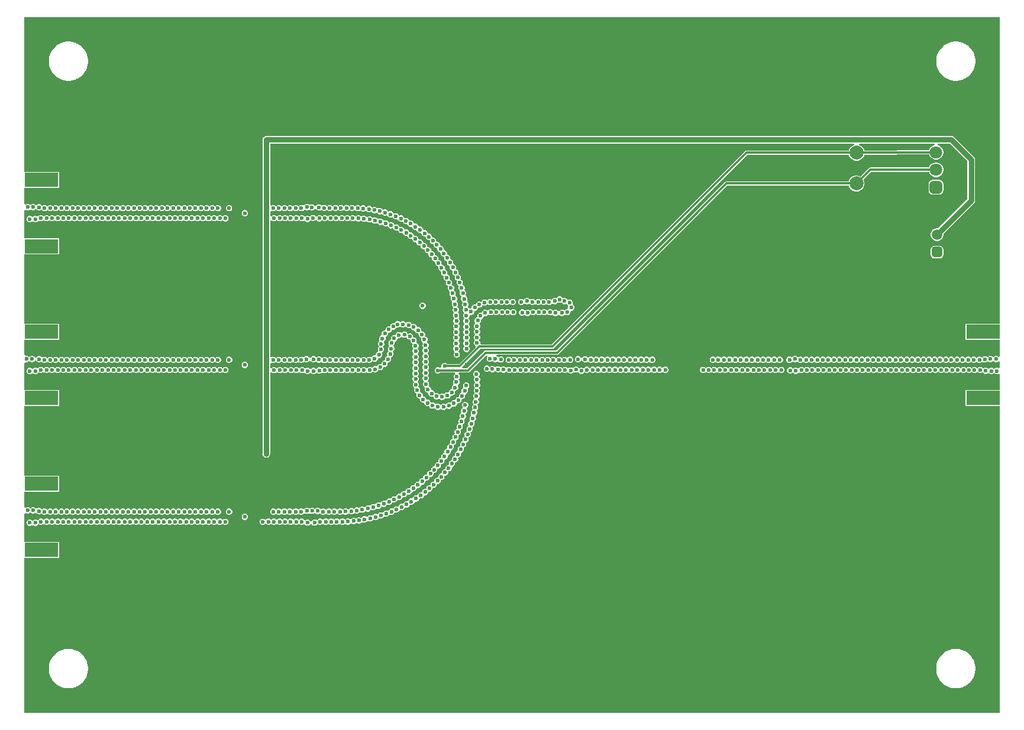
<source format=gbl>
G04*
G04 #@! TF.GenerationSoftware,Altium Limited,Altium Designer,25.8.1 (18)*
G04*
G04 Layer_Physical_Order=4*
G04 Layer_Color=16711680*
%FSLAX44Y44*%
%MOMM*%
G71*
G04*
G04 #@! TF.SameCoordinates,7FA5C237-9263-4F39-8F52-594564EE4E54*
G04*
G04*
G04 #@! TF.FilePolarity,Positive*
G04*
G01*
G75*
%ADD18R,4.8000X2.0000*%
G04:AMPARAMS|DCode=30|XSize=1.8mm|YSize=1.8mm|CornerRadius=0.45mm|HoleSize=0mm|Usage=FLASHONLY|Rotation=270.000|XOffset=0mm|YOffset=0mm|HoleType=Round|Shape=RoundedRectangle|*
%AMROUNDEDRECTD30*
21,1,1.8000,0.9000,0,0,270.0*
21,1,0.9000,1.8000,0,0,270.0*
1,1,0.9000,-0.4500,-0.4500*
1,1,0.9000,-0.4500,0.4500*
1,1,0.9000,0.4500,0.4500*
1,1,0.9000,0.4500,-0.4500*
%
%ADD30ROUNDEDRECTD30*%
G04:AMPARAMS|DCode=31|XSize=1.5mm|YSize=1.5mm|CornerRadius=0.375mm|HoleSize=0mm|Usage=FLASHONLY|Rotation=270.000|XOffset=0mm|YOffset=0mm|HoleType=Round|Shape=RoundedRectangle|*
%AMROUNDEDRECTD31*
21,1,1.5000,0.7500,0,0,270.0*
21,1,0.7500,1.5000,0,0,270.0*
1,1,0.7500,-0.3750,-0.3750*
1,1,0.7500,-0.3750,0.3750*
1,1,0.7500,0.3750,0.3750*
1,1,0.7500,0.3750,-0.3750*
%
%ADD31ROUNDEDRECTD31*%
%ADD32C,1.8000*%
%ADD33C,2.0000*%
%ADD34C,1.5000*%
%ADD36C,0.6000*%
%ADD39C,0.3000*%
%ADD42C,0.8000*%
G36*
X1398000Y998000D02*
X1398000Y998000D01*
Y559000D01*
X1348500D01*
Y536000D01*
X1398000D01*
Y512395D01*
X1396000Y511664D01*
X1395251Y512413D01*
X1393597Y513098D01*
X1391807D01*
X1390153Y512413D01*
X1390009Y512268D01*
X1388702Y511286D01*
X1387395Y512268D01*
X1387251Y512413D01*
X1385597Y513098D01*
X1383807D01*
X1382153Y512413D01*
X1380887Y511147D01*
X1379274Y511808D01*
X1377620Y512493D01*
X1375830D01*
X1374176Y511808D01*
X1372910Y510542D01*
X1371023Y511212D01*
X1369652Y511780D01*
X1367862D01*
X1366208Y511095D01*
X1366063Y510950D01*
X1364757Y509968D01*
X1363450Y510950D01*
X1363306Y511095D01*
X1361652Y511780D01*
X1359862D01*
X1358208Y511095D01*
X1358063Y510950D01*
X1356757Y509968D01*
X1355450Y510950D01*
X1355306Y511095D01*
X1353652Y511780D01*
X1351862D01*
X1350208Y511095D01*
X1350063Y510950D01*
X1348757Y509968D01*
X1347450Y510950D01*
X1347306Y511095D01*
X1345652Y511780D01*
X1343862D01*
X1342208Y511095D01*
X1342063Y510950D01*
X1340757Y509968D01*
X1339450Y510950D01*
X1339306Y511095D01*
X1337652Y511780D01*
X1335862D01*
X1334208Y511095D01*
X1334064Y510950D01*
X1332757Y509968D01*
X1331450Y510950D01*
X1331306Y511095D01*
X1329652Y511780D01*
X1327862D01*
X1326208Y511095D01*
X1326064Y510950D01*
X1324757Y509968D01*
X1323450Y510950D01*
X1323306Y511095D01*
X1321652Y511780D01*
X1319862D01*
X1318208Y511095D01*
X1318064Y510950D01*
X1316757Y509968D01*
X1315450Y510950D01*
X1315306Y511095D01*
X1313652Y511780D01*
X1311862D01*
X1310208Y511095D01*
X1310063Y510950D01*
X1308757Y509968D01*
X1307450Y510950D01*
X1307306Y511095D01*
X1305652Y511780D01*
X1303862D01*
X1302208Y511095D01*
X1302063Y510950D01*
X1300757Y509968D01*
X1299450Y510950D01*
X1299306Y511095D01*
X1297652Y511780D01*
X1295862D01*
X1294208Y511095D01*
X1294064Y510950D01*
X1292757Y509968D01*
X1291450Y510950D01*
X1291306Y511095D01*
X1289652Y511780D01*
X1287862D01*
X1286208Y511095D01*
X1286064Y510950D01*
X1284757Y509968D01*
X1283450Y510950D01*
X1283306Y511095D01*
X1281652Y511780D01*
X1279862D01*
X1278208Y511095D01*
X1278064Y510950D01*
X1276757Y509968D01*
X1275450Y510950D01*
X1275306Y511095D01*
X1273652Y511780D01*
X1271862D01*
X1270208Y511095D01*
X1270064Y510950D01*
X1268757Y509968D01*
X1267450Y510950D01*
X1267306Y511095D01*
X1265652Y511780D01*
X1263862D01*
X1262208Y511095D01*
X1262064Y510950D01*
X1260757Y509968D01*
X1259451Y510950D01*
X1259306Y511095D01*
X1257652Y511780D01*
X1255862D01*
X1254208Y511095D01*
X1254064Y510950D01*
X1252757Y509968D01*
X1251451Y510950D01*
X1251306Y511095D01*
X1249652Y511780D01*
X1247862D01*
X1246208Y511095D01*
X1246064Y510950D01*
X1244757Y509968D01*
X1243450Y510950D01*
X1243306Y511095D01*
X1241652Y511780D01*
X1239862D01*
X1238208Y511095D01*
X1238064Y510950D01*
X1236757Y509968D01*
X1235451Y510950D01*
X1235306Y511095D01*
X1233652Y511780D01*
X1231862D01*
X1230208Y511095D01*
X1230064Y510950D01*
X1228757Y509968D01*
X1227450Y510950D01*
X1227306Y511095D01*
X1225652Y511780D01*
X1223862D01*
X1222208Y511095D01*
X1222064Y510950D01*
X1220757Y509968D01*
X1219451Y510950D01*
X1219306Y511095D01*
X1217652Y511780D01*
X1215862D01*
X1214208Y511095D01*
X1214064Y510950D01*
X1212757Y509968D01*
X1211451Y510950D01*
X1211306Y511095D01*
X1209652Y511780D01*
X1207862D01*
X1206208Y511095D01*
X1206064Y510950D01*
X1204757Y509968D01*
X1203451Y510950D01*
X1203306Y511095D01*
X1201652Y511780D01*
X1199862D01*
X1198208Y511095D01*
X1198064Y510950D01*
X1196757Y509968D01*
X1195451Y510950D01*
X1195306Y511095D01*
X1193652Y511780D01*
X1191862D01*
X1190208Y511095D01*
X1190064Y510950D01*
X1188757Y509968D01*
X1187451Y510950D01*
X1187306Y511095D01*
X1185652Y511780D01*
X1183862D01*
X1182208Y511095D01*
X1182064Y510950D01*
X1180757Y509968D01*
X1179451Y510950D01*
X1179306Y511095D01*
X1177652Y511780D01*
X1175862D01*
X1174208Y511095D01*
X1174064Y510950D01*
X1172757Y509968D01*
X1171451Y510950D01*
X1171306Y511095D01*
X1169652Y511780D01*
X1167862D01*
X1166208Y511095D01*
X1166064Y510950D01*
X1164757Y509968D01*
X1163451Y510950D01*
X1163306Y511095D01*
X1161652Y511780D01*
X1159862D01*
X1158208Y511095D01*
X1158064Y510950D01*
X1156757Y509968D01*
X1155451Y510950D01*
X1155306Y511095D01*
X1153652Y511780D01*
X1151862D01*
X1150208Y511095D01*
X1150064Y510950D01*
X1148757Y509968D01*
X1147451Y510950D01*
X1147306Y511095D01*
X1145652Y511780D01*
X1143862D01*
X1142208Y511095D01*
X1142064Y510950D01*
X1140757Y509968D01*
X1139451Y510950D01*
X1139306Y511095D01*
X1137652Y511780D01*
X1135862D01*
X1134208Y511095D01*
X1134064Y510950D01*
X1132757Y509968D01*
X1131451Y510950D01*
X1131306Y511095D01*
X1129652Y511780D01*
X1127862D01*
X1126208Y511095D01*
X1126064Y510950D01*
X1124757Y509968D01*
X1123451Y510950D01*
X1123306Y511095D01*
X1121652Y511780D01*
X1119862D01*
X1118208Y511095D01*
X1118064Y510950D01*
X1116757Y509968D01*
X1115451Y510950D01*
X1115306Y511095D01*
X1113652Y511780D01*
X1111862D01*
X1110754Y511321D01*
X1108676Y511111D01*
X1107410Y512377D01*
X1105756Y513062D01*
X1103966D01*
X1102312Y512377D01*
X1101046Y511111D01*
X1099800Y510863D01*
X1099503Y511160D01*
X1097849Y511845D01*
X1096059D01*
X1094405Y511160D01*
X1093139Y509894D01*
X1092454Y508240D01*
Y506450D01*
X1093139Y504796D01*
X1094405Y503530D01*
X1096059Y502845D01*
X1097849D01*
X1099503Y503530D01*
X1100769Y504796D01*
X1102015Y505044D01*
X1102312Y504747D01*
X1103966Y504062D01*
X1105756D01*
X1107410Y504747D01*
X1107650Y504988D01*
X1108942Y504731D01*
X1110208Y503465D01*
X1111862Y502780D01*
X1113652D01*
X1115306Y503465D01*
X1115451Y503609D01*
X1116757Y504592D01*
X1118064Y503609D01*
X1118208Y503465D01*
X1119862Y502780D01*
X1121652D01*
X1123306Y503465D01*
X1123451Y503609D01*
X1124757Y504592D01*
X1126064Y503609D01*
X1126208Y503465D01*
X1127862Y502780D01*
X1129652D01*
X1131306Y503465D01*
X1131451Y503609D01*
X1132757Y504592D01*
X1134064Y503609D01*
X1134208Y503465D01*
X1135862Y502780D01*
X1137652D01*
X1139306Y503465D01*
X1139451Y503609D01*
X1140757Y504592D01*
X1142064Y503609D01*
X1142208Y503465D01*
X1143862Y502780D01*
X1145652D01*
X1147306Y503465D01*
X1147451Y503609D01*
X1148757Y504592D01*
X1150064Y503609D01*
X1150208Y503465D01*
X1151862Y502780D01*
X1153652D01*
X1155306Y503465D01*
X1155451Y503609D01*
X1156757Y504592D01*
X1158064Y503609D01*
X1158208Y503465D01*
X1159862Y502780D01*
X1161652D01*
X1163306Y503465D01*
X1163451Y503609D01*
X1164757Y504592D01*
X1166064Y503609D01*
X1166208Y503465D01*
X1167862Y502780D01*
X1169652D01*
X1171306Y503465D01*
X1171451Y503609D01*
X1172757Y504592D01*
X1174064Y503609D01*
X1174208Y503465D01*
X1175862Y502780D01*
X1177652D01*
X1179306Y503465D01*
X1179451Y503609D01*
X1180757Y504592D01*
X1182064Y503609D01*
X1182208Y503465D01*
X1183862Y502780D01*
X1185652D01*
X1187306Y503465D01*
X1187451Y503609D01*
X1188757Y504592D01*
X1190064Y503609D01*
X1190208Y503465D01*
X1191862Y502780D01*
X1193652D01*
X1195306Y503465D01*
X1195451Y503609D01*
X1196757Y504592D01*
X1198064Y503609D01*
X1198208Y503465D01*
X1199862Y502780D01*
X1201652D01*
X1203306Y503465D01*
X1203451Y503609D01*
X1204757Y504592D01*
X1206064Y503609D01*
X1206208Y503465D01*
X1207862Y502780D01*
X1209652D01*
X1211306Y503465D01*
X1211451Y503609D01*
X1212757Y504592D01*
X1214064Y503609D01*
X1214208Y503465D01*
X1215862Y502780D01*
X1217652D01*
X1219306Y503465D01*
X1219451Y503609D01*
X1220757Y504592D01*
X1222064Y503609D01*
X1222208Y503465D01*
X1223862Y502780D01*
X1225652D01*
X1227306Y503465D01*
X1227450Y503609D01*
X1228757Y504592D01*
X1230064Y503609D01*
X1230208Y503465D01*
X1231862Y502780D01*
X1233652D01*
X1235306Y503465D01*
X1235451Y503609D01*
X1236757Y504592D01*
X1238064Y503609D01*
X1238208Y503465D01*
X1239862Y502780D01*
X1241652D01*
X1243306Y503465D01*
X1243450Y503609D01*
X1244757Y504592D01*
X1246064Y503609D01*
X1246208Y503465D01*
X1247862Y502780D01*
X1249652D01*
X1251306Y503465D01*
X1251451Y503609D01*
X1252757Y504592D01*
X1254064Y503609D01*
X1254208Y503465D01*
X1255862Y502780D01*
X1257652D01*
X1259306Y503465D01*
X1259451Y503609D01*
X1260757Y504592D01*
X1262064Y503609D01*
X1262208Y503465D01*
X1263862Y502780D01*
X1265652D01*
X1267306Y503465D01*
X1267450Y503609D01*
X1268757Y504592D01*
X1270064Y503609D01*
X1270208Y503465D01*
X1271862Y502780D01*
X1273652D01*
X1275306Y503465D01*
X1275450Y503609D01*
X1276757Y504592D01*
X1278064Y503609D01*
X1278208Y503465D01*
X1279862Y502780D01*
X1281652D01*
X1283306Y503465D01*
X1283450Y503609D01*
X1284757Y504592D01*
X1286064Y503609D01*
X1286208Y503465D01*
X1287862Y502780D01*
X1289652D01*
X1291306Y503465D01*
X1291450Y503609D01*
X1292757Y504592D01*
X1294064Y503609D01*
X1294208Y503465D01*
X1295862Y502780D01*
X1297652D01*
X1299306Y503465D01*
X1299450Y503609D01*
X1300757Y504592D01*
X1302063Y503609D01*
X1302208Y503465D01*
X1303862Y502780D01*
X1305652D01*
X1307306Y503465D01*
X1307450Y503609D01*
X1308757Y504592D01*
X1310063Y503609D01*
X1310208Y503465D01*
X1311862Y502780D01*
X1313652D01*
X1315306Y503465D01*
X1315450Y503609D01*
X1316757Y504592D01*
X1318064Y503609D01*
X1318208Y503465D01*
X1319862Y502780D01*
X1321652D01*
X1323306Y503465D01*
X1323450Y503609D01*
X1324757Y504592D01*
X1326064Y503609D01*
X1326208Y503465D01*
X1327862Y502780D01*
X1329652D01*
X1331306Y503465D01*
X1331450Y503609D01*
X1332757Y504592D01*
X1334064Y503609D01*
X1334208Y503465D01*
X1335862Y502780D01*
X1337652D01*
X1339306Y503465D01*
X1339450Y503609D01*
X1340757Y504592D01*
X1342063Y503609D01*
X1342208Y503465D01*
X1343862Y502780D01*
X1345652D01*
X1347306Y503465D01*
X1347450Y503609D01*
X1348757Y504592D01*
X1350063Y503609D01*
X1350208Y503465D01*
X1351862Y502780D01*
X1353652D01*
X1355306Y503465D01*
X1355450Y503609D01*
X1356757Y504592D01*
X1358063Y503609D01*
X1358208Y503465D01*
X1359862Y502780D01*
X1361652D01*
X1363306Y503465D01*
X1363450Y503609D01*
X1364757Y504592D01*
X1366063Y503609D01*
X1366208Y503465D01*
X1367862Y502780D01*
X1369652D01*
X1371306Y503465D01*
X1372572Y504731D01*
X1374459Y504061D01*
X1375830Y503493D01*
X1377620D01*
X1379274Y504178D01*
X1380540Y505444D01*
X1382153Y504783D01*
X1383807Y504098D01*
X1385597D01*
X1387251Y504783D01*
X1387395Y504927D01*
X1388702Y505910D01*
X1390009Y504927D01*
X1390153Y504783D01*
X1391807Y504098D01*
X1393597D01*
X1395251Y504783D01*
X1396000Y505532D01*
X1398000Y504801D01*
Y496417D01*
X1397330Y495923D01*
X1396000Y495371D01*
X1394718Y495902D01*
X1392927D01*
X1391273Y495217D01*
X1391129Y495073D01*
X1389822Y494090D01*
X1388516Y495073D01*
X1388371Y495217D01*
X1386718Y495902D01*
X1384927D01*
X1383273Y495217D01*
X1383248Y495191D01*
X1381705Y494225D01*
X1380634Y495191D01*
X1380375Y495451D01*
X1378721Y496136D01*
X1376931D01*
X1375277Y495451D01*
X1374954Y495128D01*
X1373729Y495371D01*
X1372463Y496637D01*
X1370809Y497322D01*
X1369019D01*
X1367365Y496637D01*
X1367221Y496493D01*
X1365914Y495510D01*
X1364608Y496493D01*
X1364463Y496637D01*
X1362809Y497322D01*
X1361019D01*
X1359365Y496637D01*
X1359221Y496493D01*
X1357914Y495510D01*
X1356608Y496493D01*
X1356463Y496637D01*
X1354810Y497322D01*
X1353019D01*
X1351365Y496637D01*
X1351221Y496493D01*
X1349914Y495510D01*
X1348608Y496493D01*
X1348463Y496637D01*
X1346810Y497322D01*
X1345019D01*
X1343365Y496637D01*
X1343221Y496493D01*
X1341914Y495510D01*
X1340608Y496493D01*
X1340464Y496637D01*
X1338810Y497322D01*
X1337019D01*
X1335365Y496637D01*
X1335221Y496493D01*
X1333914Y495510D01*
X1332608Y496493D01*
X1332464Y496637D01*
X1330809Y497322D01*
X1329019D01*
X1327365Y496637D01*
X1327221Y496493D01*
X1325914Y495510D01*
X1324608Y496493D01*
X1324464Y496637D01*
X1322809Y497322D01*
X1321019D01*
X1319365Y496637D01*
X1319221Y496493D01*
X1317914Y495510D01*
X1316608Y496493D01*
X1316463Y496637D01*
X1314810Y497322D01*
X1313019D01*
X1311365Y496637D01*
X1311221Y496493D01*
X1309915Y495510D01*
X1308608Y496493D01*
X1308463Y496637D01*
X1306810Y497322D01*
X1305019D01*
X1303365Y496637D01*
X1303221Y496493D01*
X1301915Y495510D01*
X1300608Y496493D01*
X1300464Y496637D01*
X1298810Y497322D01*
X1297019D01*
X1295365Y496637D01*
X1295221Y496493D01*
X1293914Y495510D01*
X1292608Y496493D01*
X1292464Y496637D01*
X1290810Y497322D01*
X1289019D01*
X1287366Y496637D01*
X1287221Y496493D01*
X1285914Y495510D01*
X1284608Y496493D01*
X1284464Y496637D01*
X1282810Y497322D01*
X1281019D01*
X1279365Y496637D01*
X1279221Y496493D01*
X1277915Y495510D01*
X1276608Y496493D01*
X1276464Y496637D01*
X1274810Y497322D01*
X1273019D01*
X1271366Y496637D01*
X1271221Y496493D01*
X1269915Y495510D01*
X1268608Y496493D01*
X1268464Y496637D01*
X1266810Y497322D01*
X1265020D01*
X1263365Y496637D01*
X1263221Y496493D01*
X1261915Y495510D01*
X1260608Y496493D01*
X1260464Y496637D01*
X1258810Y497322D01*
X1257020D01*
X1255366Y496637D01*
X1255221Y496493D01*
X1253915Y495510D01*
X1252608Y496493D01*
X1252464Y496637D01*
X1250810Y497322D01*
X1249019D01*
X1247366Y496637D01*
X1247221Y496493D01*
X1245915Y495510D01*
X1244608Y496493D01*
X1244464Y496637D01*
X1242810Y497322D01*
X1241020D01*
X1239366Y496637D01*
X1239221Y496493D01*
X1237915Y495510D01*
X1236608Y496493D01*
X1236464Y496637D01*
X1234810Y497322D01*
X1233019D01*
X1231366Y496637D01*
X1231221Y496493D01*
X1229915Y495510D01*
X1228608Y496493D01*
X1228464Y496637D01*
X1226810Y497322D01*
X1225020D01*
X1223366Y496637D01*
X1223221Y496493D01*
X1221915Y495510D01*
X1220608Y496493D01*
X1220464Y496637D01*
X1218810Y497322D01*
X1217020D01*
X1215366Y496637D01*
X1215221Y496493D01*
X1213915Y495510D01*
X1212608Y496493D01*
X1212464Y496637D01*
X1210810Y497322D01*
X1209020D01*
X1207366Y496637D01*
X1207221Y496493D01*
X1205915Y495510D01*
X1204608Y496493D01*
X1204464Y496637D01*
X1202810Y497322D01*
X1201020D01*
X1199366Y496637D01*
X1199221Y496493D01*
X1197915Y495510D01*
X1196608Y496493D01*
X1196464Y496637D01*
X1194810Y497322D01*
X1193020D01*
X1191366Y496637D01*
X1191221Y496493D01*
X1189915Y495510D01*
X1188608Y496493D01*
X1188464Y496637D01*
X1186810Y497322D01*
X1185020D01*
X1183366Y496637D01*
X1183221Y496493D01*
X1181915Y495510D01*
X1180608Y496493D01*
X1180464Y496637D01*
X1178810Y497322D01*
X1177020D01*
X1175366Y496637D01*
X1175221Y496493D01*
X1173915Y495510D01*
X1172608Y496493D01*
X1172464Y496637D01*
X1170810Y497322D01*
X1169020D01*
X1167366Y496637D01*
X1167221Y496493D01*
X1165915Y495510D01*
X1164608Y496493D01*
X1164464Y496637D01*
X1162810Y497322D01*
X1161020D01*
X1159366Y496637D01*
X1159221Y496493D01*
X1157915Y495510D01*
X1156608Y496493D01*
X1156464Y496637D01*
X1154810Y497322D01*
X1153020D01*
X1151366Y496637D01*
X1151221Y496493D01*
X1149915Y495510D01*
X1148608Y496493D01*
X1148464Y496637D01*
X1146810Y497322D01*
X1145020D01*
X1143366Y496637D01*
X1143221Y496493D01*
X1141915Y495510D01*
X1140608Y496493D01*
X1140464Y496637D01*
X1138810Y497322D01*
X1137020D01*
X1135366Y496637D01*
X1135221Y496493D01*
X1133915Y495510D01*
X1132608Y496493D01*
X1132464Y496637D01*
X1130810Y497322D01*
X1129020D01*
X1127366Y496637D01*
X1127221Y496493D01*
X1125915Y495510D01*
X1124608Y496493D01*
X1124464Y496637D01*
X1122810Y497322D01*
X1121020D01*
X1119366Y496637D01*
X1119221Y496493D01*
X1117915Y495510D01*
X1116608Y496493D01*
X1116464Y496637D01*
X1114810Y497322D01*
X1113020D01*
X1111366Y496637D01*
X1110100Y495371D01*
X1108056Y495662D01*
X1106898Y496142D01*
X1105107D01*
X1103453Y495457D01*
X1101833Y494697D01*
X1100567Y495962D01*
X1098914Y496648D01*
X1097123D01*
X1095469Y495962D01*
X1094204Y494697D01*
X1093519Y493043D01*
Y491253D01*
X1094204Y489599D01*
X1095469Y488333D01*
X1097123Y487648D01*
X1098914D01*
X1100567Y488333D01*
X1102188Y489093D01*
X1103453Y487827D01*
X1105107Y487142D01*
X1106898D01*
X1108551Y487827D01*
X1109817Y489093D01*
X1111862Y488802D01*
X1113020Y488322D01*
X1114810D01*
X1116464Y489007D01*
X1116608Y489152D01*
X1117915Y490134D01*
X1119221Y489152D01*
X1119366Y489007D01*
X1121020Y488322D01*
X1122810D01*
X1124464Y489007D01*
X1124608Y489152D01*
X1125915Y490134D01*
X1127221Y489152D01*
X1127366Y489007D01*
X1129020Y488322D01*
X1130810D01*
X1132464Y489007D01*
X1132608Y489152D01*
X1133915Y490134D01*
X1135221Y489152D01*
X1135366Y489007D01*
X1137020Y488322D01*
X1138810D01*
X1140464Y489007D01*
X1140608Y489152D01*
X1141915Y490134D01*
X1143221Y489152D01*
X1143366Y489007D01*
X1145020Y488322D01*
X1146810D01*
X1148464Y489007D01*
X1148608Y489152D01*
X1149915Y490134D01*
X1151221Y489152D01*
X1151366Y489007D01*
X1153020Y488322D01*
X1154810D01*
X1156464Y489007D01*
X1156608Y489152D01*
X1157915Y490134D01*
X1159221Y489152D01*
X1159366Y489007D01*
X1161020Y488322D01*
X1162810D01*
X1164464Y489007D01*
X1164608Y489152D01*
X1165915Y490134D01*
X1167221Y489152D01*
X1167366Y489007D01*
X1169020Y488322D01*
X1170810D01*
X1172464Y489007D01*
X1172608Y489152D01*
X1173915Y490134D01*
X1175221Y489152D01*
X1175366Y489007D01*
X1177020Y488322D01*
X1178810D01*
X1180464Y489007D01*
X1180608Y489152D01*
X1181915Y490134D01*
X1183221Y489152D01*
X1183366Y489007D01*
X1185020Y488322D01*
X1186810D01*
X1188464Y489007D01*
X1188608Y489152D01*
X1189915Y490134D01*
X1191221Y489152D01*
X1191366Y489007D01*
X1193020Y488322D01*
X1194810D01*
X1196464Y489007D01*
X1196608Y489152D01*
X1197915Y490134D01*
X1199221Y489152D01*
X1199366Y489007D01*
X1201020Y488322D01*
X1202810D01*
X1204464Y489007D01*
X1204608Y489152D01*
X1205915Y490134D01*
X1207221Y489152D01*
X1207366Y489007D01*
X1209020Y488322D01*
X1210810D01*
X1212464Y489007D01*
X1212608Y489152D01*
X1213915Y490134D01*
X1215221Y489152D01*
X1215366Y489007D01*
X1217020Y488322D01*
X1218810D01*
X1220464Y489007D01*
X1220608Y489152D01*
X1221915Y490134D01*
X1223221Y489152D01*
X1223366Y489007D01*
X1225020Y488322D01*
X1226810D01*
X1228464Y489007D01*
X1228608Y489152D01*
X1229915Y490134D01*
X1231221Y489152D01*
X1231366Y489007D01*
X1233019Y488322D01*
X1234810D01*
X1236464Y489007D01*
X1236608Y489152D01*
X1237915Y490134D01*
X1239221Y489152D01*
X1239366Y489007D01*
X1241020Y488322D01*
X1242810D01*
X1244464Y489007D01*
X1244608Y489152D01*
X1245915Y490134D01*
X1247221Y489152D01*
X1247366Y489007D01*
X1249019Y488322D01*
X1250810D01*
X1252464Y489007D01*
X1252608Y489152D01*
X1253915Y490134D01*
X1255221Y489152D01*
X1255366Y489007D01*
X1257020Y488322D01*
X1258810D01*
X1260464Y489007D01*
X1260608Y489152D01*
X1261915Y490134D01*
X1263221Y489152D01*
X1263365Y489007D01*
X1265020Y488322D01*
X1266810D01*
X1268464Y489007D01*
X1268608Y489152D01*
X1269915Y490134D01*
X1271221Y489152D01*
X1271366Y489007D01*
X1273019Y488322D01*
X1274810D01*
X1276464Y489007D01*
X1276608Y489152D01*
X1277915Y490134D01*
X1279221Y489152D01*
X1279365Y489007D01*
X1281019Y488322D01*
X1282810D01*
X1284464Y489007D01*
X1284608Y489152D01*
X1285914Y490134D01*
X1287221Y489152D01*
X1287366Y489007D01*
X1289019Y488322D01*
X1290810D01*
X1292464Y489007D01*
X1292608Y489152D01*
X1293914Y490134D01*
X1295221Y489152D01*
X1295365Y489007D01*
X1297019Y488322D01*
X1298810D01*
X1300464Y489007D01*
X1300608Y489152D01*
X1301915Y490134D01*
X1303221Y489152D01*
X1303365Y489007D01*
X1305019Y488322D01*
X1306810D01*
X1308463Y489007D01*
X1308608Y489152D01*
X1309915Y490134D01*
X1311221Y489152D01*
X1311365Y489007D01*
X1313019Y488322D01*
X1314810D01*
X1316463Y489007D01*
X1316608Y489152D01*
X1317914Y490134D01*
X1319221Y489152D01*
X1319365Y489007D01*
X1321019Y488322D01*
X1322809D01*
X1324464Y489007D01*
X1324608Y489152D01*
X1325914Y490134D01*
X1327221Y489152D01*
X1327365Y489007D01*
X1329019Y488322D01*
X1330809D01*
X1332464Y489007D01*
X1332608Y489152D01*
X1333914Y490134D01*
X1335221Y489152D01*
X1335365Y489007D01*
X1337019Y488322D01*
X1338810D01*
X1340464Y489007D01*
X1340608Y489152D01*
X1341914Y490134D01*
X1343221Y489152D01*
X1343365Y489007D01*
X1345019Y488322D01*
X1346810D01*
X1348463Y489007D01*
X1348608Y489152D01*
X1349914Y490134D01*
X1351221Y489152D01*
X1351365Y489007D01*
X1353019Y488322D01*
X1354810D01*
X1356463Y489007D01*
X1356608Y489152D01*
X1357914Y490134D01*
X1359221Y489152D01*
X1359365Y489007D01*
X1361019Y488322D01*
X1362809D01*
X1364463Y489007D01*
X1364608Y489152D01*
X1365914Y490134D01*
X1367221Y489152D01*
X1367365Y489007D01*
X1369019Y488322D01*
X1370809D01*
X1372463Y489007D01*
X1372786Y489330D01*
X1374011Y489086D01*
X1375277Y487821D01*
X1376931Y487136D01*
X1378721D01*
X1380375Y487821D01*
X1380401Y487847D01*
X1381944Y488813D01*
X1383014Y487847D01*
X1383273Y487587D01*
X1384927Y486902D01*
X1386718D01*
X1388371Y487587D01*
X1388516Y487732D01*
X1389822Y488714D01*
X1391129Y487732D01*
X1391273Y487587D01*
X1392927Y486902D01*
X1394718D01*
X1396000Y487433D01*
X1397330Y486881D01*
X1398000Y486387D01*
Y464000D01*
X1348500D01*
Y441000D01*
X1398000D01*
Y2000D01*
X2000D01*
X2000Y2000D01*
Y223500D01*
X51500D01*
Y246500D01*
X2000D01*
Y287258D01*
X4000Y288086D01*
X4055Y288031D01*
X5709Y287346D01*
X7499D01*
X9153Y288031D01*
X9234Y288113D01*
X10541Y289196D01*
X11848Y288113D01*
X11929Y288031D01*
X13583Y287346D01*
X15373D01*
X17027Y288031D01*
X19136Y288161D01*
X20402Y286895D01*
X22056Y286210D01*
X23846D01*
X25500Y286895D01*
X26006Y287401D01*
X27077Y287188D01*
X28342Y285922D01*
X29996Y285237D01*
X31787D01*
X33440Y285922D01*
X33585Y286067D01*
X34892Y287049D01*
X36198Y286067D01*
X36342Y285922D01*
X37996Y285237D01*
X39787D01*
X41441Y285922D01*
X41585Y286067D01*
X42892Y287049D01*
X44198Y286067D01*
X44342Y285922D01*
X45996Y285237D01*
X47787D01*
X49440Y285922D01*
X49585Y286067D01*
X50891Y287049D01*
X52198Y286067D01*
X52342Y285922D01*
X53996Y285237D01*
X55787D01*
X57441Y285922D01*
X57585Y286067D01*
X58891Y287049D01*
X60198Y286067D01*
X60342Y285922D01*
X61996Y285237D01*
X63787D01*
X65441Y285922D01*
X65585Y286067D01*
X66891Y287049D01*
X68198Y286067D01*
X68342Y285922D01*
X69996Y285237D01*
X71786D01*
X73440Y285922D01*
X73585Y286067D01*
X74891Y287049D01*
X76198Y286067D01*
X76342Y285922D01*
X77996Y285237D01*
X79787D01*
X81440Y285922D01*
X81585Y286067D01*
X82891Y287049D01*
X84198Y286067D01*
X84342Y285922D01*
X85996Y285237D01*
X87787D01*
X89440Y285922D01*
X89585Y286067D01*
X90891Y287049D01*
X92198Y286067D01*
X92342Y285922D01*
X93996Y285237D01*
X95787D01*
X97440Y285922D01*
X97585Y286067D01*
X98891Y287049D01*
X100198Y286067D01*
X100342Y285922D01*
X101996Y285237D01*
X103786D01*
X105440Y285922D01*
X105585Y286067D01*
X106891Y287049D01*
X108198Y286067D01*
X108342Y285922D01*
X109996Y285237D01*
X111786D01*
X113440Y285922D01*
X113585Y286067D01*
X114891Y287049D01*
X116198Y286067D01*
X116342Y285922D01*
X117996Y285237D01*
X119786D01*
X121440Y285922D01*
X121585Y286067D01*
X122891Y287049D01*
X124198Y286067D01*
X124342Y285922D01*
X125996Y285237D01*
X127786D01*
X129440Y285922D01*
X129585Y286067D01*
X130891Y287049D01*
X132198Y286067D01*
X132342Y285922D01*
X133996Y285237D01*
X135786D01*
X137440Y285922D01*
X137585Y286067D01*
X138891Y287049D01*
X140198Y286067D01*
X140342Y285922D01*
X141996Y285237D01*
X143786D01*
X145440Y285922D01*
X145585Y286067D01*
X146891Y287049D01*
X148198Y286067D01*
X148342Y285922D01*
X149996Y285237D01*
X151786D01*
X153440Y285922D01*
X153585Y286067D01*
X154891Y287049D01*
X156198Y286067D01*
X156342Y285922D01*
X157996Y285237D01*
X159786D01*
X161440Y285922D01*
X161585Y286067D01*
X162891Y287049D01*
X164198Y286067D01*
X164342Y285922D01*
X165996Y285237D01*
X167786D01*
X169440Y285922D01*
X169585Y286067D01*
X170891Y287049D01*
X172198Y286067D01*
X172342Y285922D01*
X173996Y285237D01*
X175786D01*
X177440Y285922D01*
X177585Y286067D01*
X178891Y287049D01*
X180198Y286067D01*
X180342Y285922D01*
X181996Y285237D01*
X183786D01*
X185440Y285922D01*
X185585Y286067D01*
X186891Y287049D01*
X188198Y286067D01*
X188342Y285922D01*
X189996Y285237D01*
X191786D01*
X193440Y285922D01*
X193585Y286067D01*
X194891Y287049D01*
X196198Y286067D01*
X196342Y285922D01*
X197996Y285237D01*
X199786D01*
X201440Y285922D01*
X201585Y286067D01*
X202891Y287049D01*
X204198Y286067D01*
X204342Y285922D01*
X205996Y285237D01*
X207786D01*
X209440Y285922D01*
X209585Y286067D01*
X210891Y287049D01*
X212198Y286067D01*
X212342Y285922D01*
X213996Y285237D01*
X215786D01*
X217440Y285922D01*
X217585Y286067D01*
X218891Y287049D01*
X220198Y286067D01*
X220342Y285922D01*
X221996Y285237D01*
X223786D01*
X225440Y285922D01*
X225585Y286067D01*
X226891Y287049D01*
X228198Y286067D01*
X228342Y285922D01*
X229996Y285237D01*
X231786D01*
X233440Y285922D01*
X233584Y286067D01*
X234891Y287049D01*
X236198Y286067D01*
X236342Y285922D01*
X237996Y285237D01*
X239786D01*
X241440Y285922D01*
X241584Y286067D01*
X242891Y287049D01*
X244198Y286067D01*
X244342Y285922D01*
X245996Y285237D01*
X247786D01*
X249440Y285922D01*
X249585Y286067D01*
X250891Y287049D01*
X252198Y286067D01*
X252342Y285922D01*
X253996Y285237D01*
X255786D01*
X257440Y285922D01*
X257584Y286067D01*
X258891Y287049D01*
X260198Y286067D01*
X260342Y285922D01*
X261996Y285237D01*
X263786D01*
X265440Y285922D01*
X265585Y286067D01*
X266891Y287049D01*
X268198Y286067D01*
X268342Y285922D01*
X269996Y285237D01*
X271786D01*
X273440Y285922D01*
X273584Y286067D01*
X274891Y287049D01*
X276198Y286067D01*
X276342Y285922D01*
X277996Y285237D01*
X279786D01*
X281440Y285922D01*
X282706Y287188D01*
X283391Y288842D01*
Y290632D01*
X282706Y292286D01*
X281440Y293552D01*
X279786Y294237D01*
X277996D01*
X276342Y293552D01*
X276198Y293408D01*
X274891Y292425D01*
X273584Y293408D01*
X273440Y293552D01*
X271786Y294237D01*
X269996D01*
X268342Y293552D01*
X268198Y293408D01*
X266891Y292425D01*
X265585Y293408D01*
X265440Y293552D01*
X263786Y294237D01*
X261996D01*
X260342Y293552D01*
X260198Y293408D01*
X258891Y292425D01*
X257584Y293408D01*
X257440Y293552D01*
X255786Y294237D01*
X253996D01*
X252342Y293552D01*
X252198Y293408D01*
X250891Y292425D01*
X249585Y293408D01*
X249440Y293552D01*
X247786Y294237D01*
X245996D01*
X244342Y293552D01*
X244198Y293408D01*
X242891Y292425D01*
X241584Y293408D01*
X241440Y293552D01*
X239786Y294237D01*
X237996D01*
X236342Y293552D01*
X236198Y293408D01*
X234891Y292425D01*
X233584Y293408D01*
X233440Y293552D01*
X231786Y294237D01*
X229996D01*
X228342Y293552D01*
X228198Y293408D01*
X226891Y292425D01*
X225585Y293408D01*
X225440Y293552D01*
X223786Y294237D01*
X221996D01*
X220342Y293552D01*
X220198Y293408D01*
X218891Y292425D01*
X217585Y293408D01*
X217440Y293552D01*
X215786Y294237D01*
X213996D01*
X212342Y293552D01*
X212198Y293408D01*
X210891Y292425D01*
X209585Y293408D01*
X209440Y293552D01*
X207786Y294237D01*
X205996D01*
X204342Y293552D01*
X204198Y293408D01*
X202891Y292425D01*
X201585Y293408D01*
X201440Y293552D01*
X199786Y294237D01*
X197996D01*
X196342Y293552D01*
X196198Y293408D01*
X194891Y292425D01*
X193585Y293408D01*
X193440Y293552D01*
X191786Y294237D01*
X189996D01*
X188342Y293552D01*
X188198Y293408D01*
X186891Y292425D01*
X185585Y293408D01*
X185440Y293552D01*
X183786Y294237D01*
X181996D01*
X180342Y293552D01*
X180198Y293408D01*
X178891Y292425D01*
X177585Y293408D01*
X177440Y293552D01*
X175786Y294237D01*
X173996D01*
X172342Y293552D01*
X172198Y293408D01*
X170891Y292425D01*
X169585Y293408D01*
X169440Y293552D01*
X167786Y294237D01*
X165996D01*
X164342Y293552D01*
X164198Y293408D01*
X162891Y292425D01*
X161585Y293408D01*
X161440Y293552D01*
X159786Y294237D01*
X157996D01*
X156342Y293552D01*
X156198Y293408D01*
X154891Y292425D01*
X153585Y293408D01*
X153440Y293552D01*
X151786Y294237D01*
X149996D01*
X148342Y293552D01*
X148198Y293408D01*
X146891Y292425D01*
X145585Y293408D01*
X145440Y293552D01*
X143786Y294237D01*
X141996D01*
X140342Y293552D01*
X140198Y293408D01*
X138891Y292425D01*
X137585Y293408D01*
X137440Y293552D01*
X135786Y294237D01*
X133996D01*
X132342Y293552D01*
X132198Y293408D01*
X130891Y292425D01*
X129585Y293408D01*
X129440Y293552D01*
X127786Y294237D01*
X125996D01*
X124342Y293552D01*
X124198Y293408D01*
X122891Y292425D01*
X121585Y293408D01*
X121440Y293552D01*
X119786Y294237D01*
X117996D01*
X116342Y293552D01*
X116198Y293408D01*
X114891Y292425D01*
X113585Y293408D01*
X113440Y293552D01*
X111786Y294237D01*
X109996D01*
X108342Y293552D01*
X108198Y293408D01*
X106891Y292425D01*
X105585Y293408D01*
X105440Y293552D01*
X103786Y294237D01*
X101996D01*
X100342Y293552D01*
X100198Y293408D01*
X98891Y292425D01*
X97585Y293408D01*
X97440Y293552D01*
X95787Y294237D01*
X93996D01*
X92342Y293552D01*
X92198Y293408D01*
X90891Y292425D01*
X89585Y293408D01*
X89440Y293552D01*
X87787Y294237D01*
X85996D01*
X84342Y293552D01*
X84198Y293408D01*
X82891Y292425D01*
X81585Y293408D01*
X81440Y293552D01*
X79787Y294237D01*
X77996D01*
X76342Y293552D01*
X76198Y293408D01*
X74891Y292425D01*
X73585Y293408D01*
X73440Y293552D01*
X71786Y294237D01*
X69996D01*
X68342Y293552D01*
X68198Y293408D01*
X66891Y292425D01*
X65585Y293408D01*
X65441Y293552D01*
X63787Y294237D01*
X61996D01*
X60342Y293552D01*
X60198Y293408D01*
X58891Y292425D01*
X57585Y293408D01*
X57441Y293552D01*
X55787Y294237D01*
X53996D01*
X52342Y293552D01*
X52198Y293408D01*
X50891Y292425D01*
X49585Y293408D01*
X49440Y293552D01*
X47787Y294237D01*
X45996D01*
X44342Y293552D01*
X44198Y293408D01*
X42892Y292425D01*
X41585Y293408D01*
X41441Y293552D01*
X39787Y294237D01*
X37996D01*
X36342Y293552D01*
X36198Y293408D01*
X34892Y292425D01*
X33585Y293408D01*
X33440Y293552D01*
X31787Y294237D01*
X29996D01*
X28342Y293552D01*
X27836Y293046D01*
X26766Y293259D01*
X25500Y294525D01*
X23846Y295210D01*
X22056D01*
X20402Y294525D01*
X18293Y294395D01*
X17027Y295661D01*
X15373Y296346D01*
X13583D01*
X11929Y295661D01*
X11848Y295579D01*
X10541Y294496D01*
X9234Y295579D01*
X9153Y295661D01*
X7499Y296346D01*
X5709D01*
X4055Y295661D01*
X4000Y295606D01*
X2000Y296434D01*
Y318500D01*
X51500D01*
Y341500D01*
X2000D01*
Y441000D01*
X51500D01*
Y464000D01*
X2000D01*
Y502795D01*
X4000Y504132D01*
X4082Y504098D01*
X5872D01*
X7526Y504783D01*
X7670Y504927D01*
X8977Y505910D01*
X10283Y504927D01*
X10428Y504783D01*
X12082Y504098D01*
X13872D01*
X15526Y504783D01*
X16792Y506049D01*
X16801Y506071D01*
X18966D01*
X19136Y505661D01*
X20402Y504395D01*
X22056Y503710D01*
X23846D01*
X25500Y504395D01*
X27666Y504090D01*
X28341Y503414D01*
X29995Y502729D01*
X31786D01*
X33440Y503414D01*
X33584Y503558D01*
X34890Y504541D01*
X36197Y503558D01*
X36341Y503414D01*
X37995Y502729D01*
X39786D01*
X41439Y503414D01*
X41584Y503558D01*
X42891Y504541D01*
X44197Y503558D01*
X44341Y503414D01*
X45995Y502729D01*
X47786D01*
X49440Y503414D01*
X49584Y503558D01*
X50890Y504541D01*
X52197Y503558D01*
X52341Y503414D01*
X53995Y502729D01*
X55785D01*
X57439Y503414D01*
X57584Y503558D01*
X58890Y504541D01*
X60197Y503558D01*
X60341Y503414D01*
X61995Y502729D01*
X63786D01*
X65440Y503414D01*
X65584Y503558D01*
X66890Y504541D01*
X68197Y503558D01*
X68341Y503414D01*
X69995Y502729D01*
X71785D01*
X73439Y503414D01*
X73584Y503558D01*
X74890Y504541D01*
X76197Y503558D01*
X76341Y503414D01*
X77995Y502729D01*
X79785D01*
X81439Y503414D01*
X81584Y503558D01*
X82890Y504541D01*
X84197Y503558D01*
X84341Y503414D01*
X85995Y502729D01*
X87786D01*
X89439Y503414D01*
X89584Y503558D01*
X90890Y504541D01*
X92197Y503558D01*
X92341Y503414D01*
X93995Y502729D01*
X95786D01*
X97439Y503414D01*
X97584Y503558D01*
X98890Y504541D01*
X100197Y503558D01*
X100341Y503414D01*
X101995Y502729D01*
X103785D01*
X105439Y503414D01*
X105584Y503558D01*
X106890Y504541D01*
X108197Y503558D01*
X108341Y503414D01*
X109995Y502729D01*
X111785D01*
X113439Y503414D01*
X113584Y503558D01*
X114890Y504541D01*
X116197Y503558D01*
X116341Y503414D01*
X117995Y502729D01*
X119785D01*
X121439Y503414D01*
X121584Y503558D01*
X122890Y504541D01*
X124197Y503558D01*
X124341Y503414D01*
X125995Y502729D01*
X127785D01*
X129439Y503414D01*
X129584Y503558D01*
X130890Y504541D01*
X132197Y503558D01*
X132341Y503414D01*
X133995Y502729D01*
X135785D01*
X137439Y503414D01*
X137584Y503558D01*
X138890Y504541D01*
X140197Y503558D01*
X140341Y503414D01*
X141995Y502729D01*
X143785D01*
X145439Y503414D01*
X145584Y503558D01*
X146890Y504541D01*
X148197Y503558D01*
X148341Y503414D01*
X149995Y502729D01*
X151785D01*
X153439Y503414D01*
X153584Y503558D01*
X154890Y504541D01*
X156197Y503558D01*
X156341Y503414D01*
X157995Y502729D01*
X159785D01*
X161439Y503414D01*
X161584Y503558D01*
X162890Y504541D01*
X164197Y503558D01*
X164341Y503414D01*
X165995Y502729D01*
X167785D01*
X169439Y503414D01*
X169584Y503558D01*
X170890Y504541D01*
X172197Y503558D01*
X172341Y503414D01*
X173995Y502729D01*
X175785D01*
X177439Y503414D01*
X177584Y503558D01*
X178890Y504541D01*
X180197Y503558D01*
X180341Y503414D01*
X181995Y502729D01*
X183785D01*
X185439Y503414D01*
X185584Y503558D01*
X186890Y504541D01*
X188197Y503558D01*
X188341Y503414D01*
X189995Y502729D01*
X191785D01*
X193439Y503414D01*
X193584Y503558D01*
X194890Y504541D01*
X196197Y503558D01*
X196341Y503414D01*
X197995Y502729D01*
X199785D01*
X201439Y503414D01*
X201584Y503558D01*
X202890Y504541D01*
X204197Y503558D01*
X204341Y503414D01*
X205995Y502729D01*
X207785D01*
X209439Y503414D01*
X209584Y503558D01*
X210890Y504541D01*
X212197Y503558D01*
X212341Y503414D01*
X213995Y502729D01*
X215785D01*
X217439Y503414D01*
X217584Y503558D01*
X218890Y504541D01*
X220197Y503558D01*
X220341Y503414D01*
X221995Y502729D01*
X223785D01*
X225439Y503414D01*
X225583Y503558D01*
X226890Y504541D01*
X228197Y503558D01*
X228341Y503414D01*
X229995Y502729D01*
X231785D01*
X233439Y503414D01*
X233584Y503558D01*
X234890Y504541D01*
X236197Y503558D01*
X236341Y503414D01*
X237995Y502729D01*
X239785D01*
X241439Y503414D01*
X241583Y503558D01*
X242890Y504541D01*
X244197Y503558D01*
X244341Y503414D01*
X245995Y502729D01*
X247785D01*
X249439Y503414D01*
X249583Y503558D01*
X250890Y504541D01*
X252197Y503558D01*
X252341Y503414D01*
X253995Y502729D01*
X255785D01*
X257439Y503414D01*
X257584Y503558D01*
X258890Y504541D01*
X260197Y503558D01*
X260341Y503414D01*
X261995Y502729D01*
X263785D01*
X265439Y503414D01*
X265583Y503558D01*
X266890Y504541D01*
X268197Y503558D01*
X268341Y503414D01*
X269995Y502729D01*
X271785D01*
X273439Y503414D01*
X273583Y503558D01*
X274890Y504541D01*
X276197Y503558D01*
X276341Y503414D01*
X277995Y502729D01*
X279785D01*
X281439Y503414D01*
X282705Y504680D01*
X283390Y506334D01*
Y508124D01*
X282705Y509778D01*
X281439Y511044D01*
X279785Y511729D01*
X277995D01*
X276341Y511044D01*
X276197Y510899D01*
X274890Y509917D01*
X273583Y510899D01*
X273439Y511044D01*
X271785Y511729D01*
X269995D01*
X268341Y511044D01*
X268197Y510899D01*
X266890Y509917D01*
X265583Y510899D01*
X265439Y511044D01*
X263785Y511729D01*
X261995D01*
X260341Y511044D01*
X260197Y510899D01*
X258890Y509917D01*
X257584Y510899D01*
X257439Y511044D01*
X255785Y511729D01*
X253995D01*
X252341Y511044D01*
X252197Y510899D01*
X250890Y509917D01*
X249583Y510899D01*
X249439Y511044D01*
X247785Y511729D01*
X245995D01*
X244341Y511044D01*
X244197Y510899D01*
X242890Y509917D01*
X241583Y510899D01*
X241439Y511044D01*
X239785Y511729D01*
X237995D01*
X236341Y511044D01*
X236197Y510899D01*
X234890Y509917D01*
X233584Y510899D01*
X233439Y511044D01*
X231785Y511729D01*
X229995D01*
X228341Y511044D01*
X228197Y510899D01*
X226890Y509917D01*
X225583Y510899D01*
X225439Y511044D01*
X223785Y511729D01*
X221995D01*
X220341Y511044D01*
X220197Y510899D01*
X218890Y509917D01*
X217584Y510899D01*
X217439Y511044D01*
X215785Y511729D01*
X213995D01*
X212341Y511044D01*
X212197Y510899D01*
X210890Y509917D01*
X209584Y510899D01*
X209439Y511044D01*
X207785Y511729D01*
X205995D01*
X204341Y511044D01*
X204197Y510899D01*
X202890Y509917D01*
X201584Y510899D01*
X201439Y511044D01*
X199785Y511729D01*
X197995D01*
X196341Y511044D01*
X196197Y510899D01*
X194890Y509917D01*
X193584Y510899D01*
X193439Y511044D01*
X191785Y511729D01*
X189995D01*
X188341Y511044D01*
X188197Y510899D01*
X186890Y509917D01*
X185584Y510899D01*
X185439Y511044D01*
X183785Y511729D01*
X181995D01*
X180341Y511044D01*
X180197Y510899D01*
X178890Y509917D01*
X177584Y510899D01*
X177439Y511044D01*
X175785Y511729D01*
X173995D01*
X172341Y511044D01*
X172197Y510899D01*
X170890Y509917D01*
X169584Y510899D01*
X169439Y511044D01*
X167785Y511729D01*
X165995D01*
X164341Y511044D01*
X164197Y510899D01*
X162890Y509917D01*
X161584Y510899D01*
X161439Y511044D01*
X159785Y511729D01*
X157995D01*
X156341Y511044D01*
X156197Y510899D01*
X154890Y509917D01*
X153584Y510899D01*
X153439Y511044D01*
X151785Y511729D01*
X149995D01*
X148341Y511044D01*
X148197Y510899D01*
X146890Y509917D01*
X145584Y510899D01*
X145439Y511044D01*
X143785Y511729D01*
X141995D01*
X140341Y511044D01*
X140197Y510899D01*
X138890Y509917D01*
X137584Y510899D01*
X137439Y511044D01*
X135785Y511729D01*
X133995D01*
X132341Y511044D01*
X132197Y510899D01*
X130890Y509917D01*
X129584Y510899D01*
X129439Y511044D01*
X127785Y511729D01*
X125995D01*
X124341Y511044D01*
X124197Y510899D01*
X122890Y509917D01*
X121584Y510899D01*
X121439Y511044D01*
X119785Y511729D01*
X117995D01*
X116341Y511044D01*
X116197Y510899D01*
X114890Y509917D01*
X113584Y510899D01*
X113439Y511044D01*
X111785Y511729D01*
X109995D01*
X108341Y511044D01*
X108197Y510899D01*
X106890Y509917D01*
X105584Y510899D01*
X105439Y511044D01*
X103785Y511729D01*
X101995D01*
X100341Y511044D01*
X100197Y510899D01*
X98890Y509917D01*
X97584Y510899D01*
X97439Y511044D01*
X95786Y511729D01*
X93995D01*
X92341Y511044D01*
X92197Y510899D01*
X90890Y509917D01*
X89584Y510899D01*
X89439Y511044D01*
X87786Y511729D01*
X85995D01*
X84341Y511044D01*
X84197Y510899D01*
X82890Y509917D01*
X81584Y510899D01*
X81439Y511044D01*
X79785Y511729D01*
X77995D01*
X76341Y511044D01*
X76197Y510899D01*
X74890Y509917D01*
X73584Y510899D01*
X73439Y511044D01*
X71785Y511729D01*
X69995D01*
X68341Y511044D01*
X68197Y510899D01*
X66890Y509917D01*
X65584Y510899D01*
X65440Y511044D01*
X63786Y511729D01*
X61995D01*
X60341Y511044D01*
X60197Y510899D01*
X58890Y509917D01*
X57584Y510899D01*
X57439Y511044D01*
X55785Y511729D01*
X53995D01*
X52341Y511044D01*
X52197Y510899D01*
X50890Y509917D01*
X49584Y510899D01*
X49440Y511044D01*
X47786Y511729D01*
X45995D01*
X44341Y511044D01*
X44197Y510899D01*
X42891Y509917D01*
X41584Y510899D01*
X41439Y511044D01*
X39786Y511729D01*
X37995D01*
X36341Y511044D01*
X36197Y510899D01*
X34890Y509917D01*
X33584Y510899D01*
X33440Y511044D01*
X31786Y511729D01*
X29995D01*
X28342Y511044D01*
X26176Y511349D01*
X25500Y512025D01*
X23846Y512710D01*
X22056D01*
X20402Y512025D01*
X19136Y510759D01*
X19127Y510737D01*
X16962D01*
X16792Y511147D01*
X15526Y512413D01*
X13872Y513098D01*
X12082D01*
X10428Y512413D01*
X10283Y512268D01*
X8977Y511286D01*
X7670Y512268D01*
X7526Y512413D01*
X5872Y513098D01*
X4082D01*
X4000Y513064D01*
X2000Y514400D01*
Y536000D01*
X51500D01*
Y559000D01*
X2000D01*
Y658500D01*
X51500D01*
Y681500D01*
X2000D01*
Y721509D01*
X4000Y722338D01*
X4055Y722283D01*
X5709Y721598D01*
X7499D01*
X9153Y722283D01*
X11675Y722371D01*
X13329Y721686D01*
X15119D01*
X16773Y722371D01*
X17145Y722742D01*
X18894Y723110D01*
X19656Y722641D01*
X20402Y721895D01*
X22056Y721210D01*
X23846D01*
X25500Y721895D01*
X25936Y722331D01*
X27066Y722106D01*
X28332Y720840D01*
X29986Y720155D01*
X31776D01*
X33430Y720840D01*
X33574Y720984D01*
X34881Y721967D01*
X36188Y720984D01*
X36332Y720840D01*
X37986Y720155D01*
X39776D01*
X41430Y720840D01*
X41574Y720984D01*
X42881Y721967D01*
X44187Y720984D01*
X44332Y720840D01*
X45986Y720155D01*
X47776D01*
X49430Y720840D01*
X49574Y720984D01*
X50881Y721967D01*
X52188Y720984D01*
X52332Y720840D01*
X53986Y720155D01*
X55776D01*
X57430Y720840D01*
X57574Y720984D01*
X58881Y721967D01*
X60188Y720984D01*
X60332Y720840D01*
X61986Y720155D01*
X63776D01*
X65430Y720840D01*
X65574Y720984D01*
X66881Y721967D01*
X68187Y720984D01*
X68332Y720840D01*
X69986Y720155D01*
X71776D01*
X73430Y720840D01*
X73574Y720984D01*
X74881Y721967D01*
X76188Y720984D01*
X76332Y720840D01*
X77986Y720155D01*
X79776D01*
X81430Y720840D01*
X81574Y720984D01*
X82881Y721967D01*
X84187Y720984D01*
X84332Y720840D01*
X85986Y720155D01*
X87776D01*
X89430Y720840D01*
X89574Y720984D01*
X90881Y721967D01*
X92187Y720984D01*
X92332Y720840D01*
X93986Y720155D01*
X95776D01*
X97430Y720840D01*
X97574Y720984D01*
X98881Y721967D01*
X100187Y720984D01*
X100332Y720840D01*
X101986Y720155D01*
X103776D01*
X105430Y720840D01*
X105574Y720984D01*
X106881Y721967D01*
X108187Y720984D01*
X108332Y720840D01*
X109986Y720155D01*
X111776D01*
X113430Y720840D01*
X113574Y720984D01*
X114881Y721967D01*
X116187Y720984D01*
X116332Y720840D01*
X117986Y720155D01*
X119776D01*
X121430Y720840D01*
X121574Y720984D01*
X122881Y721967D01*
X124187Y720984D01*
X124332Y720840D01*
X125986Y720155D01*
X127776D01*
X129430Y720840D01*
X129574Y720984D01*
X130881Y721967D01*
X132187Y720984D01*
X132332Y720840D01*
X133986Y720155D01*
X135776D01*
X137430Y720840D01*
X137574Y720984D01*
X138881Y721967D01*
X140187Y720984D01*
X140332Y720840D01*
X141986Y720155D01*
X143776D01*
X145430Y720840D01*
X145574Y720984D01*
X146881Y721967D01*
X148187Y720984D01*
X148332Y720840D01*
X149986Y720155D01*
X151776D01*
X153430Y720840D01*
X153574Y720984D01*
X154881Y721967D01*
X156187Y720984D01*
X156332Y720840D01*
X157986Y720155D01*
X159776D01*
X161430Y720840D01*
X161574Y720984D01*
X162881Y721967D01*
X164187Y720984D01*
X164332Y720840D01*
X165986Y720155D01*
X167776D01*
X169430Y720840D01*
X169574Y720984D01*
X170881Y721967D01*
X172187Y720984D01*
X172332Y720840D01*
X173986Y720155D01*
X175776D01*
X177430Y720840D01*
X177574Y720984D01*
X178881Y721967D01*
X180187Y720984D01*
X180332Y720840D01*
X181986Y720155D01*
X183776D01*
X185430Y720840D01*
X185574Y720984D01*
X186881Y721967D01*
X188187Y720984D01*
X188332Y720840D01*
X189986Y720155D01*
X191776D01*
X193430Y720840D01*
X193574Y720984D01*
X194881Y721967D01*
X196187Y720984D01*
X196332Y720840D01*
X197986Y720155D01*
X199776D01*
X201430Y720840D01*
X201574Y720984D01*
X202881Y721967D01*
X204187Y720984D01*
X204332Y720840D01*
X205986Y720155D01*
X207776D01*
X209430Y720840D01*
X209574Y720984D01*
X210881Y721967D01*
X212187Y720984D01*
X212332Y720840D01*
X213986Y720155D01*
X215776D01*
X217430Y720840D01*
X217574Y720984D01*
X218881Y721967D01*
X220187Y720984D01*
X220332Y720840D01*
X221985Y720155D01*
X223776D01*
X225430Y720840D01*
X225574Y720984D01*
X226881Y721967D01*
X228187Y720984D01*
X228332Y720840D01*
X229986Y720155D01*
X231776D01*
X233430Y720840D01*
X233574Y720984D01*
X234881Y721967D01*
X236187Y720984D01*
X236332Y720840D01*
X237985Y720155D01*
X239776D01*
X241430Y720840D01*
X241574Y720984D01*
X242881Y721967D01*
X244187Y720984D01*
X244331Y720840D01*
X245986Y720155D01*
X247776D01*
X249430Y720840D01*
X249574Y720984D01*
X250881Y721967D01*
X252187Y720984D01*
X252332Y720840D01*
X253985Y720155D01*
X255776D01*
X257430Y720840D01*
X257574Y720984D01*
X258881Y721967D01*
X260187Y720984D01*
X260331Y720840D01*
X261985Y720155D01*
X263776D01*
X265430Y720840D01*
X265574Y720984D01*
X266880Y721967D01*
X268187Y720984D01*
X268332Y720840D01*
X269985Y720155D01*
X271776D01*
X273430Y720840D01*
X273574Y720984D01*
X274881Y721967D01*
X276187Y720984D01*
X276332Y720840D01*
X277985Y720155D01*
X279776D01*
X281430Y720840D01*
X282695Y722106D01*
X283381Y723760D01*
Y725550D01*
X282695Y727204D01*
X281430Y728470D01*
X279776Y729155D01*
X277985D01*
X276332Y728470D01*
X276187Y728325D01*
X274881Y727343D01*
X273574Y728325D01*
X273430Y728470D01*
X271776Y729155D01*
X269985D01*
X268332Y728470D01*
X268187Y728325D01*
X266880Y727343D01*
X265574Y728325D01*
X265430Y728470D01*
X263776Y729155D01*
X261985D01*
X260331Y728470D01*
X260187Y728325D01*
X258881Y727343D01*
X257574Y728325D01*
X257430Y728470D01*
X255776Y729155D01*
X253985D01*
X252332Y728470D01*
X252187Y728325D01*
X250881Y727343D01*
X249574Y728325D01*
X249430Y728470D01*
X247776Y729155D01*
X245986D01*
X244331Y728470D01*
X244187Y728325D01*
X242881Y727343D01*
X241574Y728325D01*
X241430Y728470D01*
X239776Y729155D01*
X237985D01*
X236332Y728470D01*
X236187Y728325D01*
X234881Y727343D01*
X233574Y728325D01*
X233430Y728470D01*
X231776Y729155D01*
X229986D01*
X228332Y728470D01*
X228187Y728325D01*
X226881Y727343D01*
X225574Y728325D01*
X225430Y728470D01*
X223776Y729155D01*
X221985D01*
X220332Y728470D01*
X220187Y728325D01*
X218881Y727343D01*
X217574Y728325D01*
X217430Y728470D01*
X215776Y729155D01*
X213986D01*
X212332Y728470D01*
X212187Y728325D01*
X210881Y727343D01*
X209574Y728325D01*
X209430Y728470D01*
X207776Y729155D01*
X205986D01*
X204332Y728470D01*
X204187Y728325D01*
X202881Y727343D01*
X201574Y728325D01*
X201430Y728470D01*
X199776Y729155D01*
X197986D01*
X196332Y728470D01*
X196187Y728325D01*
X194881Y727343D01*
X193574Y728325D01*
X193430Y728470D01*
X191776Y729155D01*
X189986D01*
X188332Y728470D01*
X188187Y728325D01*
X186881Y727343D01*
X185574Y728325D01*
X185430Y728470D01*
X183776Y729155D01*
X181986D01*
X180332Y728470D01*
X180187Y728325D01*
X178881Y727343D01*
X177574Y728325D01*
X177430Y728470D01*
X175776Y729155D01*
X173986D01*
X172332Y728470D01*
X172187Y728325D01*
X170881Y727343D01*
X169574Y728325D01*
X169430Y728470D01*
X167776Y729155D01*
X165986D01*
X164332Y728470D01*
X164187Y728325D01*
X162881Y727343D01*
X161574Y728325D01*
X161430Y728470D01*
X159776Y729155D01*
X157986D01*
X156332Y728470D01*
X156187Y728325D01*
X154881Y727343D01*
X153574Y728325D01*
X153430Y728470D01*
X151776Y729155D01*
X149986D01*
X148332Y728470D01*
X148187Y728325D01*
X146881Y727343D01*
X145574Y728325D01*
X145430Y728470D01*
X143776Y729155D01*
X141986D01*
X140332Y728470D01*
X140187Y728325D01*
X138881Y727343D01*
X137574Y728325D01*
X137430Y728470D01*
X135776Y729155D01*
X133986D01*
X132332Y728470D01*
X132187Y728325D01*
X130881Y727343D01*
X129574Y728325D01*
X129430Y728470D01*
X127776Y729155D01*
X125986D01*
X124332Y728470D01*
X124187Y728325D01*
X122881Y727343D01*
X121574Y728325D01*
X121430Y728470D01*
X119776Y729155D01*
X117986D01*
X116332Y728470D01*
X116187Y728325D01*
X114881Y727343D01*
X113574Y728325D01*
X113430Y728470D01*
X111776Y729155D01*
X109986D01*
X108332Y728470D01*
X108187Y728325D01*
X106881Y727343D01*
X105574Y728325D01*
X105430Y728470D01*
X103776Y729155D01*
X101986D01*
X100332Y728470D01*
X100187Y728325D01*
X98881Y727343D01*
X97574Y728325D01*
X97430Y728470D01*
X95776Y729155D01*
X93986D01*
X92332Y728470D01*
X92187Y728325D01*
X90881Y727343D01*
X89574Y728325D01*
X89430Y728470D01*
X87776Y729155D01*
X85986D01*
X84332Y728470D01*
X84187Y728325D01*
X82881Y727343D01*
X81574Y728325D01*
X81430Y728470D01*
X79776Y729155D01*
X77986D01*
X76332Y728470D01*
X76188Y728325D01*
X74881Y727343D01*
X73574Y728325D01*
X73430Y728470D01*
X71776Y729155D01*
X69986D01*
X68332Y728470D01*
X68187Y728325D01*
X66881Y727343D01*
X65574Y728325D01*
X65430Y728470D01*
X63776Y729155D01*
X61986D01*
X60332Y728470D01*
X60188Y728325D01*
X58881Y727343D01*
X57574Y728325D01*
X57430Y728470D01*
X55776Y729155D01*
X53986D01*
X52332Y728470D01*
X52188Y728325D01*
X50881Y727343D01*
X49574Y728325D01*
X49430Y728470D01*
X47776Y729155D01*
X45986D01*
X44332Y728470D01*
X44187Y728325D01*
X42881Y727343D01*
X41574Y728325D01*
X41430Y728470D01*
X39776Y729155D01*
X37986D01*
X36332Y728470D01*
X36188Y728325D01*
X34881Y727343D01*
X33574Y728325D01*
X33430Y728470D01*
X31776Y729155D01*
X29986D01*
X28332Y728470D01*
X27896Y728034D01*
X26766Y728259D01*
X25500Y729525D01*
X23846Y730210D01*
X22056D01*
X20402Y729525D01*
X20030Y729153D01*
X18281Y728786D01*
X17519Y729255D01*
X16773Y730001D01*
X15119Y730686D01*
X13329D01*
X11675Y730001D01*
X9153Y729913D01*
X7499Y730598D01*
X5709D01*
X4055Y729913D01*
X4000Y729858D01*
X2000Y730686D01*
Y753500D01*
X51500D01*
Y776500D01*
X2000D01*
Y998000D01*
X1398000D01*
D02*
G37*
%LPC*%
G36*
X1336800Y963187D02*
X1333327D01*
X1333223Y963144D01*
X1333115Y963173D01*
X1329671Y962720D01*
X1329574Y962664D01*
X1329462Y962678D01*
X1326107Y961779D01*
X1326018Y961711D01*
X1325906D01*
X1322696Y960382D01*
X1322617Y960302D01*
X1322506Y960288D01*
X1319498Y958551D01*
X1319429Y958462D01*
X1319321Y958433D01*
X1316565Y956318D01*
X1316509Y956221D01*
X1316405Y956178D01*
X1313949Y953722D01*
X1313906Y953618D01*
X1313809Y953562D01*
X1311694Y950806D01*
X1311665Y950698D01*
X1311576Y950630D01*
X1309839Y947621D01*
X1309825Y947510D01*
X1309745Y947431D01*
X1308416Y944221D01*
Y944109D01*
X1308348Y944020D01*
X1307449Y940665D01*
X1307463Y940554D01*
X1307407Y940456D01*
X1306954Y937012D01*
X1306983Y936904D01*
X1306940Y936800D01*
Y933327D01*
X1306983Y933223D01*
X1306954Y933115D01*
X1307407Y929671D01*
X1307463Y929574D01*
X1307449Y929462D01*
X1308348Y926107D01*
X1308416Y926018D01*
Y925906D01*
X1309745Y922696D01*
X1309825Y922617D01*
X1309839Y922506D01*
X1311576Y919498D01*
X1311665Y919429D01*
X1311694Y919321D01*
X1313809Y916565D01*
X1313906Y916509D01*
X1313949Y916405D01*
X1316405Y913949D01*
X1316509Y913906D01*
X1316565Y913809D01*
X1319321Y911694D01*
X1319429Y911665D01*
X1319498Y911576D01*
X1322506Y909839D01*
X1322617Y909825D01*
X1322696Y909745D01*
X1325906Y908416D01*
X1326018D01*
X1326107Y908348D01*
X1329462Y907449D01*
X1329574Y907463D01*
X1329671Y907407D01*
X1333115Y906954D01*
X1333223Y906983D01*
X1333327Y906940D01*
X1336800D01*
X1336904Y906983D01*
X1337012Y906954D01*
X1340456Y907407D01*
X1340553Y907463D01*
X1340665Y907449D01*
X1344020Y908348D01*
X1344109Y908416D01*
X1344221D01*
X1347431Y909745D01*
X1347510Y909825D01*
X1347621Y909839D01*
X1350629Y911576D01*
X1350698Y911665D01*
X1350806Y911694D01*
X1353562Y913809D01*
X1353618Y913906D01*
X1353722Y913949D01*
X1356178Y916405D01*
X1356221Y916509D01*
X1356318Y916565D01*
X1358433Y919321D01*
X1358462Y919429D01*
X1358551Y919497D01*
X1360288Y922506D01*
X1360302Y922617D01*
X1360382Y922696D01*
X1361711Y925906D01*
Y926018D01*
X1361779Y926107D01*
X1362678Y929462D01*
X1362664Y929574D01*
X1362720Y929671D01*
X1363173Y933115D01*
X1363144Y933223D01*
X1363187Y933327D01*
Y936800D01*
X1363144Y936904D01*
X1363173Y937012D01*
X1362720Y940456D01*
X1362664Y940554D01*
X1362678Y940665D01*
X1361779Y944020D01*
X1361711Y944109D01*
Y944221D01*
X1360382Y947431D01*
X1360302Y947510D01*
X1360288Y947621D01*
X1358551Y950630D01*
X1358462Y950698D01*
X1358433Y950806D01*
X1356318Y953562D01*
X1356221Y953618D01*
X1356178Y953722D01*
X1353722Y956178D01*
X1353618Y956221D01*
X1353562Y956318D01*
X1350806Y958433D01*
X1350698Y958462D01*
X1350629Y958551D01*
X1347621Y960288D01*
X1347510Y960302D01*
X1347431Y960382D01*
X1344221Y961711D01*
X1344109D01*
X1344020Y961779D01*
X1340665Y962678D01*
X1340553Y962664D01*
X1340456Y962720D01*
X1337012Y963173D01*
X1336904Y963144D01*
X1336800Y963187D01*
D02*
G37*
G36*
X66800D02*
X63327D01*
X63223Y963144D01*
X63115Y963173D01*
X59671Y962720D01*
X59573Y962664D01*
X59462Y962678D01*
X56107Y961779D01*
X56018Y961711D01*
X55906D01*
X52696Y960382D01*
X52617Y960302D01*
X52506Y960288D01*
X49497Y958551D01*
X49429Y958462D01*
X49321Y958433D01*
X46565Y956318D01*
X46509Y956221D01*
X46405Y956178D01*
X43949Y953722D01*
X43906Y953618D01*
X43809Y953562D01*
X41694Y950806D01*
X41665Y950698D01*
X41576Y950630D01*
X39839Y947621D01*
X39825Y947510D01*
X39745Y947431D01*
X38416Y944221D01*
Y944109D01*
X38348Y944020D01*
X37449Y940665D01*
X37463Y940554D01*
X37407Y940456D01*
X36954Y937012D01*
X36983Y936904D01*
X36940Y936800D01*
Y933327D01*
X36983Y933223D01*
X36954Y933115D01*
X37407Y929671D01*
X37463Y929574D01*
X37449Y929462D01*
X38348Y926107D01*
X38416Y926018D01*
Y925906D01*
X39745Y922696D01*
X39825Y922617D01*
X39839Y922506D01*
X41576Y919498D01*
X41665Y919429D01*
X41694Y919321D01*
X43809Y916565D01*
X43906Y916509D01*
X43949Y916405D01*
X46405Y913949D01*
X46509Y913906D01*
X46565Y913809D01*
X49321Y911694D01*
X49429Y911665D01*
X49497Y911576D01*
X52506Y909839D01*
X52617Y909825D01*
X52696Y909745D01*
X55906Y908416D01*
X56018D01*
X56107Y908348D01*
X59462Y907449D01*
X59573Y907463D01*
X59671Y907407D01*
X63115Y906954D01*
X63223Y906983D01*
X63327Y906940D01*
X66800D01*
X66904Y906983D01*
X67012Y906954D01*
X70456Y907407D01*
X70553Y907463D01*
X70665Y907449D01*
X74020Y908348D01*
X74109Y908416D01*
X74221D01*
X77431Y909745D01*
X77510Y909825D01*
X77621Y909839D01*
X80630Y911576D01*
X80698Y911665D01*
X80806Y911694D01*
X83562Y913809D01*
X83618Y913906D01*
X83722Y913949D01*
X86178Y916405D01*
X86221Y916509D01*
X86318Y916565D01*
X88433Y919321D01*
X88462Y919429D01*
X88551Y919497D01*
X90288Y922506D01*
X90302Y922617D01*
X90382Y922696D01*
X91711Y925906D01*
Y926018D01*
X91779Y926107D01*
X92678Y929462D01*
X92664Y929574D01*
X92720Y929671D01*
X93173Y933115D01*
X93144Y933223D01*
X93187Y933327D01*
Y936800D01*
X93144Y936904D01*
X93173Y937012D01*
X92720Y940456D01*
X92664Y940554D01*
X92678Y940665D01*
X91779Y944020D01*
X91711Y944109D01*
Y944221D01*
X90382Y947431D01*
X90302Y947510D01*
X90288Y947621D01*
X88551Y950630D01*
X88462Y950698D01*
X88433Y950806D01*
X86318Y953562D01*
X86221Y953618D01*
X86178Y953722D01*
X83722Y956178D01*
X83618Y956221D01*
X83562Y956318D01*
X80806Y958433D01*
X80698Y958462D01*
X80630Y958551D01*
X77621Y960288D01*
X77510Y960302D01*
X77431Y960382D01*
X74221Y961711D01*
X74109D01*
X74020Y961779D01*
X70665Y962678D01*
X70553Y962664D01*
X70456Y962720D01*
X67012Y963173D01*
X66904Y963144D01*
X66800Y963187D01*
D02*
G37*
G36*
X1311350Y765267D02*
X1302350D01*
X1300009Y764802D01*
X1298024Y763476D01*
X1296698Y761491D01*
X1296232Y759150D01*
Y750150D01*
X1296698Y747809D01*
X1298024Y745824D01*
X1300009Y744498D01*
X1302350Y744033D01*
X1311350D01*
X1313691Y744498D01*
X1315676Y745824D01*
X1317002Y747809D01*
X1317467Y750150D01*
Y759150D01*
X1317002Y761491D01*
X1315676Y763476D01*
X1313691Y764802D01*
X1311350Y765267D01*
D02*
G37*
G36*
X295775Y729082D02*
X293985D01*
X292331Y728397D01*
X291065Y727131D01*
X290380Y725477D01*
Y723687D01*
X291065Y722033D01*
X292331Y720767D01*
X293985Y720082D01*
X295775D01*
X297429Y720767D01*
X298694Y722033D01*
X299380Y723687D01*
Y725477D01*
X298694Y727131D01*
X297429Y728397D01*
X295775Y729082D01*
D02*
G37*
G36*
X282567Y714697D02*
X280777D01*
X279123Y714012D01*
X278978Y713868D01*
X277672Y712885D01*
X276365Y713868D01*
X276221Y714012D01*
X274567Y714697D01*
X272777D01*
X271123Y714012D01*
X270978Y713868D01*
X269672Y712885D01*
X268365Y713868D01*
X268221Y714012D01*
X266567Y714697D01*
X264777D01*
X263123Y714012D01*
X262978Y713868D01*
X261672Y712885D01*
X260365Y713868D01*
X260221Y714012D01*
X258567Y714697D01*
X256777D01*
X255123Y714012D01*
X254979Y713868D01*
X253672Y712885D01*
X252365Y713868D01*
X252221Y714012D01*
X250567Y714697D01*
X248777D01*
X247123Y714012D01*
X246978Y713868D01*
X245672Y712885D01*
X244365Y713868D01*
X244221Y714012D01*
X242567Y714697D01*
X240777D01*
X239123Y714012D01*
X238979Y713868D01*
X237672Y712885D01*
X236365Y713868D01*
X236221Y714012D01*
X234567Y714697D01*
X232777D01*
X231123Y714012D01*
X230979Y713868D01*
X229672Y712885D01*
X228365Y713868D01*
X228221Y714012D01*
X226567Y714697D01*
X224777D01*
X223123Y714012D01*
X222978Y713868D01*
X221672Y712885D01*
X220365Y713868D01*
X220221Y714012D01*
X218567Y714697D01*
X216777D01*
X215123Y714012D01*
X214979Y713868D01*
X213672Y712885D01*
X212365Y713868D01*
X212221Y714012D01*
X210567Y714697D01*
X208777D01*
X207123Y714012D01*
X206979Y713868D01*
X205672Y712885D01*
X204365Y713868D01*
X204221Y714012D01*
X202567Y714697D01*
X200777D01*
X199123Y714012D01*
X198979Y713868D01*
X197672Y712885D01*
X196365Y713868D01*
X196221Y714012D01*
X194567Y714697D01*
X192777D01*
X191123Y714012D01*
X190979Y713868D01*
X189672Y712885D01*
X188365Y713868D01*
X188221Y714012D01*
X186567Y714697D01*
X184777D01*
X183123Y714012D01*
X182979Y713868D01*
X181672Y712885D01*
X180366Y713868D01*
X180221Y714012D01*
X178567Y714697D01*
X176777D01*
X175123Y714012D01*
X174979Y713868D01*
X173672Y712885D01*
X172365Y713868D01*
X172221Y714012D01*
X170567Y714697D01*
X168777D01*
X167123Y714012D01*
X166979Y713868D01*
X165672Y712885D01*
X164366Y713868D01*
X164221Y714012D01*
X162567Y714697D01*
X160777D01*
X159123Y714012D01*
X158979Y713868D01*
X157672Y712885D01*
X156365Y713868D01*
X156221Y714012D01*
X154567Y714697D01*
X152777D01*
X151123Y714012D01*
X150979Y713868D01*
X149672Y712885D01*
X148365Y713868D01*
X148221Y714012D01*
X146567Y714697D01*
X144777D01*
X143123Y714012D01*
X142979Y713868D01*
X141672Y712885D01*
X140365Y713868D01*
X140221Y714012D01*
X138567Y714697D01*
X136777D01*
X135123Y714012D01*
X134979Y713868D01*
X133672Y712885D01*
X132366Y713868D01*
X132221Y714012D01*
X130567Y714697D01*
X128777D01*
X127123Y714012D01*
X126979Y713868D01*
X125672Y712885D01*
X124366Y713868D01*
X124221Y714012D01*
X122567Y714697D01*
X120777D01*
X119123Y714012D01*
X118979Y713868D01*
X117672Y712885D01*
X116366Y713868D01*
X116221Y714012D01*
X114567Y714697D01*
X112777D01*
X111123Y714012D01*
X110979Y713868D01*
X109672Y712885D01*
X108366Y713868D01*
X108221Y714012D01*
X106567Y714697D01*
X104777D01*
X103123Y714012D01*
X102979Y713868D01*
X101672Y712885D01*
X100366Y713868D01*
X100221Y714012D01*
X98567Y714697D01*
X96777D01*
X95123Y714012D01*
X94979Y713868D01*
X93672Y712885D01*
X92366Y713868D01*
X92221Y714012D01*
X90567Y714697D01*
X88777D01*
X87123Y714012D01*
X86979Y713868D01*
X85672Y712885D01*
X84366Y713868D01*
X84221Y714012D01*
X82567Y714697D01*
X80777D01*
X79123Y714012D01*
X78979Y713868D01*
X77672Y712885D01*
X76366Y713868D01*
X76221Y714012D01*
X74567Y714697D01*
X72777D01*
X71123Y714012D01*
X70979Y713868D01*
X69672Y712885D01*
X68366Y713868D01*
X68221Y714012D01*
X66567Y714697D01*
X64777D01*
X63123Y714012D01*
X62979Y713868D01*
X61672Y712885D01*
X60366Y713868D01*
X60221Y714012D01*
X58567Y714697D01*
X56777D01*
X55123Y714012D01*
X54979Y713868D01*
X53672Y712885D01*
X52366Y713868D01*
X52221Y714012D01*
X50567Y714697D01*
X48777D01*
X47123Y714012D01*
X46979Y713868D01*
X45672Y712885D01*
X44366Y713868D01*
X44221Y714012D01*
X42567Y714697D01*
X40777D01*
X39123Y714012D01*
X38979Y713868D01*
X37672Y712885D01*
X36366Y713868D01*
X36221Y714012D01*
X34567Y714697D01*
X32777D01*
X31123Y714012D01*
X30979Y713868D01*
X29672Y712885D01*
X28366Y713868D01*
X28221Y714012D01*
X26567Y714697D01*
X24777D01*
X23123Y714012D01*
X22492Y713381D01*
X20764Y712851D01*
X19775Y712945D01*
X18673Y713402D01*
X16883D01*
X15229Y712717D01*
X15085Y712573D01*
X13778Y711590D01*
X12471Y712573D01*
X12327Y712717D01*
X10673Y713402D01*
X8883D01*
X7229Y712717D01*
X5963Y711451D01*
X5278Y709797D01*
Y708007D01*
X5963Y706353D01*
X7229Y705087D01*
X8883Y704402D01*
X10673D01*
X12327Y705087D01*
X12471Y705231D01*
X13778Y706214D01*
X15085Y705231D01*
X15229Y705087D01*
X16883Y704402D01*
X18673D01*
X20327Y705087D01*
X20958Y705719D01*
X22687Y706248D01*
X23675Y706154D01*
X24777Y705697D01*
X26567D01*
X28221Y706382D01*
X28366Y706527D01*
X29672Y707509D01*
X30979Y706527D01*
X31123Y706382D01*
X32777Y705697D01*
X34567D01*
X36221Y706382D01*
X36366Y706527D01*
X37672Y707509D01*
X38979Y706527D01*
X39123Y706382D01*
X40777Y705697D01*
X42567D01*
X44221Y706382D01*
X44366Y706527D01*
X45672Y707509D01*
X46979Y706527D01*
X47123Y706382D01*
X48777Y705697D01*
X50567D01*
X52221Y706382D01*
X52366Y706527D01*
X53672Y707509D01*
X54979Y706527D01*
X55123Y706382D01*
X56777Y705697D01*
X58567D01*
X60221Y706382D01*
X60366Y706527D01*
X61672Y707509D01*
X62979Y706527D01*
X63123Y706382D01*
X64777Y705697D01*
X66567D01*
X68221Y706382D01*
X68366Y706527D01*
X69672Y707509D01*
X70979Y706527D01*
X71123Y706382D01*
X72777Y705697D01*
X74567D01*
X76221Y706382D01*
X76366Y706527D01*
X77672Y707509D01*
X78979Y706527D01*
X79123Y706382D01*
X80777Y705697D01*
X82567D01*
X84221Y706382D01*
X84366Y706527D01*
X85672Y707509D01*
X86979Y706527D01*
X87123Y706382D01*
X88777Y705697D01*
X90567D01*
X92221Y706382D01*
X92366Y706527D01*
X93672Y707509D01*
X94979Y706527D01*
X95123Y706382D01*
X96777Y705697D01*
X98567D01*
X100221Y706382D01*
X100366Y706527D01*
X101672Y707509D01*
X102979Y706527D01*
X103123Y706382D01*
X104777Y705697D01*
X106567D01*
X108221Y706382D01*
X108366Y706527D01*
X109672Y707509D01*
X110979Y706527D01*
X111123Y706382D01*
X112777Y705697D01*
X114567D01*
X116221Y706382D01*
X116366Y706527D01*
X117672Y707509D01*
X118979Y706527D01*
X119123Y706382D01*
X120777Y705697D01*
X122567D01*
X124221Y706382D01*
X124366Y706527D01*
X125672Y707509D01*
X126979Y706527D01*
X127123Y706382D01*
X128777Y705697D01*
X130567D01*
X132221Y706382D01*
X132366Y706527D01*
X133672Y707509D01*
X134979Y706527D01*
X135123Y706382D01*
X136777Y705697D01*
X138567D01*
X140221Y706382D01*
X140365Y706527D01*
X141672Y707509D01*
X142979Y706527D01*
X143123Y706382D01*
X144777Y705697D01*
X146567D01*
X148221Y706382D01*
X148365Y706527D01*
X149672Y707509D01*
X150979Y706527D01*
X151123Y706382D01*
X152777Y705697D01*
X154567D01*
X156221Y706382D01*
X156365Y706527D01*
X157672Y707509D01*
X158979Y706527D01*
X159123Y706382D01*
X160777Y705697D01*
X162567D01*
X164221Y706382D01*
X164366Y706527D01*
X165672Y707509D01*
X166979Y706527D01*
X167123Y706382D01*
X168777Y705697D01*
X170567D01*
X172221Y706382D01*
X172365Y706527D01*
X173672Y707509D01*
X174979Y706527D01*
X175123Y706382D01*
X176777Y705697D01*
X178567D01*
X180221Y706382D01*
X180366Y706527D01*
X181672Y707509D01*
X182979Y706527D01*
X183123Y706382D01*
X184777Y705697D01*
X186567D01*
X188221Y706382D01*
X188365Y706527D01*
X189672Y707509D01*
X190979Y706527D01*
X191123Y706382D01*
X192777Y705697D01*
X194567D01*
X196221Y706382D01*
X196365Y706527D01*
X197672Y707509D01*
X198979Y706527D01*
X199123Y706382D01*
X200777Y705697D01*
X202567D01*
X204221Y706382D01*
X204365Y706527D01*
X205672Y707509D01*
X206979Y706527D01*
X207123Y706382D01*
X208777Y705697D01*
X210567D01*
X212221Y706382D01*
X212365Y706527D01*
X213672Y707509D01*
X214979Y706527D01*
X215123Y706382D01*
X216777Y705697D01*
X218567D01*
X220221Y706382D01*
X220365Y706527D01*
X221672Y707509D01*
X222978Y706527D01*
X223123Y706382D01*
X224777Y705697D01*
X226567D01*
X228221Y706382D01*
X228365Y706527D01*
X229672Y707509D01*
X230979Y706527D01*
X231123Y706382D01*
X232777Y705697D01*
X234567D01*
X236221Y706382D01*
X236365Y706527D01*
X237672Y707509D01*
X238979Y706527D01*
X239123Y706382D01*
X240777Y705697D01*
X242567D01*
X244221Y706382D01*
X244365Y706527D01*
X245672Y707509D01*
X246978Y706527D01*
X247123Y706382D01*
X248777Y705697D01*
X250567D01*
X252221Y706382D01*
X252365Y706527D01*
X253672Y707509D01*
X254979Y706527D01*
X255123Y706382D01*
X256777Y705697D01*
X258567D01*
X260221Y706382D01*
X260365Y706527D01*
X261672Y707509D01*
X262978Y706527D01*
X263123Y706382D01*
X264777Y705697D01*
X266567D01*
X268221Y706382D01*
X268365Y706527D01*
X269672Y707509D01*
X270978Y706527D01*
X271123Y706382D01*
X272777Y705697D01*
X274567D01*
X276221Y706382D01*
X276365Y706527D01*
X277672Y707509D01*
X278978Y706527D01*
X279123Y706382D01*
X280777Y705697D01*
X282567D01*
X284221Y706382D01*
X284328Y706489D01*
X285711Y707470D01*
X286941Y706489D01*
X287122Y706308D01*
X288776Y705622D01*
X290567D01*
X292220Y706308D01*
X293486Y707573D01*
X294172Y709227D01*
Y711018D01*
X293486Y712671D01*
X292220Y713937D01*
X290567Y714622D01*
X288776D01*
X287122Y713937D01*
X287016Y713830D01*
X285633Y712850D01*
X284403Y713830D01*
X284221Y714012D01*
X282567Y714697D01*
D02*
G37*
G36*
X318401Y721852D02*
X316611D01*
X314957Y721167D01*
X313691Y719901D01*
X313006Y718247D01*
Y716457D01*
X313691Y714803D01*
X314957Y713537D01*
X316611Y712852D01*
X318401D01*
X320055Y713537D01*
X321321Y714803D01*
X322006Y716457D01*
Y718247D01*
X321321Y719901D01*
X320055Y721167D01*
X318401Y721852D01*
D02*
G37*
G36*
X1328800Y828208D02*
X348234D01*
X346088Y827781D01*
X344269Y826565D01*
X344227Y826523D01*
X343011Y824704D01*
X342584Y822558D01*
Y372961D01*
X342542Y372750D01*
X342969Y370604D01*
X344185Y368785D01*
X346004Y367569D01*
X348150Y367142D01*
X350296Y367569D01*
X352115Y368785D01*
X352157Y368827D01*
X353373Y370646D01*
X353800Y372792D01*
Y489259D01*
X354679Y489684D01*
X355800Y489872D01*
X356828Y488844D01*
X358482Y488159D01*
X360272D01*
X361926Y488844D01*
X362070Y488989D01*
X363377Y489971D01*
X364683Y488989D01*
X364828Y488844D01*
X366482Y488159D01*
X368272D01*
X369926Y488844D01*
X370070Y488989D01*
X371377Y489971D01*
X372683Y488989D01*
X372828Y488844D01*
X374482Y488159D01*
X376272D01*
X377926Y488844D01*
X378070Y488989D01*
X379377Y489971D01*
X380683Y488989D01*
X380828Y488844D01*
X382482Y488159D01*
X384272D01*
X385926Y488844D01*
X386070Y488989D01*
X387377Y489971D01*
X388683Y488989D01*
X388828Y488844D01*
X390482Y488159D01*
X392272D01*
X393926Y488844D01*
X394070Y488989D01*
X395377Y489971D01*
X396683Y488989D01*
X396828Y488844D01*
X398482Y488159D01*
X400272D01*
X401926Y488844D01*
X403891Y488408D01*
X404726Y487573D01*
X406380Y486888D01*
X408170D01*
X409824Y487573D01*
X410297Y488046D01*
X411604Y488615D01*
X412910Y488046D01*
X413383Y487573D01*
X415037Y486888D01*
X416827D01*
X418481Y487573D01*
X419747Y488839D01*
X420689Y489026D01*
X421343Y488372D01*
X422997Y487687D01*
X424787D01*
X426441Y488372D01*
X427707Y489638D01*
X429331Y488804D01*
X430985Y488119D01*
X432775D01*
X434429Y488804D01*
X434574Y488949D01*
X435880Y489931D01*
X437187Y488949D01*
X437331Y488804D01*
X438985Y488119D01*
X440775D01*
X442429Y488804D01*
X442574Y488949D01*
X443880Y489931D01*
X445187Y488949D01*
X445331Y488804D01*
X446985Y488119D01*
X448775D01*
X450429Y488804D01*
X450574Y488949D01*
X451880Y489931D01*
X453187Y488949D01*
X453331Y488804D01*
X454985Y488119D01*
X456775D01*
X458429Y488804D01*
X458574Y488949D01*
X459880Y489931D01*
X461187Y488949D01*
X461331Y488804D01*
X462985Y488119D01*
X464775D01*
X466429Y488804D01*
X466573Y488949D01*
X467880Y489931D01*
X469187Y488949D01*
X469331Y488804D01*
X470985Y488119D01*
X472775D01*
X474429Y488804D01*
X474574Y488949D01*
X475880Y489931D01*
X477187Y488949D01*
X477331Y488804D01*
X478985Y488119D01*
X480775D01*
X482429Y488804D01*
X482574Y488949D01*
X483880Y489931D01*
X485187Y488949D01*
X485331Y488804D01*
X486985Y488119D01*
X488775D01*
X490429Y488804D01*
X490568Y488943D01*
X491886Y489925D01*
X493181Y488943D01*
X493331Y488793D01*
X494985Y488108D01*
X496775D01*
X498429Y488793D01*
X499695Y490059D01*
X501744Y489779D01*
X502895Y489301D01*
X504686D01*
X506340Y489986D01*
X507605Y491252D01*
X507701Y491482D01*
X508473Y492864D01*
X510115Y492482D01*
X510262Y492421D01*
X512052D01*
X513706Y493106D01*
X514972Y494372D01*
X515657Y496026D01*
Y496604D01*
X516635Y497257D01*
X518425D01*
X520079Y497942D01*
X521345Y499208D01*
X522030Y500862D01*
Y502652D01*
X523739Y503751D01*
X524980Y504265D01*
X526245Y505531D01*
X526931Y507185D01*
Y508975D01*
X526899Y509051D01*
X526566Y510791D01*
X527899Y511465D01*
X528199Y511589D01*
X529464Y512855D01*
X530150Y514509D01*
Y516299D01*
X529683Y517425D01*
X529446Y519491D01*
X530712Y520757D01*
X531397Y522411D01*
Y524201D01*
X530712Y525855D01*
X530042Y527469D01*
X531307Y528735D01*
X531992Y530389D01*
Y532179D01*
X533282Y534292D01*
X533826Y534517D01*
X535092Y535783D01*
X535493Y536751D01*
X537033Y538278D01*
X538823D01*
X540477Y538963D01*
X541743Y540229D01*
X543663Y539638D01*
X544992Y539088D01*
X546782D01*
X548436Y539773D01*
X549604Y538342D01*
X550869Y537076D01*
X552523Y536391D01*
X552692D01*
X554346Y536125D01*
X554540Y534543D01*
Y534304D01*
X555225Y532650D01*
X556491Y531384D01*
X557858Y530193D01*
X557173Y528539D01*
Y526749D01*
X557858Y525095D01*
X558107Y524846D01*
X559076Y523755D01*
X558107Y522233D01*
X558070Y522196D01*
X557385Y520542D01*
Y518752D01*
X558070Y517098D01*
X558215Y516954D01*
X559197Y515647D01*
X558215Y514341D01*
X558070Y514196D01*
X557385Y512542D01*
Y510752D01*
X558070Y509098D01*
X558215Y508954D01*
X559197Y507647D01*
X558215Y506341D01*
X558070Y506196D01*
X557385Y504542D01*
Y502752D01*
X558070Y501098D01*
X558215Y500954D01*
X559197Y499647D01*
X558215Y498341D01*
X558070Y498196D01*
X557385Y496542D01*
Y494752D01*
X558070Y493098D01*
X558215Y492954D01*
X559197Y491647D01*
X558215Y490341D01*
X558070Y490196D01*
X557385Y488542D01*
Y486752D01*
X558070Y485098D01*
X558215Y484954D01*
X559197Y483647D01*
X558215Y482341D01*
X558070Y482196D01*
X557385Y480542D01*
Y478752D01*
X558070Y477098D01*
X558355Y476814D01*
X559314Y475794D01*
X558356Y474201D01*
X557671Y472547D01*
Y470757D01*
X558356Y469103D01*
X559622Y467837D01*
X559960Y467697D01*
X560214Y466420D01*
X559529Y464766D01*
Y462976D01*
X560214Y461322D01*
X561480Y460056D01*
X563134Y459371D01*
X563078Y457597D01*
Y455806D01*
X563763Y454152D01*
X565029Y452887D01*
X566683Y452201D01*
X567475D01*
X568055Y451333D01*
Y449543D01*
X568740Y447889D01*
X570006Y446623D01*
X571660Y445938D01*
X573450D01*
X574470Y444196D01*
X575002Y442910D01*
X576268Y441645D01*
X577922Y440960D01*
X579712D01*
X581486Y441015D01*
X582171Y439361D01*
X583437Y438095D01*
X585091Y437410D01*
X586881D01*
X587686Y437743D01*
X589952Y437499D01*
X591218Y436233D01*
X592872Y435548D01*
X594662D01*
X596316Y436233D01*
X596417Y436335D01*
X597811Y437315D01*
X599030Y436335D01*
X599217Y436148D01*
X600871Y435463D01*
X602661D01*
X604315Y436148D01*
X605581Y437414D01*
X605598Y437456D01*
X607056Y437746D01*
X608710Y437061D01*
X610500D01*
X612154Y437746D01*
X613420Y439012D01*
X613577Y439392D01*
X614141Y440661D01*
X615982Y440396D01*
X617772D01*
X619426Y441081D01*
X620692Y442346D01*
X621177Y443518D01*
X622395Y445178D01*
X624185D01*
X625839Y445863D01*
X627105Y447129D01*
X627790Y448783D01*
X627790Y450573D01*
X629364Y451275D01*
X631018Y451960D01*
X632284Y453226D01*
X632969Y454880D01*
Y456670D01*
X633065Y458368D01*
X634719Y459053D01*
X635984Y460319D01*
X636670Y461973D01*
Y463763D01*
X636400Y464414D01*
X636848Y466764D01*
X638114Y468030D01*
X638799Y469684D01*
Y471474D01*
X638114Y473128D01*
X636848Y474394D01*
X635194Y475079D01*
X633404D01*
X631750Y474394D01*
X630484Y473128D01*
X629799Y471474D01*
Y469684D01*
X630069Y469033D01*
X629621Y466683D01*
X628355Y465417D01*
X627670Y463763D01*
Y461973D01*
X627574Y460275D01*
X625920Y459590D01*
X624654Y458324D01*
X623969Y456670D01*
X623969Y454880D01*
X622395Y454178D01*
X620741Y453493D01*
X619475Y452227D01*
X618990Y451056D01*
X617772Y449395D01*
X615982D01*
X614328Y448710D01*
X613062Y447444D01*
X612905Y447065D01*
X612341Y445796D01*
X610500Y446061D01*
X608710D01*
X607056Y445376D01*
X605790Y444110D01*
X605773Y444068D01*
X604315Y443778D01*
X602661Y444463D01*
X600871D01*
X599217Y443778D01*
X599115Y443677D01*
X597722Y442696D01*
X596502Y443677D01*
X596316Y443863D01*
X594662Y444548D01*
X592872D01*
X592067Y444215D01*
X589801Y444459D01*
X588535Y445724D01*
X586881Y446410D01*
X585091D01*
X583317Y446355D01*
X582632Y448009D01*
X581366Y449274D01*
X579712Y449959D01*
X577922D01*
X576902Y451702D01*
X576370Y452987D01*
X575104Y454253D01*
X573450Y454938D01*
X572658D01*
X572078Y455806D01*
Y457597D01*
X571393Y459250D01*
X570127Y460516D01*
X568473Y461201D01*
X568529Y462976D01*
Y464766D01*
X567844Y466420D01*
X566578Y467686D01*
X566239Y467826D01*
X565985Y469103D01*
X566670Y470757D01*
Y472547D01*
X565985Y474201D01*
X565701Y474486D01*
X564742Y475505D01*
X565700Y477098D01*
X566385Y478752D01*
Y480542D01*
X565700Y482196D01*
X565556Y482341D01*
X564574Y483647D01*
X565556Y484954D01*
X565700Y485098D01*
X566385Y486752D01*
Y488542D01*
X565700Y490196D01*
X565556Y490341D01*
X564574Y491647D01*
X565556Y492954D01*
X565700Y493098D01*
X566385Y494752D01*
Y496542D01*
X565700Y498196D01*
X565556Y498341D01*
X564574Y499647D01*
X565556Y500954D01*
X565700Y501098D01*
X566385Y502752D01*
Y504542D01*
X565700Y506196D01*
X565556Y506341D01*
X564574Y507647D01*
X565556Y508954D01*
X565700Y509098D01*
X566385Y510752D01*
Y512542D01*
X565700Y514196D01*
X565556Y514341D01*
X564574Y515647D01*
X565556Y516954D01*
X565700Y517098D01*
X566385Y518752D01*
Y520542D01*
X565700Y522196D01*
X565451Y522446D01*
X564482Y523536D01*
X565451Y525059D01*
X565487Y525095D01*
X566172Y526749D01*
Y528539D01*
X565487Y530193D01*
X564221Y531459D01*
X562855Y532650D01*
X563540Y534304D01*
Y536094D01*
X562855Y537748D01*
X561589Y539014D01*
X559935Y539699D01*
X559766D01*
X558112Y539965D01*
X557919Y541546D01*
Y541786D01*
X557234Y543440D01*
X555968Y544706D01*
X554314Y545391D01*
X552523D01*
X550870Y544706D01*
X549702Y546137D01*
X548436Y547403D01*
X546782Y548088D01*
X544992D01*
X543338Y547403D01*
X542072Y546137D01*
X540152Y546727D01*
X538823Y547278D01*
X537033D01*
X535379Y546593D01*
X534113Y545327D01*
X533712Y544359D01*
X532172Y542832D01*
X530382D01*
X528728Y542147D01*
X527462Y540881D01*
X526777Y539227D01*
Y537437D01*
X525488Y535324D01*
X524943Y535099D01*
X523678Y533833D01*
X522993Y532179D01*
Y530389D01*
X523677Y528735D01*
X524348Y527121D01*
X523082Y525855D01*
X522397Y524201D01*
Y522411D01*
X522863Y521285D01*
X523101Y519219D01*
X521835Y517953D01*
X521150Y516299D01*
Y514509D01*
X521181Y514433D01*
X521514Y512693D01*
X520181Y512019D01*
X519882Y511895D01*
X518616Y510629D01*
X517931Y508975D01*
Y507185D01*
X516221Y506086D01*
X514981Y505572D01*
X513715Y504306D01*
X513030Y502652D01*
Y502074D01*
X512052Y501421D01*
X510262D01*
X508608Y500736D01*
X507342Y499470D01*
X507247Y499240D01*
X506475Y497858D01*
X504833Y498240D01*
X504686Y498301D01*
X502895D01*
X501241Y497616D01*
X499976Y496350D01*
X497927Y496631D01*
X496775Y497108D01*
X494985D01*
X493331Y496423D01*
X493192Y496284D01*
X491874Y495302D01*
X490579Y496284D01*
X490429Y496434D01*
X488775Y497119D01*
X486985D01*
X485331Y496434D01*
X485187Y496290D01*
X483880Y495307D01*
X482574Y496290D01*
X482429Y496434D01*
X480775Y497119D01*
X478985D01*
X477331Y496434D01*
X477187Y496290D01*
X475880Y495307D01*
X474574Y496290D01*
X474429Y496434D01*
X472775Y497119D01*
X470985D01*
X469331Y496434D01*
X469187Y496290D01*
X467880Y495307D01*
X466573Y496290D01*
X466429Y496434D01*
X464775Y497119D01*
X462985D01*
X461331Y496434D01*
X461187Y496290D01*
X459880Y495307D01*
X458574Y496290D01*
X458429Y496434D01*
X456775Y497119D01*
X454985D01*
X453331Y496434D01*
X453187Y496290D01*
X451880Y495307D01*
X450574Y496290D01*
X450429Y496434D01*
X448775Y497119D01*
X446985D01*
X445331Y496434D01*
X445187Y496290D01*
X443880Y495307D01*
X442574Y496290D01*
X442429Y496434D01*
X440775Y497119D01*
X438985D01*
X437331Y496434D01*
X437187Y496290D01*
X435880Y495307D01*
X434574Y496290D01*
X434429Y496434D01*
X432775Y497119D01*
X430985D01*
X429331Y496434D01*
X428065Y495168D01*
X426441Y496002D01*
X424787Y496687D01*
X422997D01*
X421343Y496002D01*
X420077Y494736D01*
X419135Y494548D01*
X418481Y495203D01*
X416827Y495888D01*
X415037D01*
X413383Y495203D01*
X412910Y494730D01*
X411604Y494160D01*
X410297Y494730D01*
X409824Y495203D01*
X408170Y495888D01*
X406380D01*
X404726Y495203D01*
X402761Y495639D01*
X401926Y496474D01*
X400272Y497159D01*
X398482D01*
X396828Y496474D01*
X396683Y496330D01*
X395377Y495347D01*
X394070Y496330D01*
X393926Y496474D01*
X392272Y497159D01*
X390482D01*
X388828Y496474D01*
X388683Y496330D01*
X387377Y495347D01*
X386070Y496330D01*
X385926Y496474D01*
X384272Y497159D01*
X382482D01*
X380828Y496474D01*
X380683Y496330D01*
X379377Y495347D01*
X378070Y496330D01*
X377926Y496474D01*
X376272Y497159D01*
X374482D01*
X372828Y496474D01*
X372683Y496330D01*
X371377Y495347D01*
X370070Y496330D01*
X369926Y496474D01*
X368272Y497159D01*
X366482D01*
X364828Y496474D01*
X364683Y496330D01*
X363377Y495347D01*
X362070Y496330D01*
X361926Y496474D01*
X360272Y497159D01*
X358482D01*
X356828Y496474D01*
X355800Y495446D01*
X354679Y495634D01*
X353800Y496059D01*
Y502218D01*
X354696Y502775D01*
X355800Y503196D01*
X357198Y502617D01*
X358988D01*
X360642Y503302D01*
X360786Y503446D01*
X362093Y504429D01*
X363399Y503446D01*
X363544Y503302D01*
X365198Y502617D01*
X366988D01*
X368642Y503302D01*
X368786Y503446D01*
X370093Y504429D01*
X371399Y503446D01*
X371544Y503302D01*
X373198Y502617D01*
X374988D01*
X376642Y503302D01*
X376786Y503446D01*
X378093Y504429D01*
X379399Y503446D01*
X379544Y503302D01*
X381198Y502617D01*
X382988D01*
X384642Y503302D01*
X384786Y503446D01*
X386093Y504429D01*
X387399Y503446D01*
X387544Y503302D01*
X389198Y502617D01*
X390988D01*
X392642Y503302D01*
X392786Y503446D01*
X394093Y504429D01*
X395399Y503446D01*
X395544Y503302D01*
X397198Y502617D01*
X398988D01*
X400642Y503302D01*
X401230Y503890D01*
X403116Y504402D01*
X403956Y504286D01*
X405108Y503808D01*
X406899D01*
X408553Y504493D01*
X409818Y505759D01*
X411936D01*
X413202Y504493D01*
X414856Y503808D01*
X416646D01*
X418300Y504493D01*
X419907Y505074D01*
X421172Y503808D01*
X422826Y503123D01*
X424616D01*
X426270Y503808D01*
X427888Y504528D01*
X429154Y503262D01*
X430807Y502577D01*
X432598D01*
X434252Y503262D01*
X434396Y503406D01*
X435703Y504389D01*
X437009Y503406D01*
X437154Y503262D01*
X438807Y502577D01*
X440598D01*
X442252Y503262D01*
X442396Y503406D01*
X443703Y504389D01*
X445009Y503406D01*
X445154Y503262D01*
X446808Y502577D01*
X448598D01*
X450252Y503262D01*
X450396Y503406D01*
X451703Y504389D01*
X453009Y503406D01*
X453154Y503262D01*
X454808Y502577D01*
X456598D01*
X458252Y503262D01*
X458396Y503406D01*
X459703Y504389D01*
X461009Y503406D01*
X461153Y503262D01*
X462808Y502577D01*
X464598D01*
X466252Y503262D01*
X466396Y503406D01*
X467703Y504389D01*
X469009Y503406D01*
X469154Y503262D01*
X470807Y502577D01*
X472598D01*
X474252Y503262D01*
X474396Y503406D01*
X475703Y504389D01*
X477009Y503406D01*
X477154Y503262D01*
X478807Y502577D01*
X480598D01*
X482252Y503262D01*
X482396Y503406D01*
X483703Y504389D01*
X485009Y503406D01*
X485154Y503262D01*
X486807Y502577D01*
X488598D01*
X490252Y503262D01*
X490417Y503428D01*
X491680Y504410D01*
X493031Y503428D01*
X493153Y503305D01*
X494807Y502620D01*
X496598D01*
X498251Y503305D01*
X499517Y504571D01*
X499772Y505185D01*
X500873Y505404D01*
X502527Y504719D01*
X504317D01*
X505971Y505404D01*
X507237Y506670D01*
X507922Y508324D01*
X508517Y510022D01*
X510307Y510022D01*
X511961Y510707D01*
X513227Y511973D01*
X513912Y513627D01*
Y515417D01*
X513765Y515772D01*
X513275Y517106D01*
X514765Y518186D01*
X514782Y518193D01*
X516048Y519459D01*
X516733Y521113D01*
Y522903D01*
X516048Y524557D01*
X515170Y526184D01*
X516436Y527449D01*
X517121Y529103D01*
Y530894D01*
X516750Y531788D01*
X516868Y534001D01*
X518134Y535267D01*
X518819Y536921D01*
Y538711D01*
X518840Y540447D01*
X520494Y541132D01*
X521760Y542398D01*
X522445Y544052D01*
Y544468D01*
X522476Y545850D01*
X524277Y546315D01*
X525931Y547001D01*
X527197Y548266D01*
X527882Y549920D01*
X529098Y550733D01*
X529179Y550700D01*
X530969D01*
X532623Y551385D01*
X533889Y552650D01*
X534469Y554051D01*
X535084Y553796D01*
X536874D01*
X538528Y554481D01*
X538608Y554561D01*
X539915Y555647D01*
X541221Y554561D01*
X541301Y554481D01*
X542955Y553796D01*
X544745D01*
X545937Y554290D01*
X547958Y554637D01*
X549224Y553372D01*
X550878Y552687D01*
X552668D01*
X552964Y552809D01*
X554388Y553274D01*
X555378Y551809D01*
X555411Y551730D01*
X556677Y550464D01*
X558331Y549779D01*
X560121D01*
X561447Y548163D01*
X561905Y547058D01*
X563171Y545792D01*
X564571Y545212D01*
X566403Y544408D01*
X566403Y542618D01*
X567088Y540964D01*
X568354Y539698D01*
X570008Y539013D01*
X569987Y537256D01*
Y535466D01*
X570672Y533812D01*
X571938Y532546D01*
X572037Y530340D01*
X571661Y529433D01*
Y527643D01*
X572346Y525989D01*
X572581Y525755D01*
X573553Y524633D01*
X572581Y523142D01*
X572528Y523089D01*
X571843Y521435D01*
Y519645D01*
X572528Y517991D01*
X572673Y517847D01*
X573655Y516540D01*
X572673Y515234D01*
X572528Y515089D01*
X571843Y513435D01*
Y511645D01*
X572528Y509991D01*
X572673Y509847D01*
X573655Y508540D01*
X572673Y507234D01*
X572528Y507089D01*
X571843Y505435D01*
Y503645D01*
X572528Y501991D01*
X572673Y501847D01*
X573655Y500540D01*
X572673Y499234D01*
X572528Y499089D01*
X571843Y497435D01*
Y495645D01*
X572528Y493991D01*
X572673Y493847D01*
X573655Y492540D01*
X572673Y491234D01*
X572528Y491089D01*
X571843Y489435D01*
Y487645D01*
X572528Y485991D01*
X572673Y485847D01*
X573655Y484540D01*
X572673Y483234D01*
X572528Y483089D01*
X571843Y481435D01*
Y479645D01*
X572528Y477991D01*
X572838Y477682D01*
X573787Y476713D01*
X572866Y475097D01*
X572181Y473442D01*
Y471652D01*
X572866Y469998D01*
X574132Y468732D01*
X575624Y467623D01*
X575127Y466320D01*
X574971Y465945D01*
Y464155D01*
X575656Y462501D01*
X576922Y461235D01*
X578576Y460550D01*
X580223Y459910D01*
X580223Y458120D01*
X580908Y456466D01*
X582174Y455200D01*
X583828Y454515D01*
X585618D01*
X587282Y454356D01*
X587967Y452702D01*
X589233Y451436D01*
X590887Y450751D01*
X592677D01*
X594331Y451436D01*
X594899Y452004D01*
X595916Y451802D01*
X597182Y450536D01*
X598836Y449851D01*
X600626D01*
X602280Y450536D01*
X603546Y451802D01*
X605842Y452118D01*
X606593Y451807D01*
X608384D01*
X610037Y452492D01*
X611303Y453758D01*
X611744Y454821D01*
X613137Y456409D01*
X614927D01*
X616581Y457094D01*
X617847Y458360D01*
X618532Y460014D01*
Y461804D01*
X618506Y461868D01*
X619324Y463093D01*
X620978Y463778D01*
X622244Y465043D01*
X622929Y466698D01*
Y468488D01*
X622573Y469347D01*
X622740Y471581D01*
X624006Y472847D01*
X624691Y474501D01*
Y476291D01*
X624006Y477945D01*
X623324Y479560D01*
X624590Y480826D01*
X625275Y482480D01*
Y484270D01*
X624590Y485924D01*
X623344Y487169D01*
X623346Y487288D01*
X623771Y489169D01*
X636788D01*
X636789Y489169D01*
X637959Y489402D01*
X638952Y490065D01*
X662892Y514005D01*
X663808Y513882D01*
X664522Y511767D01*
X664249Y511494D01*
X663564Y509840D01*
Y508050D01*
X664249Y506396D01*
X665515Y505130D01*
X667169Y504445D01*
X668959D01*
X670613Y505130D01*
X672232Y505874D01*
X673498Y504608D01*
X675152Y503923D01*
X676942D01*
X678596Y504608D01*
X680215Y505352D01*
X681481Y504086D01*
X683135Y503401D01*
X684925D01*
X686579Y504086D01*
X687845Y505352D01*
X688530Y507006D01*
Y508796D01*
X687845Y510450D01*
X686579Y511716D01*
X684925Y512401D01*
X683135D01*
X681481Y511716D01*
X679862Y510972D01*
X678596Y512238D01*
X677743Y512591D01*
X678140Y514591D01*
X764550D01*
X764550Y514591D01*
X765721Y514824D01*
X766713Y515487D01*
X1008117Y756891D01*
X1181714D01*
X1182084Y755511D01*
X1183598Y752889D01*
X1185739Y750748D01*
X1188361Y749234D01*
X1191286Y748450D01*
X1194314D01*
X1197239Y749234D01*
X1199861Y750748D01*
X1202002Y752889D01*
X1203516Y755511D01*
X1204300Y758436D01*
Y761464D01*
X1203516Y764389D01*
X1202802Y765626D01*
X1213767Y776591D01*
X1296799D01*
X1297066Y775597D01*
X1298448Y773203D01*
X1300403Y771248D01*
X1302797Y769866D01*
X1305468Y769150D01*
X1308232D01*
X1310903Y769866D01*
X1313297Y771248D01*
X1315252Y773203D01*
X1316634Y775597D01*
X1317350Y778268D01*
Y781032D01*
X1316634Y783703D01*
X1315252Y786097D01*
X1313297Y788052D01*
X1310903Y789434D01*
X1308232Y790150D01*
X1305468D01*
X1302797Y789434D01*
X1300403Y788052D01*
X1298448Y786097D01*
X1297066Y783703D01*
X1296799Y782709D01*
X1212500D01*
X1211329Y782476D01*
X1210337Y781813D01*
X1210337Y781813D01*
X1198476Y769952D01*
X1197239Y770666D01*
X1194314Y771450D01*
X1191286D01*
X1188361Y770666D01*
X1185739Y769152D01*
X1183598Y767011D01*
X1182084Y764389D01*
X1181714Y763009D01*
X1006850D01*
X1005679Y762776D01*
X1004687Y762113D01*
X1004687Y762113D01*
X763283Y520709D01*
X662211D01*
X661040Y520476D01*
X660048Y519813D01*
X660048Y519813D01*
X635522Y495287D01*
X629458D01*
X628630Y497287D01*
X654534Y523191D01*
X757600D01*
X757600Y523191D01*
X758771Y523424D01*
X759763Y524087D01*
X1036667Y800991D01*
X1181964D01*
X1182334Y799611D01*
X1183848Y796989D01*
X1185989Y794848D01*
X1188611Y793334D01*
X1191536Y792550D01*
X1194564D01*
X1197489Y793334D01*
X1200111Y794848D01*
X1202252Y796989D01*
X1203766Y799611D01*
X1204152Y801050D01*
X1296813Y801538D01*
X1297066Y800597D01*
X1298448Y798203D01*
X1300403Y796248D01*
X1302797Y794866D01*
X1305468Y794150D01*
X1308232D01*
X1310903Y794866D01*
X1313297Y796248D01*
X1315252Y798203D01*
X1316634Y800597D01*
X1317350Y803268D01*
Y806032D01*
X1316634Y808703D01*
X1315252Y811097D01*
X1313297Y813052D01*
X1310903Y814434D01*
X1308821Y814992D01*
X1309084Y816992D01*
X1326477D01*
X1351342Y792127D01*
Y737723D01*
X1309269Y695650D01*
X1307015D01*
X1304726Y695037D01*
X1302674Y693852D01*
X1300998Y692176D01*
X1299813Y690124D01*
X1299200Y687835D01*
Y685465D01*
X1299813Y683176D01*
X1300998Y681124D01*
X1302674Y679448D01*
X1304726Y678263D01*
X1307015Y677650D01*
X1309385D01*
X1311674Y678263D01*
X1313726Y679448D01*
X1315402Y681124D01*
X1316587Y683176D01*
X1317200Y685465D01*
Y687719D01*
X1360915Y731435D01*
X1362131Y733254D01*
X1362558Y735400D01*
Y794450D01*
X1362131Y796596D01*
X1360915Y798415D01*
X1332765Y826565D01*
X1330946Y827781D01*
X1328800Y828208D01*
D02*
G37*
G36*
X1311950Y670753D02*
X1304450D01*
X1302402Y670345D01*
X1300665Y669185D01*
X1299505Y667448D01*
X1299097Y665400D01*
Y657900D01*
X1299505Y655852D01*
X1300665Y654115D01*
X1302402Y652955D01*
X1304450Y652547D01*
X1311950D01*
X1313998Y652955D01*
X1315735Y654115D01*
X1316895Y655852D01*
X1317303Y657900D01*
Y665400D01*
X1316895Y667448D01*
X1315735Y669185D01*
X1313998Y670345D01*
X1311950Y670753D01*
D02*
G37*
G36*
X783956Y511933D02*
X782166D01*
X780512Y511248D01*
X780243Y510979D01*
X779192Y510015D01*
X777630Y510979D01*
X777614Y510995D01*
X775960Y511680D01*
X774170D01*
X772516Y510995D01*
X772372Y510851D01*
X771065Y509868D01*
X769758Y510851D01*
X769614Y510995D01*
X767960Y511680D01*
X766170D01*
X764516Y510995D01*
X764372Y510851D01*
X763065Y509868D01*
X761758Y510851D01*
X761614Y510995D01*
X759960Y511680D01*
X758170D01*
X756516Y510995D01*
X756372Y510851D01*
X755065Y509868D01*
X753758Y510851D01*
X753614Y510995D01*
X751960Y511680D01*
X750170D01*
X748516Y510995D01*
X748372Y510851D01*
X747065Y509868D01*
X745759Y510851D01*
X745614Y510995D01*
X743960Y511680D01*
X742170D01*
X740516Y510995D01*
X740372Y510851D01*
X739065Y509868D01*
X737758Y510851D01*
X737614Y510995D01*
X735960Y511680D01*
X734170D01*
X732516Y510995D01*
X732372Y510851D01*
X731065Y509868D01*
X729759Y510851D01*
X729614Y510995D01*
X727960Y511680D01*
X726170D01*
X724516Y510995D01*
X724372Y510851D01*
X723065Y509868D01*
X721758Y510851D01*
X721614Y510995D01*
X719960Y511680D01*
X718170D01*
X716516Y510995D01*
X716372Y510851D01*
X715065Y509868D01*
X713758Y510851D01*
X713614Y510995D01*
X711960Y511680D01*
X710170D01*
X708516Y510995D01*
X708372Y510851D01*
X707065Y509868D01*
X705759Y510851D01*
X705614Y510995D01*
X703960Y511680D01*
X702170D01*
X700516Y510995D01*
X700372Y510851D01*
X699065Y509868D01*
X697758Y510851D01*
X697614Y510995D01*
X695960Y511680D01*
X694170D01*
X692516Y510995D01*
X691250Y509729D01*
X690565Y508075D01*
Y506285D01*
X691250Y504631D01*
X692516Y503365D01*
X694170Y502680D01*
X695960D01*
X697614Y503365D01*
X697758Y503510D01*
X699065Y504492D01*
X700372Y503510D01*
X700516Y503365D01*
X702170Y502680D01*
X703960D01*
X705614Y503365D01*
X705759Y503510D01*
X707065Y504492D01*
X708372Y503510D01*
X708516Y503365D01*
X710170Y502680D01*
X711960D01*
X713614Y503365D01*
X713758Y503510D01*
X715065Y504492D01*
X716372Y503510D01*
X716516Y503365D01*
X718170Y502680D01*
X719960D01*
X721614Y503365D01*
X721758Y503510D01*
X723065Y504492D01*
X724372Y503510D01*
X724516Y503365D01*
X726170Y502680D01*
X727960D01*
X729614Y503365D01*
X729759Y503510D01*
X731065Y504492D01*
X732372Y503510D01*
X732516Y503365D01*
X734170Y502680D01*
X735960D01*
X737614Y503365D01*
X737758Y503510D01*
X739065Y504492D01*
X740372Y503510D01*
X740516Y503365D01*
X742170Y502680D01*
X743960D01*
X745614Y503365D01*
X745759Y503510D01*
X747065Y504492D01*
X748372Y503510D01*
X748516Y503365D01*
X750170Y502680D01*
X751960D01*
X753614Y503365D01*
X753758Y503510D01*
X755065Y504492D01*
X756372Y503510D01*
X756516Y503365D01*
X758170Y502680D01*
X759960D01*
X761614Y503365D01*
X761758Y503510D01*
X763065Y504492D01*
X764372Y503510D01*
X764516Y503365D01*
X766170Y502680D01*
X767960D01*
X769614Y503365D01*
X769758Y503510D01*
X771065Y504492D01*
X772372Y503510D01*
X772516Y503365D01*
X774170Y502680D01*
X775960D01*
X777614Y503365D01*
X777883Y503634D01*
X778934Y504598D01*
X780496Y503634D01*
X780512Y503618D01*
X782166Y502933D01*
X783956D01*
X785610Y503618D01*
X786876Y504884D01*
X787561Y506538D01*
Y508328D01*
X786876Y509982D01*
X785610Y511248D01*
X783956Y511933D01*
D02*
G37*
G36*
X1084185Y511790D02*
X1082395D01*
X1080741Y511105D01*
X1080596Y510960D01*
X1079290Y509978D01*
X1077983Y510960D01*
X1077839Y511105D01*
X1076185Y511790D01*
X1074395D01*
X1072741Y511105D01*
X1072597Y510960D01*
X1071290Y509978D01*
X1069983Y510960D01*
X1069839Y511105D01*
X1068185Y511790D01*
X1066395D01*
X1064741Y511105D01*
X1064596Y510960D01*
X1063290Y509978D01*
X1061983Y510960D01*
X1061839Y511105D01*
X1060185Y511790D01*
X1058395D01*
X1056741Y511105D01*
X1056597Y510960D01*
X1055290Y509978D01*
X1053983Y510960D01*
X1053839Y511105D01*
X1052185Y511790D01*
X1050395D01*
X1048741Y511105D01*
X1048597Y510960D01*
X1047290Y509978D01*
X1045983Y510960D01*
X1045839Y511105D01*
X1044185Y511790D01*
X1042395D01*
X1040741Y511105D01*
X1040597Y510960D01*
X1039290Y509978D01*
X1037983Y510960D01*
X1037839Y511105D01*
X1036185Y511790D01*
X1034395D01*
X1032741Y511105D01*
X1032597Y510960D01*
X1031290Y509978D01*
X1029983Y510960D01*
X1029839Y511105D01*
X1028185Y511790D01*
X1026395D01*
X1024741Y511105D01*
X1024597Y510960D01*
X1023290Y509978D01*
X1021983Y510960D01*
X1021839Y511105D01*
X1020185Y511790D01*
X1018395D01*
X1016741Y511105D01*
X1016597Y510960D01*
X1015290Y509978D01*
X1013984Y510960D01*
X1013839Y511105D01*
X1012185Y511790D01*
X1010395D01*
X1008741Y511105D01*
X1008597Y510960D01*
X1007290Y509978D01*
X1005984Y510960D01*
X1005839Y511105D01*
X1004185Y511790D01*
X1002395D01*
X1000741Y511105D01*
X1000597Y510960D01*
X999290Y509978D01*
X997983Y510960D01*
X997839Y511105D01*
X996185Y511790D01*
X994395D01*
X992741Y511105D01*
X992597Y510960D01*
X991290Y509978D01*
X989984Y510960D01*
X989839Y511105D01*
X988185Y511790D01*
X986395D01*
X984741Y511105D01*
X983475Y509839D01*
X982790Y508185D01*
Y506395D01*
X983475Y504741D01*
X984741Y503475D01*
X986395Y502790D01*
X988185D01*
X989839Y503475D01*
X989984Y503619D01*
X991290Y504601D01*
X992597Y503619D01*
X992741Y503475D01*
X994395Y502790D01*
X996185D01*
X997839Y503475D01*
X997983Y503619D01*
X999290Y504601D01*
X1000597Y503619D01*
X1000741Y503475D01*
X1002395Y502790D01*
X1004185D01*
X1005839Y503475D01*
X1005984Y503619D01*
X1007290Y504601D01*
X1008597Y503619D01*
X1008741Y503475D01*
X1010395Y502790D01*
X1012185D01*
X1013839Y503475D01*
X1013984Y503619D01*
X1015290Y504601D01*
X1016597Y503619D01*
X1016741Y503475D01*
X1018395Y502790D01*
X1020185D01*
X1021839Y503475D01*
X1021983Y503619D01*
X1023290Y504601D01*
X1024597Y503619D01*
X1024741Y503475D01*
X1026395Y502790D01*
X1028185D01*
X1029839Y503475D01*
X1029983Y503619D01*
X1031290Y504601D01*
X1032597Y503619D01*
X1032741Y503475D01*
X1034395Y502790D01*
X1036185D01*
X1037839Y503475D01*
X1037983Y503619D01*
X1039290Y504601D01*
X1040597Y503619D01*
X1040741Y503475D01*
X1042395Y502790D01*
X1044185D01*
X1045839Y503475D01*
X1045983Y503619D01*
X1047290Y504601D01*
X1048597Y503619D01*
X1048741Y503475D01*
X1050395Y502790D01*
X1052185D01*
X1053839Y503475D01*
X1053983Y503619D01*
X1055290Y504601D01*
X1056597Y503619D01*
X1056741Y503475D01*
X1058395Y502790D01*
X1060185D01*
X1061839Y503475D01*
X1061983Y503619D01*
X1063290Y504601D01*
X1064596Y503619D01*
X1064741Y503475D01*
X1066395Y502790D01*
X1068185D01*
X1069839Y503475D01*
X1069983Y503619D01*
X1071290Y504601D01*
X1072597Y503619D01*
X1072741Y503475D01*
X1074395Y502790D01*
X1076185D01*
X1077839Y503475D01*
X1077983Y503619D01*
X1079290Y504601D01*
X1080596Y503619D01*
X1080741Y503475D01*
X1082395Y502790D01*
X1084185D01*
X1085839Y503475D01*
X1087105Y504741D01*
X1087790Y506395D01*
Y508185D01*
X1087105Y509839D01*
X1085839Y511105D01*
X1084185Y511790D01*
D02*
G37*
G36*
X795353Y512711D02*
X793563D01*
X791909Y512026D01*
X790643Y510760D01*
X789958Y509106D01*
Y507316D01*
X790643Y505662D01*
X791909Y504396D01*
X793563Y503711D01*
X795353D01*
X797007Y504396D01*
X798273Y505662D01*
X798394Y505952D01*
X800558D01*
X800756Y505475D01*
X802022Y504209D01*
X803676Y503524D01*
X805466D01*
X806848Y504096D01*
X808727Y504786D01*
X809993Y503520D01*
X811646Y502835D01*
X813437D01*
X815091Y503520D01*
X815235Y503665D01*
X816542Y504647D01*
X817848Y503665D01*
X817992Y503520D01*
X819646Y502835D01*
X821437D01*
X823091Y503520D01*
X823235Y503665D01*
X824541Y504647D01*
X825848Y503665D01*
X825993Y503520D01*
X827646Y502835D01*
X829437D01*
X831090Y503520D01*
X831235Y503665D01*
X832542Y504647D01*
X833848Y503665D01*
X833992Y503520D01*
X835646Y502835D01*
X837437D01*
X839090Y503520D01*
X839235Y503665D01*
X840542Y504647D01*
X841848Y503665D01*
X841992Y503520D01*
X843646Y502835D01*
X845437D01*
X847091Y503520D01*
X847235Y503665D01*
X848541Y504647D01*
X849848Y503665D01*
X849992Y503520D01*
X851646Y502835D01*
X853437D01*
X855090Y503520D01*
X855235Y503665D01*
X856541Y504647D01*
X857848Y503665D01*
X857992Y503520D01*
X859646Y502835D01*
X861436D01*
X863091Y503520D01*
X863235Y503665D01*
X864541Y504647D01*
X865848Y503665D01*
X865992Y503520D01*
X867646Y502835D01*
X869436D01*
X871090Y503520D01*
X871235Y503665D01*
X872541Y504647D01*
X873848Y503665D01*
X873992Y503520D01*
X875646Y502835D01*
X877437D01*
X879090Y503520D01*
X879235Y503665D01*
X880541Y504647D01*
X881848Y503665D01*
X881992Y503520D01*
X883646Y502835D01*
X885436D01*
X887090Y503520D01*
X887235Y503665D01*
X888541Y504647D01*
X889848Y503665D01*
X889992Y503520D01*
X891646Y502835D01*
X893437D01*
X895090Y503520D01*
X895235Y503665D01*
X896541Y504647D01*
X897848Y503665D01*
X897992Y503520D01*
X899646Y502835D01*
X901436D01*
X903090Y503520D01*
X904356Y504786D01*
X905041Y506440D01*
Y508230D01*
X904356Y509884D01*
X903090Y511150D01*
X901436Y511835D01*
X899646D01*
X897992Y511150D01*
X897848Y511006D01*
X896541Y510023D01*
X895235Y511006D01*
X895090Y511150D01*
X893437Y511835D01*
X891646D01*
X889992Y511150D01*
X889848Y511006D01*
X888541Y510023D01*
X887235Y511006D01*
X887090Y511150D01*
X885436Y511835D01*
X883646D01*
X881992Y511150D01*
X881848Y511006D01*
X880541Y510023D01*
X879235Y511006D01*
X879090Y511150D01*
X877437Y511835D01*
X875646D01*
X873992Y511150D01*
X873848Y511006D01*
X872541Y510023D01*
X871235Y511006D01*
X871090Y511150D01*
X869436Y511835D01*
X867646D01*
X865992Y511150D01*
X865848Y511006D01*
X864541Y510023D01*
X863235Y511006D01*
X863091Y511150D01*
X861436Y511835D01*
X859646D01*
X857992Y511150D01*
X857848Y511006D01*
X856541Y510023D01*
X855235Y511006D01*
X855090Y511150D01*
X853437Y511835D01*
X851646D01*
X849992Y511150D01*
X849848Y511006D01*
X848541Y510023D01*
X847235Y511006D01*
X847091Y511150D01*
X845437Y511835D01*
X843646D01*
X841992Y511150D01*
X841848Y511006D01*
X840542Y510023D01*
X839235Y511006D01*
X839090Y511150D01*
X837437Y511835D01*
X835646D01*
X833992Y511150D01*
X833848Y511006D01*
X832542Y510023D01*
X831235Y511006D01*
X831090Y511150D01*
X829437Y511835D01*
X827646D01*
X825993Y511150D01*
X825848Y511006D01*
X824541Y510023D01*
X823235Y511006D01*
X823091Y511150D01*
X821437Y511835D01*
X819646D01*
X817992Y511150D01*
X817848Y511006D01*
X816542Y510023D01*
X815235Y511006D01*
X815091Y511150D01*
X813437Y511835D01*
X811646D01*
X810265Y511263D01*
X808386Y510573D01*
X807120Y511838D01*
X805466Y512524D01*
X803676D01*
X802022Y511838D01*
X800756Y510573D01*
X800636Y510282D01*
X798471D01*
X798273Y510760D01*
X797007Y512026D01*
X795353Y512711D01*
D02*
G37*
G36*
X295785Y511797D02*
X293995D01*
X292341Y511112D01*
X291075Y509846D01*
X290390Y508192D01*
Y506402D01*
X291075Y504748D01*
X292341Y503482D01*
X293995Y502797D01*
X295785D01*
X297439Y503482D01*
X298705Y504748D01*
X299390Y506402D01*
Y508192D01*
X298705Y509846D01*
X297439Y511112D01*
X295785Y511797D01*
D02*
G37*
G36*
X1086232Y497330D02*
X1084442D01*
X1082788Y496645D01*
X1082644Y496501D01*
X1081337Y495518D01*
X1080031Y496501D01*
X1079886Y496645D01*
X1078232Y497330D01*
X1076442D01*
X1074788Y496645D01*
X1074644Y496501D01*
X1073337Y495518D01*
X1072031Y496501D01*
X1071886Y496645D01*
X1070232Y497330D01*
X1068442D01*
X1066788Y496645D01*
X1066644Y496501D01*
X1065337Y495518D01*
X1064031Y496501D01*
X1063886Y496645D01*
X1062232Y497330D01*
X1060442D01*
X1058788Y496645D01*
X1058644Y496501D01*
X1057337Y495518D01*
X1056031Y496501D01*
X1055886Y496645D01*
X1054232Y497330D01*
X1052442D01*
X1050788Y496645D01*
X1050644Y496501D01*
X1049337Y495518D01*
X1048031Y496501D01*
X1047886Y496645D01*
X1046232Y497330D01*
X1044442D01*
X1042788Y496645D01*
X1042644Y496501D01*
X1041337Y495518D01*
X1040031Y496501D01*
X1039886Y496645D01*
X1038232Y497330D01*
X1036442D01*
X1034788Y496645D01*
X1034644Y496501D01*
X1033337Y495518D01*
X1032031Y496501D01*
X1031886Y496645D01*
X1030232Y497330D01*
X1028442D01*
X1026788Y496645D01*
X1026644Y496501D01*
X1025337Y495518D01*
X1024031Y496501D01*
X1023886Y496645D01*
X1022232Y497330D01*
X1020442D01*
X1018788Y496645D01*
X1018644Y496501D01*
X1017337Y495518D01*
X1016031Y496501D01*
X1015886Y496645D01*
X1014232Y497330D01*
X1012442D01*
X1010788Y496645D01*
X1010644Y496501D01*
X1009337Y495518D01*
X1008031Y496501D01*
X1007886Y496645D01*
X1006232Y497330D01*
X1004442D01*
X1002788Y496645D01*
X1002644Y496501D01*
X1001337Y495518D01*
X1000031Y496501D01*
X999886Y496645D01*
X998232Y497330D01*
X996442D01*
X994788Y496645D01*
X994644Y496501D01*
X993337Y495518D01*
X992031Y496501D01*
X991886Y496645D01*
X990232Y497330D01*
X988442D01*
X986788Y496645D01*
X986644Y496501D01*
X985337Y495518D01*
X984031Y496501D01*
X983886Y496645D01*
X982232Y497330D01*
X980442D01*
X978788Y496645D01*
X978644Y496501D01*
X977337Y495518D01*
X976031Y496501D01*
X975886Y496645D01*
X974232Y497330D01*
X972442D01*
X970788Y496645D01*
X969522Y495379D01*
X968837Y493725D01*
Y491935D01*
X969522Y490281D01*
X970788Y489015D01*
X972442Y488330D01*
X974232D01*
X975886Y489015D01*
X976031Y489160D01*
X977337Y490142D01*
X978644Y489160D01*
X978788Y489015D01*
X980442Y488330D01*
X982232D01*
X983886Y489015D01*
X984031Y489160D01*
X985337Y490142D01*
X986644Y489160D01*
X986788Y489015D01*
X988442Y488330D01*
X990232D01*
X991886Y489015D01*
X992031Y489160D01*
X993337Y490142D01*
X994644Y489160D01*
X994788Y489015D01*
X996442Y488330D01*
X998232D01*
X999886Y489015D01*
X1000031Y489160D01*
X1001337Y490142D01*
X1002644Y489160D01*
X1002788Y489015D01*
X1004442Y488330D01*
X1006232D01*
X1007886Y489015D01*
X1008031Y489160D01*
X1009337Y490142D01*
X1010644Y489160D01*
X1010788Y489015D01*
X1012442Y488330D01*
X1014232D01*
X1015886Y489015D01*
X1016031Y489160D01*
X1017337Y490142D01*
X1018644Y489160D01*
X1018788Y489015D01*
X1020442Y488330D01*
X1022232D01*
X1023886Y489015D01*
X1024031Y489160D01*
X1025337Y490142D01*
X1026644Y489160D01*
X1026788Y489015D01*
X1028442Y488330D01*
X1030232D01*
X1031886Y489015D01*
X1032031Y489160D01*
X1033337Y490142D01*
X1034644Y489160D01*
X1034788Y489015D01*
X1036442Y488330D01*
X1038232D01*
X1039886Y489015D01*
X1040031Y489160D01*
X1041337Y490142D01*
X1042644Y489160D01*
X1042788Y489015D01*
X1044442Y488330D01*
X1046232D01*
X1047886Y489015D01*
X1048031Y489160D01*
X1049337Y490142D01*
X1050644Y489160D01*
X1050788Y489015D01*
X1052442Y488330D01*
X1054232D01*
X1055886Y489015D01*
X1056031Y489160D01*
X1057337Y490142D01*
X1058644Y489160D01*
X1058788Y489015D01*
X1060442Y488330D01*
X1062232D01*
X1063886Y489015D01*
X1064031Y489160D01*
X1065337Y490142D01*
X1066644Y489160D01*
X1066788Y489015D01*
X1068442Y488330D01*
X1070232D01*
X1071886Y489015D01*
X1072031Y489160D01*
X1073337Y490142D01*
X1074644Y489160D01*
X1074788Y489015D01*
X1076442Y488330D01*
X1078232D01*
X1079886Y489015D01*
X1080031Y489160D01*
X1081337Y490142D01*
X1082644Y489160D01*
X1082788Y489015D01*
X1084442Y488330D01*
X1086232D01*
X1087886Y489015D01*
X1089152Y490281D01*
X1089837Y491935D01*
Y493725D01*
X1089152Y495379D01*
X1087886Y496645D01*
X1086232Y497330D01*
D02*
G37*
G36*
X290560Y497337D02*
X288770D01*
X287116Y496652D01*
X286939Y496475D01*
X285700Y495494D01*
X284325Y496475D01*
X284214Y496586D01*
X282560Y497271D01*
X280770D01*
X279116Y496586D01*
X278972Y496442D01*
X277665Y495459D01*
X276359Y496442D01*
X276214Y496586D01*
X274560Y497271D01*
X272770D01*
X271116Y496586D01*
X270972Y496442D01*
X269665Y495459D01*
X268359Y496442D01*
X268214Y496586D01*
X266560Y497271D01*
X264770D01*
X263116Y496586D01*
X262972Y496442D01*
X261665Y495459D01*
X260359Y496442D01*
X260214Y496586D01*
X258560Y497271D01*
X256770D01*
X255116Y496586D01*
X254972Y496442D01*
X253665Y495459D01*
X252359Y496442D01*
X252214Y496586D01*
X250560Y497271D01*
X248770D01*
X247116Y496586D01*
X246972Y496442D01*
X245665Y495459D01*
X244359Y496442D01*
X244214Y496586D01*
X242560Y497271D01*
X240770D01*
X239116Y496586D01*
X238972Y496442D01*
X237665Y495459D01*
X236359Y496442D01*
X236214Y496586D01*
X234561Y497271D01*
X232770D01*
X231116Y496586D01*
X230972Y496442D01*
X229665Y495459D01*
X228359Y496442D01*
X228214Y496586D01*
X226560Y497271D01*
X224770D01*
X223116Y496586D01*
X222972Y496442D01*
X221665Y495459D01*
X220359Y496442D01*
X220214Y496586D01*
X218561Y497271D01*
X216770D01*
X215116Y496586D01*
X214972Y496442D01*
X213665Y495459D01*
X212359Y496442D01*
X212215Y496586D01*
X210560Y497271D01*
X208770D01*
X207116Y496586D01*
X206972Y496442D01*
X205665Y495459D01*
X204359Y496442D01*
X204214Y496586D01*
X202561Y497271D01*
X200770D01*
X199116Y496586D01*
X198972Y496442D01*
X197665Y495459D01*
X196359Y496442D01*
X196215Y496586D01*
X194561Y497271D01*
X192770D01*
X191116Y496586D01*
X190972Y496442D01*
X189666Y495459D01*
X188359Y496442D01*
X188214Y496586D01*
X186561Y497271D01*
X184770D01*
X183116Y496586D01*
X182972Y496442D01*
X181665Y495459D01*
X180359Y496442D01*
X180215Y496586D01*
X178561Y497271D01*
X176770D01*
X175116Y496586D01*
X174972Y496442D01*
X173666Y495459D01*
X172359Y496442D01*
X172215Y496586D01*
X170561Y497271D01*
X168770D01*
X167117Y496586D01*
X166972Y496442D01*
X165665Y495459D01*
X164359Y496442D01*
X164215Y496586D01*
X162561Y497271D01*
X160770D01*
X159116Y496586D01*
X158972Y496442D01*
X157666Y495459D01*
X156359Y496442D01*
X156215Y496586D01*
X154561Y497271D01*
X152770D01*
X151117Y496586D01*
X150972Y496442D01*
X149665Y495459D01*
X148359Y496442D01*
X148215Y496586D01*
X146561Y497271D01*
X144770D01*
X143117Y496586D01*
X142972Y496442D01*
X141666Y495459D01*
X140359Y496442D01*
X140215Y496586D01*
X138561Y497271D01*
X136770D01*
X135117Y496586D01*
X134972Y496442D01*
X133666Y495459D01*
X132359Y496442D01*
X132215Y496586D01*
X130561Y497271D01*
X128771D01*
X127116Y496586D01*
X126972Y496442D01*
X125666Y495459D01*
X124359Y496442D01*
X124215Y496586D01*
X122561Y497271D01*
X120771D01*
X119117Y496586D01*
X118972Y496442D01*
X117666Y495459D01*
X116359Y496442D01*
X116215Y496586D01*
X114561Y497271D01*
X112771D01*
X111117Y496586D01*
X110972Y496442D01*
X109666Y495459D01*
X108359Y496442D01*
X108215Y496586D01*
X106561Y497271D01*
X104770D01*
X103117Y496586D01*
X102972Y496442D01*
X101666Y495459D01*
X100359Y496442D01*
X100215Y496586D01*
X98561Y497271D01*
X96770D01*
X95117Y496586D01*
X94972Y496442D01*
X93666Y495459D01*
X92359Y496442D01*
X92215Y496586D01*
X90561Y497271D01*
X88771D01*
X87117Y496586D01*
X86972Y496442D01*
X85666Y495459D01*
X84359Y496442D01*
X84215Y496586D01*
X82561Y497271D01*
X80771D01*
X79117Y496586D01*
X78972Y496442D01*
X77666Y495459D01*
X76359Y496442D01*
X76215Y496586D01*
X74561Y497271D01*
X72771D01*
X71117Y496586D01*
X70972Y496442D01*
X69666Y495459D01*
X68359Y496442D01*
X68215Y496586D01*
X66561Y497271D01*
X64771D01*
X63117Y496586D01*
X62972Y496442D01*
X61666Y495459D01*
X60359Y496442D01*
X60215Y496586D01*
X58561Y497271D01*
X56771D01*
X55117Y496586D01*
X54972Y496442D01*
X53666Y495459D01*
X52359Y496442D01*
X52215Y496586D01*
X50561Y497271D01*
X48771D01*
X47117Y496586D01*
X46972Y496442D01*
X45666Y495459D01*
X44359Y496442D01*
X44215Y496586D01*
X42561Y497271D01*
X40771D01*
X39117Y496586D01*
X38972Y496442D01*
X37666Y495459D01*
X36359Y496442D01*
X36215Y496586D01*
X34561Y497271D01*
X32771D01*
X31117Y496586D01*
X30972Y496442D01*
X29666Y495459D01*
X28359Y496442D01*
X28215Y496586D01*
X26561Y497271D01*
X24771D01*
X23117Y496586D01*
X22230Y495699D01*
X20333Y495217D01*
X18679Y495902D01*
X16889D01*
X15235Y495217D01*
X15090Y495073D01*
X13784Y494090D01*
X12477Y495073D01*
X12333Y495217D01*
X10679Y495902D01*
X8889D01*
X7235Y495217D01*
X5969Y493951D01*
X5284Y492297D01*
Y490507D01*
X5969Y488853D01*
X7235Y487587D01*
X8889Y486902D01*
X10679D01*
X12333Y487587D01*
X12477Y487732D01*
X13784Y488714D01*
X15090Y487732D01*
X15235Y487587D01*
X16889Y486902D01*
X18679D01*
X20333Y487587D01*
X21219Y488474D01*
X23117Y488956D01*
X24771Y488271D01*
X26561D01*
X28215Y488956D01*
X28359Y489101D01*
X29666Y490083D01*
X30972Y489101D01*
X31117Y488956D01*
X32771Y488271D01*
X34561D01*
X36215Y488956D01*
X36359Y489101D01*
X37666Y490083D01*
X38972Y489101D01*
X39117Y488956D01*
X40771Y488271D01*
X42561D01*
X44215Y488956D01*
X44359Y489101D01*
X45666Y490083D01*
X46972Y489101D01*
X47117Y488956D01*
X48771Y488271D01*
X50561D01*
X52215Y488956D01*
X52359Y489101D01*
X53666Y490083D01*
X54972Y489101D01*
X55117Y488956D01*
X56771Y488271D01*
X58561D01*
X60215Y488956D01*
X60359Y489101D01*
X61666Y490083D01*
X62972Y489101D01*
X63117Y488956D01*
X64771Y488271D01*
X66561D01*
X68215Y488956D01*
X68359Y489101D01*
X69666Y490083D01*
X70972Y489101D01*
X71117Y488956D01*
X72771Y488271D01*
X74561D01*
X76215Y488956D01*
X76359Y489101D01*
X77666Y490083D01*
X78972Y489101D01*
X79117Y488956D01*
X80771Y488271D01*
X82561D01*
X84215Y488956D01*
X84359Y489101D01*
X85666Y490083D01*
X86972Y489101D01*
X87117Y488956D01*
X88771Y488271D01*
X90561D01*
X92215Y488956D01*
X92359Y489101D01*
X93666Y490083D01*
X94972Y489101D01*
X95117Y488956D01*
X96770Y488271D01*
X98561D01*
X100215Y488956D01*
X100359Y489101D01*
X101666Y490083D01*
X102972Y489101D01*
X103117Y488956D01*
X104770Y488271D01*
X106561D01*
X108215Y488956D01*
X108359Y489101D01*
X109666Y490083D01*
X110972Y489101D01*
X111117Y488956D01*
X112771Y488271D01*
X114561D01*
X116215Y488956D01*
X116359Y489101D01*
X117666Y490083D01*
X118972Y489101D01*
X119117Y488956D01*
X120771Y488271D01*
X122561D01*
X124215Y488956D01*
X124359Y489101D01*
X125666Y490083D01*
X126972Y489101D01*
X127116Y488956D01*
X128771Y488271D01*
X130561D01*
X132215Y488956D01*
X132359Y489101D01*
X133666Y490083D01*
X134972Y489101D01*
X135117Y488956D01*
X136770Y488271D01*
X138561D01*
X140215Y488956D01*
X140359Y489101D01*
X141666Y490083D01*
X142972Y489101D01*
X143117Y488956D01*
X144770Y488271D01*
X146561D01*
X148215Y488956D01*
X148359Y489101D01*
X149665Y490083D01*
X150972Y489101D01*
X151117Y488956D01*
X152770Y488271D01*
X154561D01*
X156215Y488956D01*
X156359Y489101D01*
X157666Y490083D01*
X158972Y489101D01*
X159116Y488956D01*
X160770Y488271D01*
X162561D01*
X164215Y488956D01*
X164359Y489101D01*
X165665Y490083D01*
X166972Y489101D01*
X167117Y488956D01*
X168770Y488271D01*
X170561D01*
X172215Y488956D01*
X172359Y489101D01*
X173666Y490083D01*
X174972Y489101D01*
X175116Y488956D01*
X176770Y488271D01*
X178561D01*
X180215Y488956D01*
X180359Y489101D01*
X181665Y490083D01*
X182972Y489101D01*
X183116Y488956D01*
X184770Y488271D01*
X186561D01*
X188214Y488956D01*
X188359Y489101D01*
X189666Y490083D01*
X190972Y489101D01*
X191116Y488956D01*
X192770Y488271D01*
X194561D01*
X196215Y488956D01*
X196359Y489101D01*
X197665Y490083D01*
X198972Y489101D01*
X199116Y488956D01*
X200770Y488271D01*
X202561D01*
X204214Y488956D01*
X204359Y489101D01*
X205665Y490083D01*
X206972Y489101D01*
X207116Y488956D01*
X208770Y488271D01*
X210560D01*
X212215Y488956D01*
X212359Y489101D01*
X213665Y490083D01*
X214972Y489101D01*
X215116Y488956D01*
X216770Y488271D01*
X218561D01*
X220214Y488956D01*
X220359Y489101D01*
X221665Y490083D01*
X222972Y489101D01*
X223116Y488956D01*
X224770Y488271D01*
X226560D01*
X228214Y488956D01*
X228359Y489101D01*
X229665Y490083D01*
X230972Y489101D01*
X231116Y488956D01*
X232770Y488271D01*
X234561D01*
X236214Y488956D01*
X236359Y489101D01*
X237665Y490083D01*
X238972Y489101D01*
X239116Y488956D01*
X240770Y488271D01*
X242560D01*
X244214Y488956D01*
X244359Y489101D01*
X245665Y490083D01*
X246972Y489101D01*
X247116Y488956D01*
X248770Y488271D01*
X250560D01*
X252214Y488956D01*
X252359Y489101D01*
X253665Y490083D01*
X254972Y489101D01*
X255116Y488956D01*
X256770Y488271D01*
X258560D01*
X260214Y488956D01*
X260359Y489101D01*
X261665Y490083D01*
X262972Y489101D01*
X263116Y488956D01*
X264770Y488271D01*
X266560D01*
X268214Y488956D01*
X268359Y489101D01*
X269665Y490083D01*
X270972Y489101D01*
X271116Y488956D01*
X272770Y488271D01*
X274560D01*
X276214Y488956D01*
X276359Y489101D01*
X277665Y490083D01*
X278972Y489101D01*
X279116Y488956D01*
X280770Y488271D01*
X282560D01*
X284214Y488956D01*
X284392Y489134D01*
X285631Y490115D01*
X287005Y489134D01*
X287116Y489022D01*
X288770Y488337D01*
X290560D01*
X292214Y489022D01*
X293480Y490288D01*
X294165Y491942D01*
Y493732D01*
X293480Y495386D01*
X292214Y496652D01*
X290560Y497337D01*
D02*
G37*
G36*
X318401Y504428D02*
X316611D01*
X314957Y503743D01*
X313691Y502477D01*
X313006Y500823D01*
Y499033D01*
X313691Y497379D01*
X314957Y496113D01*
X316611Y495428D01*
X318401D01*
X320055Y496113D01*
X321321Y497379D01*
X322006Y499033D01*
Y500823D01*
X321321Y502477D01*
X320055Y503743D01*
X318401Y504428D01*
D02*
G37*
G36*
X664814Y499225D02*
X663024D01*
X661370Y498540D01*
X660104Y497274D01*
X659419Y495620D01*
Y493830D01*
X660104Y492176D01*
X661370Y490910D01*
X663024Y490225D01*
X664814D01*
X666468Y490910D01*
X668087Y491655D01*
X669353Y490389D01*
X671007Y489704D01*
X672797D01*
X674451Y490389D01*
X676070Y491133D01*
X677336Y489867D01*
X678990Y489182D01*
X680780D01*
X682434Y489867D01*
X684053Y490611D01*
X685319Y489346D01*
X686973Y488660D01*
X688763D01*
X690417Y489346D01*
X692041Y490173D01*
X693307Y488908D01*
X694961Y488222D01*
X696751D01*
X698405Y488908D01*
X698549Y489052D01*
X699856Y490034D01*
X701162Y489052D01*
X701307Y488908D01*
X702961Y488222D01*
X704751D01*
X706405Y488908D01*
X706549Y489052D01*
X707856Y490034D01*
X709163Y489052D01*
X709307Y488908D01*
X710961Y488222D01*
X712751D01*
X714405Y488908D01*
X714549Y489052D01*
X715856Y490034D01*
X717162Y489052D01*
X717307Y488908D01*
X718961Y488222D01*
X720751D01*
X722405Y488908D01*
X722549Y489052D01*
X723856Y490034D01*
X725162Y489052D01*
X725307Y488908D01*
X726961Y488222D01*
X728751D01*
X730405Y488908D01*
X730549Y489052D01*
X731856Y490034D01*
X733162Y489052D01*
X733307Y488908D01*
X734961Y488222D01*
X736751D01*
X738405Y488908D01*
X738549Y489052D01*
X739856Y490034D01*
X741162Y489052D01*
X741307Y488908D01*
X742961Y488222D01*
X744751D01*
X746405Y488908D01*
X746549Y489052D01*
X747856Y490034D01*
X749162Y489052D01*
X749307Y488908D01*
X750961Y488222D01*
X752751D01*
X754405Y488908D01*
X754549Y489052D01*
X755856Y490034D01*
X757162Y489052D01*
X757307Y488908D01*
X758961Y488222D01*
X760751D01*
X762405Y488908D01*
X762549Y489052D01*
X763856Y490034D01*
X765162Y489052D01*
X765307Y488908D01*
X766961Y488222D01*
X768751D01*
X770405Y488908D01*
X770549Y489052D01*
X771856Y490034D01*
X773162Y489052D01*
X773307Y488908D01*
X774961Y488222D01*
X776751D01*
X778405Y488908D01*
X780005Y489414D01*
X781271Y488148D01*
X782924Y487463D01*
X784715D01*
X786369Y488148D01*
X787635Y489414D01*
X789754Y489306D01*
X790672Y488926D01*
X792462D01*
X794116Y489611D01*
X795339Y489367D01*
X795515Y488942D01*
X796781Y487676D01*
X798435Y486991D01*
X800225D01*
X801879Y487676D01*
X803145Y488942D01*
X804508Y489213D01*
X804660Y489061D01*
X806314Y488376D01*
X808104D01*
X809758Y489061D01*
X809902Y489205D01*
X811209Y490188D01*
X812515Y489205D01*
X812660Y489061D01*
X814314Y488376D01*
X816104D01*
X817758Y489061D01*
X817902Y489205D01*
X819209Y490188D01*
X820516Y489205D01*
X820660Y489061D01*
X822314Y488376D01*
X824104D01*
X825758Y489061D01*
X825902Y489205D01*
X827209Y490188D01*
X828515Y489205D01*
X828660Y489061D01*
X830314Y488376D01*
X832104D01*
X833758Y489061D01*
X833902Y489205D01*
X835209Y490188D01*
X836515Y489205D01*
X836660Y489061D01*
X838314Y488376D01*
X840104D01*
X841758Y489061D01*
X841902Y489205D01*
X843209Y490188D01*
X844515Y489205D01*
X844660Y489061D01*
X846314Y488376D01*
X848104D01*
X849758Y489061D01*
X849902Y489205D01*
X851209Y490188D01*
X852515Y489205D01*
X852660Y489061D01*
X854314Y488376D01*
X856104D01*
X857758Y489061D01*
X857902Y489205D01*
X859209Y490188D01*
X860515Y489205D01*
X860660Y489061D01*
X862314Y488376D01*
X864104D01*
X865758Y489061D01*
X865902Y489205D01*
X867209Y490188D01*
X868515Y489205D01*
X868660Y489061D01*
X870314Y488376D01*
X872104D01*
X873758Y489061D01*
X873902Y489205D01*
X875209Y490188D01*
X876515Y489205D01*
X876660Y489061D01*
X878314Y488376D01*
X880104D01*
X881758Y489061D01*
X881902Y489205D01*
X883209Y490188D01*
X884515Y489205D01*
X884660Y489061D01*
X886314Y488376D01*
X888104D01*
X889758Y489061D01*
X889902Y489205D01*
X891209Y490188D01*
X892515Y489205D01*
X892660Y489061D01*
X894314Y488376D01*
X896104D01*
X897758Y489061D01*
X897902Y489205D01*
X899209Y490188D01*
X900515Y489205D01*
X900660Y489061D01*
X902314Y488376D01*
X904104D01*
X905758Y489061D01*
X905902Y489205D01*
X907209Y490188D01*
X908515Y489205D01*
X908660Y489061D01*
X910314Y488376D01*
X912104D01*
X913758Y489061D01*
X913902Y489205D01*
X915209Y490188D01*
X916515Y489205D01*
X916660Y489061D01*
X918314Y488376D01*
X920104D01*
X921758Y489061D01*
X923024Y490327D01*
X923709Y491981D01*
Y493771D01*
X923024Y495425D01*
X921758Y496691D01*
X920104Y497376D01*
X918314D01*
X916660Y496691D01*
X916515Y496546D01*
X915209Y495564D01*
X913902Y496546D01*
X913758Y496691D01*
X912104Y497376D01*
X910314D01*
X908660Y496691D01*
X908515Y496546D01*
X907209Y495564D01*
X905902Y496546D01*
X905758Y496691D01*
X904104Y497376D01*
X902314D01*
X900660Y496691D01*
X900515Y496546D01*
X899209Y495564D01*
X897902Y496546D01*
X897758Y496691D01*
X896104Y497376D01*
X894314D01*
X892660Y496691D01*
X892515Y496546D01*
X891209Y495564D01*
X889902Y496546D01*
X889758Y496691D01*
X888104Y497376D01*
X886314D01*
X884660Y496691D01*
X884515Y496546D01*
X883209Y495564D01*
X881902Y496546D01*
X881758Y496691D01*
X880104Y497376D01*
X878314D01*
X876660Y496691D01*
X876515Y496546D01*
X875209Y495564D01*
X873902Y496546D01*
X873758Y496691D01*
X872104Y497376D01*
X870314D01*
X868660Y496691D01*
X868515Y496546D01*
X867209Y495564D01*
X865902Y496546D01*
X865758Y496691D01*
X864104Y497376D01*
X862314D01*
X860660Y496691D01*
X860515Y496546D01*
X859209Y495564D01*
X857902Y496546D01*
X857758Y496691D01*
X856104Y497376D01*
X854314D01*
X852660Y496691D01*
X852515Y496546D01*
X851209Y495564D01*
X849902Y496546D01*
X849758Y496691D01*
X848104Y497376D01*
X846314D01*
X844660Y496691D01*
X844515Y496546D01*
X843209Y495564D01*
X841902Y496546D01*
X841758Y496691D01*
X840104Y497376D01*
X838314D01*
X836660Y496691D01*
X836515Y496546D01*
X835209Y495564D01*
X833902Y496546D01*
X833758Y496691D01*
X832104Y497376D01*
X830314D01*
X828660Y496691D01*
X828515Y496546D01*
X827209Y495564D01*
X825902Y496546D01*
X825758Y496691D01*
X824104Y497376D01*
X822314D01*
X820660Y496691D01*
X820516Y496546D01*
X819209Y495564D01*
X817902Y496546D01*
X817758Y496691D01*
X816104Y497376D01*
X814314D01*
X812660Y496691D01*
X812515Y496546D01*
X811209Y495564D01*
X809902Y496546D01*
X809758Y496691D01*
X808104Y497376D01*
X806314D01*
X804660Y496691D01*
X803394Y495425D01*
X801282Y495553D01*
X800225Y495991D01*
X798435D01*
X796781Y495306D01*
X795558Y495549D01*
X795382Y495975D01*
X794116Y497240D01*
X792462Y497925D01*
X790672D01*
X789018Y497240D01*
X787752Y495975D01*
X785632Y496083D01*
X784715Y496463D01*
X782924D01*
X781271Y495778D01*
X779671Y495271D01*
X778405Y496537D01*
X776751Y497222D01*
X774961D01*
X773307Y496537D01*
X773162Y496393D01*
X771856Y495411D01*
X770549Y496393D01*
X770405Y496537D01*
X768751Y497222D01*
X766961D01*
X765307Y496537D01*
X765162Y496393D01*
X763856Y495411D01*
X762549Y496393D01*
X762405Y496537D01*
X760751Y497222D01*
X758961D01*
X757307Y496537D01*
X757162Y496393D01*
X755856Y495411D01*
X754549Y496393D01*
X754405Y496537D01*
X752751Y497222D01*
X750961D01*
X749307Y496537D01*
X749162Y496393D01*
X747856Y495411D01*
X746549Y496393D01*
X746405Y496537D01*
X744751Y497222D01*
X742961D01*
X741307Y496537D01*
X741162Y496393D01*
X739856Y495411D01*
X738549Y496393D01*
X738405Y496537D01*
X736751Y497222D01*
X734961D01*
X733307Y496537D01*
X733162Y496393D01*
X731856Y495411D01*
X730549Y496393D01*
X730405Y496537D01*
X728751Y497222D01*
X726961D01*
X725307Y496537D01*
X725162Y496393D01*
X723856Y495411D01*
X722549Y496393D01*
X722405Y496537D01*
X720751Y497222D01*
X718961D01*
X717307Y496537D01*
X717162Y496393D01*
X715856Y495411D01*
X714549Y496393D01*
X714405Y496537D01*
X712751Y497222D01*
X710961D01*
X709307Y496537D01*
X709163Y496393D01*
X707856Y495411D01*
X706549Y496393D01*
X706405Y496537D01*
X704751Y497222D01*
X702961D01*
X701307Y496537D01*
X701162Y496393D01*
X699856Y495411D01*
X698549Y496393D01*
X698405Y496537D01*
X696751Y497222D01*
X694961D01*
X693307Y496537D01*
X691683Y495709D01*
X690417Y496975D01*
X688763Y497660D01*
X686973D01*
X685319Y496975D01*
X683700Y496231D01*
X682434Y497497D01*
X680780Y498182D01*
X678990D01*
X677336Y497497D01*
X675717Y496753D01*
X674451Y498019D01*
X672797Y498704D01*
X671007D01*
X669353Y498019D01*
X667734Y497274D01*
X666468Y498540D01*
X664814Y499225D01*
D02*
G37*
G36*
X633760Y447037D02*
X631970D01*
X630316Y446352D01*
X629050Y445086D01*
X628365Y443432D01*
Y441642D01*
X629050Y439988D01*
X629171Y439867D01*
X628895Y438479D01*
X627630Y437213D01*
X626945Y435559D01*
Y433769D01*
X627278Y432965D01*
X627033Y430699D01*
X625767Y429433D01*
X625082Y427779D01*
Y425989D01*
X625767Y424335D01*
X625544Y423213D01*
X624962Y422972D01*
X623696Y421706D01*
X623010Y420052D01*
Y418262D01*
X623696Y416608D01*
X622435Y415381D01*
X621169Y414115D01*
X620484Y412461D01*
Y410671D01*
X620631Y410316D01*
X621121Y408982D01*
X619631Y407902D01*
X619614Y407895D01*
X618348Y406629D01*
X617663Y404975D01*
Y403185D01*
X617741Y402996D01*
X618149Y401413D01*
X616741Y400582D01*
X616553Y400504D01*
X615287Y399238D01*
X614602Y397584D01*
Y395794D01*
X614664Y394016D01*
X613010Y393331D01*
X611744Y392066D01*
X611059Y390412D01*
Y388621D01*
X610928Y386942D01*
X609274Y386257D01*
X608008Y384991D01*
X607323Y383337D01*
Y381547D01*
X605930Y379683D01*
X605192Y379377D01*
X603926Y378111D01*
X603241Y376457D01*
Y374667D01*
X603259Y374624D01*
X602433Y373389D01*
X600779Y372704D01*
X599514Y371438D01*
X598829Y369784D01*
Y367994D01*
X597245Y366590D01*
X596188Y366153D01*
X594922Y364887D01*
X594237Y363233D01*
Y361443D01*
X593680Y360608D01*
X592822D01*
X591169Y359924D01*
X589903Y358658D01*
X589217Y357004D01*
X589217Y355214D01*
X587372Y354442D01*
X585956Y353855D01*
X584690Y352589D01*
X584005Y350935D01*
Y350533D01*
X583962Y349134D01*
X582158Y348685D01*
X580504Y348000D01*
X579239Y346734D01*
X578554Y345080D01*
Y345006D01*
X578187Y343264D01*
X576706Y343158D01*
X576375D01*
X574721Y342473D01*
X573455Y341207D01*
X572770Y339553D01*
X572234Y337789D01*
X570444D01*
X568790Y337104D01*
X567524Y335838D01*
X566982Y334529D01*
X566005Y332769D01*
X564215D01*
X562561Y332084D01*
X561295Y330818D01*
X560815Y329661D01*
X559575Y328009D01*
X557785D01*
X556131Y327324D01*
X554865Y326059D01*
X554434Y325019D01*
X553004Y323447D01*
X551213D01*
X549559Y322762D01*
X548293Y321496D01*
X547608Y319842D01*
X546583Y319157D01*
X546137Y319342D01*
X544347D01*
X542693Y318657D01*
X541427Y317391D01*
X541165Y316759D01*
X539162Y315424D01*
X537372D01*
X535718Y314739D01*
X534452Y313473D01*
X533767Y311819D01*
X532009Y311843D01*
X530218D01*
X528564Y311158D01*
X527299Y309892D01*
X527176Y309596D01*
X526497Y308260D01*
X524762Y308596D01*
X524682Y308629D01*
X522892D01*
X521238Y307944D01*
X519972Y306678D01*
X519908Y306523D01*
X519029Y305096D01*
X517494Y305522D01*
X517272Y305614D01*
X515482D01*
X513828Y304929D01*
X512562Y303663D01*
X511335Y302403D01*
X509682Y303088D01*
X507891D01*
X506237Y302403D01*
X504972Y301137D01*
X502577Y300581D01*
X502011Y300816D01*
X500221D01*
X498567Y300131D01*
X497301Y298865D01*
X494998Y298531D01*
X494259Y298837D01*
X492469D01*
X490815Y298152D01*
X490097Y297434D01*
X488057Y296645D01*
X486403Y297330D01*
X484613D01*
X482959Y296645D01*
X482327Y296014D01*
X480162Y295351D01*
X478508Y296036D01*
X476718D01*
X475064Y295351D01*
X473798Y294085D01*
X472814Y293889D01*
X472208Y294496D01*
X470554Y295181D01*
X468764D01*
X467110Y294496D01*
X465844Y293230D01*
X464225Y293983D01*
X462571Y294668D01*
X460780D01*
X459126Y293983D01*
X458842Y293699D01*
X457823Y292740D01*
X456230Y293697D01*
X454576Y294383D01*
X452785D01*
X451132Y293697D01*
X450999Y293565D01*
X449668Y292583D01*
X448386Y293565D01*
X448230Y293722D01*
X446576Y294407D01*
X444785D01*
X443132Y293722D01*
X442987Y293577D01*
X441681Y292595D01*
X440374Y293577D01*
X440230Y293722D01*
X438576Y294407D01*
X436786D01*
X435132Y293722D01*
X434987Y293577D01*
X433681Y292595D01*
X432374Y293577D01*
X432230Y293722D01*
X430576Y294407D01*
X428786D01*
X427594Y293913D01*
X425573Y293567D01*
X424307Y294833D01*
X422653Y295518D01*
X420863D01*
X419209Y294833D01*
X419101Y294725D01*
X417721Y293744D01*
X416488Y294725D01*
X416308Y294905D01*
X414654Y295590D01*
X412863D01*
X411313Y294948D01*
X411209Y294905D01*
X408745Y294902D01*
X408694Y294953D01*
X407041Y295638D01*
X405250D01*
X403596Y294953D01*
X402331Y293687D01*
X400241Y293868D01*
X399150Y294320D01*
X397360D01*
X395706Y293635D01*
X395561Y293490D01*
X394255Y292508D01*
X392948Y293490D01*
X392804Y293635D01*
X391150Y294320D01*
X389360D01*
X387706Y293635D01*
X387561Y293490D01*
X386255Y292508D01*
X384948Y293490D01*
X384804Y293635D01*
X383150Y294320D01*
X381360D01*
X379706Y293635D01*
X379562Y293490D01*
X378255Y292508D01*
X376948Y293490D01*
X376804Y293635D01*
X375150Y294320D01*
X373360D01*
X371706Y293635D01*
X371562Y293490D01*
X370255Y292508D01*
X368948Y293490D01*
X368804Y293635D01*
X367150Y294320D01*
X365360D01*
X363706Y293635D01*
X363562Y293490D01*
X362255Y292508D01*
X360948Y293490D01*
X360804Y293635D01*
X359150Y294320D01*
X357360D01*
X355706Y293635D01*
X354440Y292369D01*
X353755Y290715D01*
Y288925D01*
X354440Y287271D01*
X355706Y286005D01*
X357360Y285320D01*
X359150D01*
X360804Y286005D01*
X360948Y286149D01*
X362255Y287132D01*
X363562Y286149D01*
X363706Y286005D01*
X365360Y285320D01*
X367150D01*
X368804Y286005D01*
X368948Y286149D01*
X370255Y287132D01*
X371562Y286149D01*
X371706Y286005D01*
X373360Y285320D01*
X375150D01*
X376804Y286005D01*
X376948Y286149D01*
X378255Y287132D01*
X379562Y286149D01*
X379706Y286005D01*
X381360Y285320D01*
X383150D01*
X384804Y286005D01*
X384948Y286149D01*
X386255Y287132D01*
X387561Y286149D01*
X387706Y286005D01*
X389360Y285320D01*
X391150D01*
X392804Y286005D01*
X392948Y286149D01*
X394255Y287132D01*
X395561Y286149D01*
X395706Y286005D01*
X397360Y285320D01*
X399150D01*
X400804Y286005D01*
X402070Y287271D01*
X404160Y287090D01*
X405250Y286638D01*
X407041D01*
X408591Y287281D01*
X408694Y287323D01*
X411159Y287326D01*
X411209Y287276D01*
X412863Y286590D01*
X414654D01*
X416308Y287276D01*
X416415Y287383D01*
X417796Y288364D01*
X419029Y287383D01*
X419209Y287203D01*
X420863Y286518D01*
X422653D01*
X423844Y287011D01*
X425866Y287358D01*
X427132Y286092D01*
X428786Y285407D01*
X430576D01*
X432230Y286092D01*
X432374Y286236D01*
X433681Y287219D01*
X434987Y286236D01*
X435132Y286092D01*
X436786Y285407D01*
X438576D01*
X440230Y286092D01*
X440374Y286236D01*
X441681Y287219D01*
X442987Y286236D01*
X443132Y286092D01*
X444785Y285407D01*
X446576D01*
X448230Y286092D01*
X448362Y286224D01*
X449693Y287206D01*
X450975Y286224D01*
X451132Y286068D01*
X452785Y285383D01*
X454576D01*
X456230Y286068D01*
X456514Y286352D01*
X457533Y287311D01*
X459126Y286353D01*
X460780Y285668D01*
X462571D01*
X464225Y286353D01*
X465490Y287619D01*
X467110Y286866D01*
X468764Y286181D01*
X470554D01*
X472208Y286866D01*
X472649Y287307D01*
X474967Y287704D01*
X475409Y287578D01*
X476718Y287036D01*
X478508D01*
X480162Y287721D01*
X480793Y288352D01*
X482959Y289015D01*
X484613Y288330D01*
X486403D01*
X488057Y289015D01*
X489323Y290281D01*
X491474Y290250D01*
X492469Y289837D01*
X494259D01*
X495914Y290522D01*
X497179Y291788D01*
X499482Y292122D01*
X500221Y291816D01*
X502011D01*
X503665Y292501D01*
X504931Y293767D01*
X507326Y294322D01*
X507891Y294088D01*
X509682D01*
X511335Y294773D01*
X512601Y296039D01*
X513828Y297299D01*
X515482Y296614D01*
X517272D01*
X518926Y297299D01*
X520192Y298565D01*
X520256Y298721D01*
X521136Y300147D01*
X522671Y299721D01*
X522892Y299629D01*
X524682D01*
X526336Y300314D01*
X527602Y301580D01*
X527725Y301876D01*
X528404Y303211D01*
X530139Y302876D01*
X530218Y302843D01*
X532009D01*
X533662Y303528D01*
X534928Y304794D01*
X535613Y306448D01*
X537372Y306424D01*
X539162D01*
X540816Y307109D01*
X542082Y308375D01*
X542344Y309007D01*
X544347Y310342D01*
X546137D01*
X547791Y311027D01*
X549057Y312293D01*
X549742Y313947D01*
X550767Y314632D01*
X551213Y314447D01*
X553004D01*
X554657Y315132D01*
X555923Y316398D01*
X556354Y317437D01*
X557785Y319009D01*
X559575D01*
X561229Y319695D01*
X562495Y320960D01*
X562974Y322118D01*
X564215Y323769D01*
X566005D01*
X567659Y324454D01*
X568924Y325720D01*
X569467Y327029D01*
X570444Y328789D01*
X572234D01*
X573888Y329474D01*
X575154Y330740D01*
X575839Y332394D01*
X576375Y334158D01*
X578165D01*
X579819Y334843D01*
X581085Y336109D01*
X581770Y337763D01*
Y337837D01*
X582136Y339579D01*
X583618Y339685D01*
X583949D01*
X585603Y340370D01*
X586868Y341636D01*
X587553Y343290D01*
Y343692D01*
X587596Y345090D01*
X589400Y345540D01*
X591054Y346225D01*
X592320Y347491D01*
X593005Y349145D01*
X593005Y350935D01*
X594850Y351707D01*
X596267Y352294D01*
X597532Y353559D01*
X598218Y355214D01*
Y357004D01*
X598775Y357838D01*
X599632D01*
X601286Y358523D01*
X602552Y359789D01*
X603237Y361443D01*
Y363233D01*
X604821Y364636D01*
X605877Y365074D01*
X607143Y366340D01*
X607828Y367994D01*
Y369784D01*
X607811Y369827D01*
X608636Y371062D01*
X610290Y371747D01*
X611556Y373013D01*
X612241Y374667D01*
Y376457D01*
X613634Y378321D01*
X614372Y378627D01*
X615638Y379893D01*
X616323Y381547D01*
Y383337D01*
X616454Y385017D01*
X618108Y385702D01*
X619374Y386968D01*
X620059Y388621D01*
Y390412D01*
X619997Y392189D01*
X621651Y392874D01*
X622916Y394140D01*
X623602Y395794D01*
Y397584D01*
X623523Y397773D01*
X623116Y399356D01*
X624524Y400187D01*
X624712Y400265D01*
X625978Y401531D01*
X626663Y403185D01*
Y404975D01*
X626516Y405330D01*
X626027Y406665D01*
X627516Y407744D01*
X627533Y407751D01*
X628799Y409017D01*
X629484Y410671D01*
Y412461D01*
X628799Y414115D01*
X630060Y415342D01*
X631325Y416608D01*
X632010Y418262D01*
Y420052D01*
X631325Y421706D01*
X631549Y422828D01*
X632131Y423069D01*
X633397Y424335D01*
X634082Y425989D01*
Y427779D01*
X633749Y428583D01*
X633994Y430849D01*
X635260Y432115D01*
X635945Y433769D01*
Y435559D01*
X635260Y437213D01*
X635138Y437335D01*
X635414Y438722D01*
X636680Y439988D01*
X637365Y441642D01*
Y443432D01*
X636680Y445086D01*
X635414Y446352D01*
X633760Y447037D01*
D02*
G37*
G36*
X649805Y491568D02*
X648015D01*
X646361Y490883D01*
X645095Y489617D01*
X644410Y487963D01*
Y486173D01*
X645095Y484519D01*
X646361Y483253D01*
X645775Y481331D01*
X645226Y480005D01*
Y478215D01*
X645911Y476561D01*
X646089Y476383D01*
X647070Y475145D01*
X646089Y473769D01*
X645979Y473659D01*
X645294Y472005D01*
Y470215D01*
X645979Y468561D01*
X646936Y466968D01*
X645978Y465949D01*
X645693Y465664D01*
X645008Y464010D01*
Y462220D01*
X645693Y460566D01*
X646493Y458944D01*
X645227Y457678D01*
X644542Y456024D01*
Y454234D01*
X645227Y452580D01*
X645833Y451973D01*
X645638Y450989D01*
X644372Y449724D01*
X643687Y448070D01*
Y446279D01*
X644372Y444626D01*
X644704Y444293D01*
X644462Y443076D01*
X643196Y441810D01*
X642511Y440157D01*
Y438366D01*
X643196Y436712D01*
X643318Y436591D01*
X643042Y435203D01*
X641776Y433938D01*
X641091Y432284D01*
Y430493D01*
X641421Y429697D01*
X641166Y427426D01*
X639900Y426161D01*
X639215Y424507D01*
Y422716D01*
X639512Y421998D01*
X639152Y419684D01*
X637886Y418418D01*
X637201Y416764D01*
Y414974D01*
X637886Y413320D01*
X636626Y412093D01*
X635360Y410828D01*
X634675Y409174D01*
Y407383D01*
X635360Y405729D01*
X633931Y404561D01*
X632665Y403295D01*
X631980Y401641D01*
Y399851D01*
X632058Y399662D01*
X632466Y398079D01*
X631058Y397248D01*
X630869Y397170D01*
X629604Y395904D01*
X628918Y394250D01*
Y392460D01*
X629165Y390616D01*
X627908Y390071D01*
X627514Y389908D01*
X626248Y388642D01*
X625563Y386988D01*
Y385198D01*
X625587Y383439D01*
X623933Y382754D01*
X622667Y381488D01*
X621982Y379834D01*
Y378044D01*
X620623Y376100D01*
X619945Y375819D01*
X618679Y374553D01*
X617994Y372899D01*
Y371109D01*
X618175Y370671D01*
X617487Y369641D01*
X615833Y368956D01*
X614567Y367691D01*
X613882Y366037D01*
Y364246D01*
X612310Y362816D01*
X611271Y362385D01*
X610005Y361119D01*
X609320Y359465D01*
Y357675D01*
X607691Y356382D01*
X606565Y355916D01*
X605299Y354650D01*
X604614Y352996D01*
Y351206D01*
X604057Y350372D01*
X603199D01*
X601545Y349687D01*
X600279Y348421D01*
X599594Y346767D01*
X599594Y344977D01*
X597935Y344347D01*
X596282Y343662D01*
X595016Y342396D01*
X594330Y340742D01*
Y340340D01*
X594288Y338941D01*
X592484Y338492D01*
X590830Y337807D01*
X589564Y336541D01*
X588879Y334887D01*
Y334808D01*
X588518Y333070D01*
X587031Y332960D01*
X586705D01*
X585051Y332275D01*
X583785Y331009D01*
X583100Y329355D01*
X582625Y327556D01*
X581252Y327532D01*
X580828D01*
X579174Y326847D01*
X577909Y325581D01*
X577224Y323927D01*
Y323069D01*
X576389Y322512D01*
X574599D01*
X572945Y321827D01*
X571679Y320561D01*
X571170Y319331D01*
X570053Y317629D01*
X568263D01*
X566609Y316944D01*
X565343Y315678D01*
X564912Y314638D01*
X563482Y313066D01*
X561691D01*
X560037Y312381D01*
X558772Y311115D01*
X558408Y310238D01*
X556735Y308766D01*
X554945D01*
X553291Y308081D01*
X552025Y306815D01*
X551612Y305819D01*
X549855Y304684D01*
X548065D01*
X546411Y303999D01*
X545145Y302733D01*
X544460Y301079D01*
X542753Y301003D01*
X540962D01*
X539309Y300317D01*
X538043Y299052D01*
X537358Y297398D01*
X535586Y297448D01*
X533796D01*
X532142Y296763D01*
X530876Y295497D01*
X530798Y295308D01*
X529967Y293900D01*
X528384Y294308D01*
X528195Y294386D01*
X526405D01*
X524751Y293701D01*
X523485Y292435D01*
X523454Y292360D01*
X522459Y290893D01*
X521039Y291360D01*
X520740Y291483D01*
X518950D01*
X517296Y290798D01*
X516030Y289533D01*
X514804Y288272D01*
X513150Y288957D01*
X511359D01*
X509706Y288272D01*
X508440Y287006D01*
X508124Y286245D01*
X507120Y286045D01*
X505466Y286730D01*
X503676D01*
X502022Y286045D01*
X501120Y285143D01*
X499368Y284066D01*
X497714Y284751D01*
X495924D01*
X494270Y284066D01*
X493004Y282801D01*
X490844Y282811D01*
X489863Y283217D01*
X488073D01*
X486419Y282532D01*
X485153Y281266D01*
X483038Y281387D01*
X481985Y281823D01*
X480195D01*
X478541Y281138D01*
X477275Y279872D01*
X476292Y279676D01*
X475685Y280283D01*
X474031Y280968D01*
X472241D01*
X470587Y280283D01*
X469321Y279017D01*
X467715Y279596D01*
X466061Y280281D01*
X464271D01*
X462617Y279596D01*
X462332Y279311D01*
X461313Y278352D01*
X459720Y279310D01*
X458066Y279995D01*
X456276D01*
X454622Y279310D01*
X454454Y279143D01*
X453195Y278161D01*
X451841Y279143D01*
X451720Y279264D01*
X450066Y279949D01*
X448276D01*
X446622Y279264D01*
X446478Y279120D01*
X445171Y278137D01*
X443864Y279120D01*
X443720Y279264D01*
X442066Y279949D01*
X440276D01*
X438622Y279264D01*
X438478Y279120D01*
X437171Y278137D01*
X435864Y279120D01*
X435720Y279264D01*
X434066Y279949D01*
X432276D01*
X430622Y279264D01*
X430477Y279120D01*
X429171Y278137D01*
X427864Y279120D01*
X427720Y279264D01*
X426066Y279949D01*
X424276D01*
X422622Y279264D01*
X421356Y277998D01*
X419295Y278248D01*
X418161Y278718D01*
X416371D01*
X414717Y278033D01*
X413451Y276767D01*
X413266Y276320D01*
X411102D01*
X410917Y276767D01*
X409651Y278033D01*
X407997Y278718D01*
X406207D01*
X404553Y278033D01*
X404194Y277673D01*
X402999Y277911D01*
X401733Y279177D01*
X400079Y279862D01*
X398289D01*
X396635Y279177D01*
X396491Y279033D01*
X395184Y278050D01*
X393877Y279033D01*
X393733Y279177D01*
X392079Y279862D01*
X390289D01*
X388635Y279177D01*
X388491Y279033D01*
X387184Y278050D01*
X385878Y279033D01*
X385733Y279177D01*
X384079Y279862D01*
X382289D01*
X380635Y279177D01*
X380491Y279033D01*
X379184Y278050D01*
X377878Y279033D01*
X377733Y279177D01*
X376079Y279862D01*
X374289D01*
X372635Y279177D01*
X372491Y279033D01*
X371184Y278050D01*
X369878Y279033D01*
X369733Y279177D01*
X368079Y279862D01*
X366289D01*
X364635Y279177D01*
X364491Y279033D01*
X363184Y278050D01*
X361878Y279033D01*
X361733Y279177D01*
X360079Y279862D01*
X358289D01*
X356635Y279177D01*
X356491Y279033D01*
X355184Y278050D01*
X353878Y279033D01*
X353733Y279177D01*
X352079Y279862D01*
X350289D01*
X348635Y279177D01*
X348445Y278987D01*
X347232Y278007D01*
X345832Y278987D01*
X345734Y279086D01*
X344080Y279771D01*
X342290D01*
X340636Y279086D01*
X339370Y277820D01*
X338685Y276166D01*
Y274376D01*
X339370Y272722D01*
X340636Y271456D01*
X342290Y270771D01*
X344080D01*
X345734Y271456D01*
X345924Y271646D01*
X347137Y272626D01*
X348537Y271646D01*
X348635Y271547D01*
X350289Y270862D01*
X352079D01*
X353733Y271547D01*
X353878Y271692D01*
X355184Y272674D01*
X356491Y271692D01*
X356635Y271547D01*
X358289Y270862D01*
X360079D01*
X361733Y271547D01*
X361878Y271692D01*
X363184Y272674D01*
X364491Y271692D01*
X364635Y271547D01*
X366289Y270862D01*
X368079D01*
X369733Y271547D01*
X369878Y271692D01*
X371184Y272674D01*
X372491Y271692D01*
X372635Y271547D01*
X374289Y270862D01*
X376079D01*
X377733Y271547D01*
X377878Y271692D01*
X379184Y272674D01*
X380491Y271692D01*
X380635Y271547D01*
X382289Y270862D01*
X384079D01*
X385733Y271547D01*
X385878Y271692D01*
X387184Y272674D01*
X388491Y271692D01*
X388635Y271547D01*
X390289Y270862D01*
X392079D01*
X393733Y271547D01*
X393877Y271692D01*
X395184Y272674D01*
X396491Y271692D01*
X396635Y271547D01*
X398289Y270862D01*
X400079D01*
X401733Y271547D01*
X402092Y271906D01*
X403287Y271669D01*
X404553Y270403D01*
X406207Y269718D01*
X407997D01*
X409651Y270403D01*
X410917Y271669D01*
X411102Y272115D01*
X413266D01*
X413451Y271669D01*
X414717Y270403D01*
X416371Y269718D01*
X418161D01*
X419815Y270403D01*
X421081Y271669D01*
X423143Y271419D01*
X424276Y270949D01*
X426066D01*
X427720Y271634D01*
X427864Y271779D01*
X429171Y272761D01*
X430477Y271779D01*
X430622Y271634D01*
X432276Y270949D01*
X434066D01*
X435720Y271634D01*
X435864Y271779D01*
X437171Y272761D01*
X438478Y271779D01*
X438622Y271634D01*
X440276Y270949D01*
X442066D01*
X443720Y271634D01*
X443864Y271779D01*
X445171Y272761D01*
X446478Y271779D01*
X446622Y271634D01*
X448276Y270949D01*
X450066D01*
X451720Y271634D01*
X451887Y271801D01*
X453147Y272783D01*
X454501Y271801D01*
X454622Y271680D01*
X456276Y270995D01*
X458066D01*
X459720Y271680D01*
X460004Y271965D01*
X461023Y272924D01*
X462617Y271966D01*
X464271Y271281D01*
X466061D01*
X467715Y271966D01*
X468981Y273232D01*
X470587Y272653D01*
X472241Y271968D01*
X474031D01*
X475685Y272653D01*
X476951Y273919D01*
X477935Y274115D01*
X478541Y273508D01*
X480195Y272823D01*
X481985D01*
X483639Y273508D01*
X484905Y274774D01*
X487020Y274653D01*
X488073Y274217D01*
X489863D01*
X491517Y274902D01*
X492783Y276168D01*
X494943Y276158D01*
X495924Y275751D01*
X497714D01*
X499368Y276437D01*
X500270Y277338D01*
X502022Y278415D01*
X503676Y277730D01*
X505466D01*
X507120Y278415D01*
X508386Y279681D01*
X508701Y280442D01*
X509706Y280642D01*
X511359Y279957D01*
X513150D01*
X514804Y280642D01*
X516069Y281908D01*
X517296Y283169D01*
X518950Y282484D01*
X520740D01*
X522394Y283169D01*
X523660Y284434D01*
X523691Y284510D01*
X524686Y285976D01*
X526106Y285510D01*
X526405Y285386D01*
X528195D01*
X529849Y286071D01*
X531115Y287337D01*
X531193Y287526D01*
X532024Y288933D01*
X533607Y288526D01*
X533796Y288448D01*
X535586D01*
X537240Y289133D01*
X538506Y290399D01*
X539191Y292052D01*
X540963Y292003D01*
X542753D01*
X544407Y292688D01*
X545672Y293953D01*
X546358Y295607D01*
X548065Y295684D01*
X549855D01*
X551509Y296369D01*
X552775Y297635D01*
X553188Y298632D01*
X554945Y299767D01*
X556735D01*
X558389Y300452D01*
X559655Y301717D01*
X560018Y302594D01*
X561691Y304066D01*
X563482D01*
X565135Y304751D01*
X566401Y306017D01*
X566832Y307057D01*
X568263Y308629D01*
X570053D01*
X571707Y309314D01*
X572973Y310580D01*
X573482Y311810D01*
X574599Y313512D01*
X576390D01*
X578043Y314197D01*
X579309Y315463D01*
X579994Y317117D01*
Y317974D01*
X580828Y318532D01*
X582619D01*
X584272Y319217D01*
X585538Y320483D01*
X586223Y322137D01*
X586698Y323935D01*
X588071Y323960D01*
X588495D01*
X590149Y324645D01*
X591415Y325911D01*
X592100Y327565D01*
Y327644D01*
X592461Y329382D01*
X593948Y329492D01*
X594274D01*
X595928Y330177D01*
X597194Y331443D01*
X597879Y333097D01*
Y333499D01*
X597922Y334898D01*
X599726Y335347D01*
X601380Y336032D01*
X602645Y337298D01*
X603330Y338952D01*
X603330Y340742D01*
X604989Y341372D01*
X606643Y342057D01*
X607909Y343323D01*
X608594Y344977D01*
Y346767D01*
X609151Y347601D01*
X610009D01*
X611663Y348286D01*
X612929Y349552D01*
X613614Y351206D01*
Y352996D01*
X615243Y354289D01*
X616369Y354755D01*
X617635Y356021D01*
X618320Y357675D01*
Y359465D01*
X619892Y360896D01*
X620931Y361327D01*
X622197Y362593D01*
X622882Y364246D01*
Y366037D01*
X622701Y366475D01*
X623389Y367504D01*
X625043Y368189D01*
X626309Y369455D01*
X626994Y371109D01*
Y372899D01*
X628353Y374843D01*
X629031Y375124D01*
X630297Y376390D01*
X630982Y378044D01*
Y379834D01*
X630958Y381593D01*
X632612Y382278D01*
X633878Y383544D01*
X634563Y385198D01*
Y386988D01*
X634317Y388832D01*
X635574Y389377D01*
X635967Y389540D01*
X637233Y390806D01*
X637918Y392460D01*
Y394250D01*
X637840Y394439D01*
X637433Y396022D01*
X638840Y396853D01*
X639029Y396931D01*
X640295Y398197D01*
X640980Y399851D01*
Y401641D01*
X640295Y403295D01*
X641724Y404464D01*
X642990Y405729D01*
X643675Y407383D01*
Y409174D01*
X642990Y410828D01*
X644250Y412054D01*
X645516Y413320D01*
X646201Y414974D01*
Y416764D01*
X645904Y417483D01*
X646264Y419797D01*
X647530Y421063D01*
X648215Y422716D01*
Y424507D01*
X647885Y425303D01*
X648140Y427574D01*
X649406Y428839D01*
X650091Y430493D01*
Y432284D01*
X649406Y433938D01*
X649284Y434059D01*
X649560Y435447D01*
X650826Y436712D01*
X651511Y438366D01*
Y440157D01*
X650826Y441810D01*
X650494Y442143D01*
X650736Y443360D01*
X652002Y444626D01*
X652687Y446279D01*
Y448070D01*
X652002Y449724D01*
X651395Y450330D01*
X651591Y451314D01*
X652857Y452580D01*
X653542Y454234D01*
Y456024D01*
X652857Y457678D01*
X652057Y459300D01*
X653323Y460566D01*
X654008Y462220D01*
Y464010D01*
X653323Y465664D01*
X652365Y467257D01*
X653324Y468276D01*
X653608Y468561D01*
X654294Y470215D01*
Y472005D01*
X653608Y473659D01*
X653430Y473837D01*
X652450Y475075D01*
X653430Y476450D01*
X653541Y476561D01*
X654226Y478215D01*
Y480005D01*
X653541Y481659D01*
X652275Y482925D01*
X652861Y484847D01*
X653410Y486173D01*
Y487963D01*
X652725Y489617D01*
X651459Y490883D01*
X649805Y491568D01*
D02*
G37*
G36*
X295785Y294234D02*
X293995D01*
X292341Y293549D01*
X291075Y292283D01*
X290390Y290629D01*
Y288839D01*
X291075Y287185D01*
X292341Y285919D01*
X293995Y285234D01*
X295785D01*
X297439Y285919D01*
X298705Y287185D01*
X299390Y288839D01*
Y290629D01*
X298705Y292283D01*
X297439Y293549D01*
X295785Y294234D01*
D02*
G37*
G36*
X318401Y287004D02*
X316611D01*
X314957Y286319D01*
X313691Y285053D01*
X313006Y283399D01*
Y281609D01*
X313691Y279955D01*
X314957Y278689D01*
X316611Y278004D01*
X318401D01*
X320055Y278689D01*
X321321Y279955D01*
X322006Y281609D01*
Y283399D01*
X321321Y285053D01*
X320055Y286319D01*
X318401Y287004D01*
D02*
G37*
G36*
X282547Y279778D02*
X280756D01*
X279103Y279093D01*
X278958Y278948D01*
X277652Y277966D01*
X276345Y278948D01*
X276201Y279093D01*
X274547Y279778D01*
X272757D01*
X271103Y279093D01*
X270958Y278948D01*
X269652Y277966D01*
X268345Y278948D01*
X268201Y279093D01*
X266547Y279778D01*
X264757D01*
X263103Y279093D01*
X262958Y278948D01*
X261652Y277966D01*
X260345Y278948D01*
X260201Y279093D01*
X258547Y279778D01*
X256757D01*
X255103Y279093D01*
X254958Y278948D01*
X253652Y277966D01*
X252345Y278948D01*
X252201Y279093D01*
X250547Y279778D01*
X248757D01*
X247103Y279093D01*
X246958Y278948D01*
X245652Y277966D01*
X244345Y278948D01*
X244201Y279093D01*
X242547Y279778D01*
X240757D01*
X239103Y279093D01*
X238958Y278948D01*
X237652Y277966D01*
X236345Y278948D01*
X236201Y279093D01*
X234547Y279778D01*
X232757D01*
X231103Y279093D01*
X230958Y278948D01*
X229652Y277966D01*
X228345Y278948D01*
X228201Y279093D01*
X226547Y279778D01*
X224757D01*
X223103Y279093D01*
X222958Y278948D01*
X221652Y277966D01*
X220345Y278948D01*
X220201Y279093D01*
X218547Y279778D01*
X216757D01*
X215103Y279093D01*
X214958Y278948D01*
X213652Y277966D01*
X212345Y278948D01*
X212201Y279093D01*
X210547Y279778D01*
X208757D01*
X207103Y279093D01*
X206958Y278948D01*
X205652Y277966D01*
X204345Y278948D01*
X204201Y279093D01*
X202547Y279778D01*
X200757D01*
X199103Y279093D01*
X198958Y278948D01*
X197652Y277966D01*
X196345Y278948D01*
X196201Y279093D01*
X194547Y279778D01*
X192757D01*
X191103Y279093D01*
X190958Y278948D01*
X189652Y277966D01*
X188345Y278948D01*
X188201Y279093D01*
X186547Y279778D01*
X184757D01*
X183103Y279093D01*
X182958Y278948D01*
X181652Y277966D01*
X180345Y278948D01*
X180201Y279093D01*
X178547Y279778D01*
X176757D01*
X175103Y279093D01*
X174958Y278948D01*
X173652Y277966D01*
X172345Y278948D01*
X172201Y279093D01*
X170547Y279778D01*
X168757D01*
X167103Y279093D01*
X166958Y278948D01*
X165652Y277966D01*
X164345Y278948D01*
X164201Y279093D01*
X162547Y279778D01*
X160757D01*
X159103Y279093D01*
X158959Y278948D01*
X157652Y277966D01*
X156345Y278948D01*
X156201Y279093D01*
X154547Y279778D01*
X152757D01*
X151103Y279093D01*
X150958Y278948D01*
X149652Y277966D01*
X148345Y278948D01*
X148201Y279093D01*
X146547Y279778D01*
X144757D01*
X143103Y279093D01*
X142958Y278948D01*
X141652Y277966D01*
X140345Y278948D01*
X140201Y279093D01*
X138547Y279778D01*
X136757D01*
X135103Y279093D01*
X134958Y278948D01*
X133652Y277966D01*
X132345Y278948D01*
X132201Y279093D01*
X130547Y279778D01*
X128757D01*
X127103Y279093D01*
X126959Y278948D01*
X125652Y277966D01*
X124345Y278948D01*
X124201Y279093D01*
X122547Y279778D01*
X120757D01*
X119103Y279093D01*
X118959Y278948D01*
X117652Y277966D01*
X116345Y278948D01*
X116201Y279093D01*
X114547Y279778D01*
X112757D01*
X111103Y279093D01*
X110959Y278948D01*
X109652Y277966D01*
X108345Y278948D01*
X108201Y279093D01*
X106547Y279778D01*
X104757D01*
X103103Y279093D01*
X102959Y278948D01*
X101652Y277966D01*
X100345Y278948D01*
X100201Y279093D01*
X98547Y279778D01*
X96757D01*
X95103Y279093D01*
X94959Y278948D01*
X93652Y277966D01*
X92345Y278948D01*
X92201Y279093D01*
X90547Y279778D01*
X88757D01*
X87103Y279093D01*
X86959Y278948D01*
X85652Y277966D01*
X84345Y278948D01*
X84201Y279093D01*
X82547Y279778D01*
X80757D01*
X79103Y279093D01*
X78959Y278948D01*
X77652Y277966D01*
X76346Y278948D01*
X76201Y279093D01*
X74547Y279778D01*
X72757D01*
X71103Y279093D01*
X70959Y278948D01*
X69652Y277966D01*
X68345Y278948D01*
X68201Y279093D01*
X66547Y279778D01*
X64757D01*
X63103Y279093D01*
X62959Y278948D01*
X61652Y277966D01*
X60346Y278948D01*
X60201Y279093D01*
X58547Y279778D01*
X56757D01*
X55103Y279093D01*
X54959Y278948D01*
X53652Y277966D01*
X52345Y278948D01*
X52201Y279093D01*
X50547Y279778D01*
X48757D01*
X47103Y279093D01*
X46959Y278948D01*
X45652Y277966D01*
X44345Y278948D01*
X44201Y279093D01*
X42547Y279778D01*
X40757D01*
X39103Y279093D01*
X38959Y278948D01*
X37652Y277966D01*
X36346Y278948D01*
X36201Y279093D01*
X34547Y279778D01*
X32757D01*
X31103Y279093D01*
X30959Y278948D01*
X29652Y277966D01*
X28346Y278948D01*
X28201Y279093D01*
X26547Y279778D01*
X24757D01*
X23103Y279093D01*
X21837Y277827D01*
X20480Y277557D01*
X20320Y277717D01*
X18666Y278402D01*
X16876D01*
X15222Y277717D01*
X15078Y277573D01*
X13771Y276590D01*
X12465Y277573D01*
X12320Y277717D01*
X10667Y278402D01*
X8876D01*
X7222Y277717D01*
X5957Y276451D01*
X5271Y274797D01*
Y273007D01*
X5957Y271353D01*
X7222Y270087D01*
X8876Y269402D01*
X10667D01*
X12320Y270087D01*
X12465Y270231D01*
X13771Y271214D01*
X15078Y270231D01*
X15222Y270087D01*
X16876Y269402D01*
X18666D01*
X20320Y270087D01*
X21586Y271353D01*
X22943Y271623D01*
X23103Y271463D01*
X24757Y270778D01*
X26547D01*
X28201Y271463D01*
X28346Y271607D01*
X29652Y272590D01*
X30959Y271607D01*
X31103Y271463D01*
X32757Y270778D01*
X34547D01*
X36201Y271463D01*
X36346Y271607D01*
X37652Y272590D01*
X38959Y271607D01*
X39103Y271463D01*
X40757Y270778D01*
X42547D01*
X44201Y271463D01*
X44345Y271607D01*
X45652Y272590D01*
X46959Y271607D01*
X47103Y271463D01*
X48757Y270778D01*
X50547D01*
X52201Y271463D01*
X52345Y271607D01*
X53652Y272590D01*
X54959Y271607D01*
X55103Y271463D01*
X56757Y270778D01*
X58547D01*
X60201Y271463D01*
X60346Y271607D01*
X61652Y272590D01*
X62959Y271607D01*
X63103Y271463D01*
X64757Y270778D01*
X66547D01*
X68201Y271463D01*
X68345Y271607D01*
X69652Y272590D01*
X70959Y271607D01*
X71103Y271463D01*
X72757Y270778D01*
X74547D01*
X76201Y271463D01*
X76346Y271607D01*
X77652Y272590D01*
X78959Y271607D01*
X79103Y271463D01*
X80757Y270778D01*
X82547D01*
X84201Y271463D01*
X84345Y271607D01*
X85652Y272590D01*
X86959Y271607D01*
X87103Y271463D01*
X88757Y270778D01*
X90547D01*
X92201Y271463D01*
X92345Y271607D01*
X93652Y272590D01*
X94959Y271607D01*
X95103Y271463D01*
X96757Y270778D01*
X98547D01*
X100201Y271463D01*
X100345Y271607D01*
X101652Y272590D01*
X102959Y271607D01*
X103103Y271463D01*
X104757Y270778D01*
X106547D01*
X108201Y271463D01*
X108345Y271607D01*
X109652Y272590D01*
X110959Y271607D01*
X111103Y271463D01*
X112757Y270778D01*
X114547D01*
X116201Y271463D01*
X116345Y271607D01*
X117652Y272590D01*
X118959Y271607D01*
X119103Y271463D01*
X120757Y270778D01*
X122547D01*
X124201Y271463D01*
X124345Y271607D01*
X125652Y272590D01*
X126959Y271607D01*
X127103Y271463D01*
X128757Y270778D01*
X130547D01*
X132201Y271463D01*
X132345Y271607D01*
X133652Y272590D01*
X134958Y271607D01*
X135103Y271463D01*
X136757Y270778D01*
X138547D01*
X140201Y271463D01*
X140345Y271607D01*
X141652Y272590D01*
X142958Y271607D01*
X143103Y271463D01*
X144757Y270778D01*
X146547D01*
X148201Y271463D01*
X148345Y271607D01*
X149652Y272590D01*
X150958Y271607D01*
X151103Y271463D01*
X152757Y270778D01*
X154547D01*
X156201Y271463D01*
X156345Y271607D01*
X157652Y272590D01*
X158959Y271607D01*
X159103Y271463D01*
X160757Y270778D01*
X162547D01*
X164201Y271463D01*
X164345Y271607D01*
X165652Y272590D01*
X166958Y271607D01*
X167103Y271463D01*
X168757Y270778D01*
X170547D01*
X172201Y271463D01*
X172345Y271607D01*
X173652Y272590D01*
X174958Y271607D01*
X175103Y271463D01*
X176757Y270778D01*
X178547D01*
X180201Y271463D01*
X180345Y271607D01*
X181652Y272590D01*
X182958Y271607D01*
X183103Y271463D01*
X184757Y270778D01*
X186547D01*
X188201Y271463D01*
X188345Y271607D01*
X189652Y272590D01*
X190958Y271607D01*
X191103Y271463D01*
X192757Y270778D01*
X194547D01*
X196201Y271463D01*
X196345Y271607D01*
X197652Y272590D01*
X198958Y271607D01*
X199103Y271463D01*
X200757Y270778D01*
X202547D01*
X204201Y271463D01*
X204345Y271607D01*
X205652Y272590D01*
X206958Y271607D01*
X207103Y271463D01*
X208757Y270778D01*
X210547D01*
X212201Y271463D01*
X212345Y271607D01*
X213652Y272590D01*
X214958Y271607D01*
X215103Y271463D01*
X216757Y270778D01*
X218547D01*
X220201Y271463D01*
X220345Y271607D01*
X221652Y272590D01*
X222958Y271607D01*
X223103Y271463D01*
X224757Y270778D01*
X226547D01*
X228201Y271463D01*
X228345Y271607D01*
X229652Y272590D01*
X230958Y271607D01*
X231103Y271463D01*
X232757Y270778D01*
X234547D01*
X236201Y271463D01*
X236345Y271607D01*
X237652Y272590D01*
X238958Y271607D01*
X239103Y271463D01*
X240757Y270778D01*
X242547D01*
X244201Y271463D01*
X244345Y271607D01*
X245652Y272590D01*
X246958Y271607D01*
X247103Y271463D01*
X248757Y270778D01*
X250547D01*
X252201Y271463D01*
X252345Y271607D01*
X253652Y272590D01*
X254958Y271607D01*
X255103Y271463D01*
X256757Y270778D01*
X258547D01*
X260201Y271463D01*
X260345Y271607D01*
X261652Y272590D01*
X262958Y271607D01*
X263103Y271463D01*
X264757Y270778D01*
X266547D01*
X268201Y271463D01*
X268345Y271607D01*
X269652Y272590D01*
X270958Y271607D01*
X271103Y271463D01*
X272757Y270778D01*
X274547D01*
X276201Y271463D01*
X276345Y271607D01*
X277652Y272590D01*
X278958Y271607D01*
X279103Y271463D01*
X280756Y270778D01*
X282547D01*
X284201Y271463D01*
X284343Y271606D01*
X285653Y272588D01*
X286956Y271606D01*
X287103Y271460D01*
X288757Y270774D01*
X290547D01*
X292201Y271460D01*
X293466Y272725D01*
X294152Y274379D01*
Y276169D01*
X293466Y277823D01*
X292201Y279089D01*
X290547Y279774D01*
X288757D01*
X287103Y279089D01*
X286960Y278947D01*
X285650Y277964D01*
X284347Y278947D01*
X284201Y279093D01*
X282547Y279778D01*
D02*
G37*
G36*
X1336800Y93187D02*
X1333327D01*
X1333223Y93144D01*
X1333115Y93173D01*
X1329671Y92720D01*
X1329574Y92664D01*
X1329462Y92678D01*
X1326107Y91779D01*
X1326018Y91711D01*
X1325906D01*
X1322696Y90382D01*
X1322617Y90302D01*
X1322506Y90288D01*
X1319498Y88551D01*
X1319429Y88462D01*
X1319321Y88433D01*
X1316565Y86318D01*
X1316509Y86221D01*
X1316405Y86178D01*
X1313949Y83722D01*
X1313906Y83618D01*
X1313809Y83562D01*
X1311694Y80806D01*
X1311665Y80698D01*
X1311576Y80630D01*
X1309839Y77621D01*
X1309825Y77510D01*
X1309745Y77431D01*
X1308416Y74221D01*
Y74109D01*
X1308348Y74020D01*
X1307449Y70665D01*
X1307463Y70553D01*
X1307407Y70456D01*
X1306954Y67012D01*
X1306983Y66904D01*
X1306940Y66800D01*
Y63327D01*
X1306983Y63223D01*
X1306954Y63115D01*
X1307407Y59671D01*
X1307463Y59573D01*
X1307449Y59462D01*
X1308348Y56107D01*
X1308416Y56018D01*
Y55906D01*
X1309745Y52696D01*
X1309825Y52617D01*
X1309839Y52506D01*
X1311576Y49497D01*
X1311665Y49429D01*
X1311694Y49321D01*
X1313809Y46565D01*
X1313906Y46509D01*
X1313949Y46405D01*
X1316405Y43949D01*
X1316509Y43906D01*
X1316565Y43809D01*
X1319321Y41694D01*
X1319429Y41665D01*
X1319498Y41576D01*
X1322506Y39839D01*
X1322617Y39825D01*
X1322696Y39745D01*
X1325906Y38416D01*
X1326018D01*
X1326107Y38348D01*
X1329462Y37449D01*
X1329574Y37463D01*
X1329671Y37407D01*
X1333115Y36954D01*
X1333223Y36983D01*
X1333327Y36940D01*
X1336800D01*
X1336904Y36983D01*
X1337012Y36954D01*
X1340456Y37407D01*
X1340553Y37463D01*
X1340665Y37449D01*
X1344020Y38348D01*
X1344109Y38416D01*
X1344221D01*
X1347431Y39745D01*
X1347510Y39825D01*
X1347621Y39839D01*
X1350629Y41576D01*
X1350698Y41665D01*
X1350806Y41694D01*
X1353562Y43809D01*
X1353618Y43906D01*
X1353722Y43949D01*
X1356178Y46405D01*
X1356221Y46509D01*
X1356318Y46565D01*
X1358433Y49321D01*
X1358462Y49429D01*
X1358551Y49497D01*
X1360288Y52506D01*
X1360302Y52617D01*
X1360382Y52696D01*
X1361711Y55906D01*
Y56018D01*
X1361779Y56107D01*
X1362678Y59462D01*
X1362664Y59573D01*
X1362720Y59671D01*
X1363173Y63115D01*
X1363144Y63223D01*
X1363187Y63327D01*
Y66800D01*
X1363144Y66904D01*
X1363173Y67012D01*
X1362720Y70456D01*
X1362664Y70553D01*
X1362678Y70665D01*
X1361779Y74020D01*
X1361711Y74109D01*
Y74221D01*
X1360382Y77431D01*
X1360302Y77510D01*
X1360288Y77621D01*
X1358551Y80630D01*
X1358462Y80698D01*
X1358433Y80806D01*
X1356318Y83562D01*
X1356221Y83618D01*
X1356178Y83722D01*
X1353722Y86178D01*
X1353618Y86221D01*
X1353562Y86318D01*
X1350806Y88433D01*
X1350698Y88462D01*
X1350629Y88551D01*
X1347621Y90288D01*
X1347510Y90302D01*
X1347431Y90382D01*
X1344221Y91711D01*
X1344109D01*
X1344020Y91779D01*
X1340665Y92678D01*
X1340553Y92664D01*
X1340456Y92720D01*
X1337012Y93173D01*
X1336904Y93144D01*
X1336800Y93187D01*
D02*
G37*
G36*
X66800D02*
X63327D01*
X63223Y93144D01*
X63115Y93173D01*
X59671Y92720D01*
X59573Y92664D01*
X59462Y92678D01*
X56107Y91779D01*
X56018Y91711D01*
X55906D01*
X52696Y90382D01*
X52617Y90302D01*
X52506Y90288D01*
X49497Y88551D01*
X49429Y88462D01*
X49321Y88433D01*
X46565Y86318D01*
X46509Y86221D01*
X46405Y86178D01*
X43949Y83722D01*
X43906Y83618D01*
X43809Y83562D01*
X41694Y80806D01*
X41665Y80698D01*
X41576Y80630D01*
X39839Y77621D01*
X39825Y77510D01*
X39745Y77431D01*
X38416Y74221D01*
Y74109D01*
X38348Y74020D01*
X37449Y70665D01*
X37463Y70553D01*
X37407Y70456D01*
X36954Y67012D01*
X36983Y66904D01*
X36940Y66800D01*
Y63327D01*
X36983Y63223D01*
X36954Y63115D01*
X37407Y59671D01*
X37463Y59573D01*
X37449Y59462D01*
X38348Y56107D01*
X38416Y56018D01*
Y55906D01*
X39745Y52696D01*
X39825Y52617D01*
X39839Y52506D01*
X41576Y49497D01*
X41665Y49429D01*
X41694Y49321D01*
X43809Y46565D01*
X43906Y46509D01*
X43949Y46405D01*
X46405Y43949D01*
X46509Y43906D01*
X46565Y43809D01*
X49321Y41694D01*
X49429Y41665D01*
X49497Y41576D01*
X52506Y39839D01*
X52617Y39825D01*
X52696Y39745D01*
X55906Y38416D01*
X56018D01*
X56107Y38348D01*
X59462Y37449D01*
X59573Y37463D01*
X59671Y37407D01*
X63115Y36954D01*
X63223Y36983D01*
X63327Y36940D01*
X66800D01*
X66904Y36983D01*
X67012Y36954D01*
X70456Y37407D01*
X70553Y37463D01*
X70665Y37449D01*
X74020Y38348D01*
X74109Y38416D01*
X74221D01*
X77431Y39745D01*
X77510Y39825D01*
X77621Y39839D01*
X80630Y41576D01*
X80698Y41665D01*
X80806Y41694D01*
X83562Y43809D01*
X83618Y43906D01*
X83722Y43949D01*
X86178Y46405D01*
X86221Y46509D01*
X86318Y46565D01*
X88433Y49321D01*
X88462Y49429D01*
X88551Y49497D01*
X90288Y52506D01*
X90302Y52617D01*
X90382Y52696D01*
X91711Y55906D01*
Y56018D01*
X91779Y56107D01*
X92678Y59462D01*
X92664Y59573D01*
X92720Y59671D01*
X93173Y63115D01*
X93144Y63223D01*
X93187Y63327D01*
Y66800D01*
X93144Y66904D01*
X93173Y67012D01*
X92720Y70456D01*
X92664Y70553D01*
X92678Y70665D01*
X91779Y74020D01*
X91711Y74109D01*
Y74221D01*
X90382Y77431D01*
X90302Y77510D01*
X90288Y77621D01*
X88551Y80630D01*
X88462Y80698D01*
X88433Y80806D01*
X86318Y83562D01*
X86221Y83618D01*
X86178Y83722D01*
X83722Y86178D01*
X83618Y86221D01*
X83562Y86318D01*
X80806Y88433D01*
X80698Y88462D01*
X80630Y88551D01*
X77621Y90288D01*
X77510Y90302D01*
X77431Y90382D01*
X74221Y91711D01*
X74109D01*
X74020Y91779D01*
X70665Y92678D01*
X70553Y92664D01*
X70456Y92720D01*
X67012Y93173D01*
X66904Y93144D01*
X66800Y93187D01*
D02*
G37*
%LPD*%
G36*
X1304879Y814992D02*
X1302797Y814434D01*
X1300403Y813052D01*
X1298448Y811097D01*
X1297066Y808703D01*
X1296785Y807656D01*
X1204120Y807167D01*
X1203766Y808489D01*
X1202252Y811111D01*
X1200111Y813252D01*
X1197489Y814766D01*
X1196646Y814992D01*
X1196909Y816992D01*
X1304616D01*
X1304879Y814992D01*
D02*
G37*
G36*
X1189454D02*
X1188611Y814766D01*
X1185989Y813252D01*
X1183848Y811111D01*
X1182334Y808489D01*
X1181964Y807109D01*
X1035400D01*
X1034230Y806876D01*
X1033237Y806213D01*
X756333Y529309D01*
X655115D01*
X654232Y530631D01*
Y532421D01*
X653547Y534075D01*
X653402Y534220D01*
X652420Y535525D01*
X653402Y536833D01*
X653546Y536977D01*
X654231Y538631D01*
Y540421D01*
X653546Y542075D01*
X653401Y542220D01*
X652419Y543525D01*
X653401Y544833D01*
X653546Y544977D01*
X654231Y546631D01*
Y548421D01*
X653546Y550075D01*
X653401Y550219D01*
X652418Y551525D01*
X653401Y552833D01*
X653545Y552977D01*
X654230Y554631D01*
Y556421D01*
X653729Y557629D01*
X653354Y559638D01*
X654620Y560904D01*
X655305Y562558D01*
Y564348D01*
X656732Y566129D01*
X657533Y566460D01*
X658799Y567726D01*
X659484Y569380D01*
X660619Y570139D01*
X660857Y570040D01*
X662647D01*
X664301Y570725D01*
X665567Y571991D01*
X666757Y572227D01*
X667122Y571862D01*
X668776Y571177D01*
X670566D01*
X672220Y571862D01*
X672364Y572007D01*
X673671Y572989D01*
X674977Y572007D01*
X675122Y571862D01*
X676776Y571177D01*
X678566D01*
X680220Y571862D01*
X680364Y572007D01*
X681671Y572989D01*
X682977Y572007D01*
X683122Y571862D01*
X684776Y571177D01*
X686566D01*
X688220Y571862D01*
X688364Y572007D01*
X689671Y572989D01*
X690977Y572007D01*
X691122Y571862D01*
X692776Y571177D01*
X694566D01*
X696220Y571862D01*
X696364Y572007D01*
X697671Y572989D01*
X698977Y572007D01*
X699122Y571862D01*
X700776Y571177D01*
X702566D01*
X704220Y571862D01*
X705486Y573128D01*
X706171Y574782D01*
Y576572D01*
X705486Y578226D01*
X704220Y579492D01*
X702566Y580177D01*
X700776D01*
X699122Y579492D01*
X698977Y579348D01*
X697671Y578365D01*
X696364Y579348D01*
X696220Y579492D01*
X694566Y580177D01*
X692776D01*
X691122Y579492D01*
X690977Y579348D01*
X689671Y578365D01*
X688364Y579348D01*
X688220Y579492D01*
X686566Y580177D01*
X684776D01*
X683122Y579492D01*
X682977Y579348D01*
X681671Y578365D01*
X680364Y579348D01*
X680220Y579492D01*
X678566Y580177D01*
X676776D01*
X675122Y579492D01*
X674977Y579348D01*
X673671Y578365D01*
X672364Y579348D01*
X672220Y579492D01*
X670566Y580177D01*
X668776D01*
X667122Y579492D01*
X665856Y578226D01*
X663826Y578552D01*
X662647Y579040D01*
X660857D01*
X659203Y578355D01*
X657937Y577089D01*
X657252Y575435D01*
X656117Y574676D01*
X655879Y574775D01*
X654089D01*
X652435Y574090D01*
X651169Y572824D01*
X650484Y571170D01*
Y569380D01*
X649056Y567599D01*
X648256Y567268D01*
X646990Y566002D01*
X646305Y564348D01*
Y562558D01*
X646806Y561350D01*
X647181Y559341D01*
X645915Y558075D01*
X645230Y556421D01*
Y554631D01*
X645915Y552977D01*
X646060Y552832D01*
X647042Y551526D01*
X646060Y550219D01*
X645916Y550075D01*
X645231Y548421D01*
Y546631D01*
X645916Y544977D01*
X646060Y544832D01*
X647043Y543526D01*
X646060Y542219D01*
X645917Y542075D01*
X645231Y540421D01*
Y538631D01*
X645917Y536977D01*
X646061Y536832D01*
X647044Y535526D01*
X646061Y534219D01*
X645917Y534075D01*
X645232Y532421D01*
Y530631D01*
X645917Y528977D01*
X647183Y527711D01*
X647459Y527596D01*
X647928Y525237D01*
X624074Y501383D01*
X606809D01*
X606053Y502139D01*
X604399Y502824D01*
X602609D01*
X600955Y502139D01*
X599689Y500873D01*
X599004Y499219D01*
Y497429D01*
X597430Y496306D01*
X596401Y496043D01*
X594747Y496728D01*
X592957D01*
X591303Y496043D01*
X590037Y494777D01*
X589352Y493123D01*
Y491333D01*
X590037Y489679D01*
X591303Y488413D01*
X592957Y487728D01*
X594747D01*
X596401Y488413D01*
X597157Y489169D01*
X617779D01*
X618204Y487288D01*
X618205Y487169D01*
X616960Y485924D01*
X616275Y484270D01*
Y482480D01*
X616960Y480826D01*
X617642Y479211D01*
X616376Y477945D01*
X615691Y476291D01*
Y474501D01*
X616047Y473642D01*
X615880Y471408D01*
X614614Y470142D01*
X613929Y468488D01*
Y466698D01*
X613955Y466634D01*
X613137Y465409D01*
X611483Y464724D01*
X610217Y463458D01*
X609777Y462395D01*
X608384Y460807D01*
X606593D01*
X604939Y460122D01*
X603674Y458856D01*
X601378Y458540D01*
X600626Y458851D01*
X598836D01*
X597182Y458166D01*
X596614Y457598D01*
X595597Y457800D01*
X594331Y459066D01*
X592677Y459751D01*
X590887D01*
X589223Y459910D01*
X588538Y461564D01*
X587272Y462830D01*
X585618Y463515D01*
X583971Y464155D01*
X583971Y465945D01*
X583286Y467599D01*
X582020Y468865D01*
X580528Y469974D01*
X581025Y471277D01*
X581181Y471652D01*
Y473442D01*
X580496Y475097D01*
X580186Y475406D01*
X579237Y476374D01*
X580158Y477991D01*
X580843Y479645D01*
Y481435D01*
X580158Y483089D01*
X580014Y483234D01*
X579031Y484540D01*
X580014Y485847D01*
X580158Y485991D01*
X580843Y487645D01*
Y489435D01*
X580158Y491089D01*
X580014Y491234D01*
X579031Y492540D01*
X580014Y493847D01*
X580158Y493991D01*
X580843Y495645D01*
Y497435D01*
X580158Y499089D01*
X580014Y499234D01*
X579031Y500540D01*
X580014Y501847D01*
X580158Y501991D01*
X580843Y503645D01*
Y505435D01*
X580158Y507089D01*
X580014Y507234D01*
X579031Y508540D01*
X580014Y509847D01*
X580158Y509991D01*
X580843Y511645D01*
Y513435D01*
X580158Y515089D01*
X580014Y515234D01*
X579031Y516540D01*
X580014Y517847D01*
X580158Y517991D01*
X580843Y519645D01*
Y521435D01*
X580158Y523089D01*
X579924Y523324D01*
X578951Y524445D01*
X579924Y525937D01*
X579976Y525989D01*
X580661Y527643D01*
Y529433D01*
X579976Y531087D01*
X578710Y532353D01*
X578611Y534559D01*
X578987Y535466D01*
Y537256D01*
X578302Y538910D01*
X577036Y540176D01*
X575382Y540861D01*
X575403Y542618D01*
Y544408D01*
X574718Y546062D01*
X573452Y547328D01*
X572052Y547908D01*
X570220Y548712D01*
X570220Y550502D01*
X569535Y552156D01*
X568269Y553422D01*
X566615Y554107D01*
X564825D01*
X563498Y555723D01*
X563041Y556828D01*
X561775Y558094D01*
X560121Y558779D01*
X558331D01*
X558035Y558656D01*
X556610Y558192D01*
X555620Y559656D01*
X555588Y559736D01*
X554322Y561001D01*
X552668Y561687D01*
X550878D01*
X549686Y561193D01*
X547665Y560845D01*
X546399Y562111D01*
X544745Y562796D01*
X542955D01*
X541301Y562111D01*
X541221Y562031D01*
X539915Y560945D01*
X538608Y562031D01*
X538528Y562111D01*
X536874Y562796D01*
X535084D01*
X533430Y562111D01*
X532164Y560845D01*
X531584Y559445D01*
X530969Y559700D01*
X529179D01*
X527525Y559014D01*
X526259Y557748D01*
X525574Y556095D01*
X524358Y555282D01*
X524277Y555315D01*
X522487D01*
X520833Y554630D01*
X519567Y553364D01*
X518882Y551711D01*
Y551295D01*
X518850Y549912D01*
X517050Y549447D01*
X515396Y548762D01*
X514130Y547496D01*
X513445Y545842D01*
Y544052D01*
X513423Y542316D01*
X511769Y541631D01*
X510504Y540365D01*
X509819Y538711D01*
Y536921D01*
X510189Y536027D01*
X510072Y533813D01*
X508806Y532548D01*
X508121Y530894D01*
Y529103D01*
X508806Y527449D01*
X509683Y525823D01*
X508418Y524557D01*
X507733Y522903D01*
Y521113D01*
X507880Y520758D01*
X508369Y519424D01*
X506880Y518343D01*
X506863Y518337D01*
X505597Y517071D01*
X504912Y515417D01*
X504317Y513719D01*
X502527Y513719D01*
X500873Y513034D01*
X499607Y511768D01*
X499353Y511154D01*
X498251Y510935D01*
X496598Y511620D01*
X494807D01*
X493153Y510935D01*
X492988Y510769D01*
X491725Y509787D01*
X490374Y510769D01*
X490252Y510892D01*
X488598Y511577D01*
X486807D01*
X485154Y510892D01*
X485009Y510747D01*
X483703Y509765D01*
X482396Y510747D01*
X482252Y510892D01*
X480598Y511577D01*
X478807D01*
X477154Y510892D01*
X477009Y510747D01*
X475703Y509765D01*
X474396Y510747D01*
X474252Y510892D01*
X472598Y511577D01*
X470807D01*
X469154Y510892D01*
X469009Y510747D01*
X467703Y509765D01*
X466396Y510747D01*
X466252Y510892D01*
X464598Y511577D01*
X462808D01*
X461153Y510892D01*
X461009Y510747D01*
X459703Y509765D01*
X458396Y510747D01*
X458252Y510892D01*
X456598Y511577D01*
X454808D01*
X453154Y510892D01*
X453009Y510747D01*
X451703Y509765D01*
X450396Y510747D01*
X450252Y510892D01*
X448598Y511577D01*
X446808D01*
X445154Y510892D01*
X445009Y510747D01*
X443703Y509765D01*
X442396Y510747D01*
X442252Y510892D01*
X440598Y511577D01*
X438807D01*
X437154Y510892D01*
X437009Y510747D01*
X435703Y509765D01*
X434396Y510747D01*
X434252Y510892D01*
X432598Y511577D01*
X430807D01*
X429154Y510892D01*
X427536Y510172D01*
X426270Y511438D01*
X424616Y512123D01*
X422826D01*
X421172Y511438D01*
X419566Y510857D01*
X418300Y512123D01*
X416646Y512808D01*
X414856D01*
X413202Y512123D01*
X411936Y510857D01*
X409818D01*
X408553Y512123D01*
X406899Y512808D01*
X405108D01*
X403455Y512123D01*
X402867Y511535D01*
X400981Y511024D01*
X400141Y511139D01*
X398988Y511617D01*
X397198D01*
X395544Y510932D01*
X395399Y510787D01*
X394093Y509805D01*
X392786Y510787D01*
X392642Y510932D01*
X390988Y511617D01*
X389198D01*
X387544Y510932D01*
X387399Y510787D01*
X386093Y509805D01*
X384786Y510787D01*
X384642Y510932D01*
X382988Y511617D01*
X381198D01*
X379544Y510932D01*
X379399Y510787D01*
X378093Y509805D01*
X376786Y510787D01*
X376642Y510932D01*
X374988Y511617D01*
X373198D01*
X371544Y510932D01*
X371399Y510787D01*
X370093Y509805D01*
X368786Y510787D01*
X368642Y510932D01*
X366988Y511617D01*
X365198D01*
X363544Y510932D01*
X363399Y510787D01*
X362093Y509805D01*
X360786Y510787D01*
X360642Y510932D01*
X358988Y511617D01*
X357198D01*
X355800Y511038D01*
X354696Y511459D01*
X353800Y512016D01*
Y706618D01*
X353812Y706626D01*
X355800Y707231D01*
X356635Y706395D01*
X358289Y705710D01*
X360079D01*
X361733Y706395D01*
X361878Y706540D01*
X363184Y707522D01*
X364491Y706540D01*
X364635Y706395D01*
X366289Y705710D01*
X368079D01*
X369733Y706395D01*
X369878Y706540D01*
X371184Y707522D01*
X372491Y706540D01*
X372635Y706395D01*
X374289Y705710D01*
X376079D01*
X377733Y706395D01*
X377878Y706540D01*
X379184Y707522D01*
X380491Y706540D01*
X380635Y706395D01*
X382289Y705710D01*
X384079D01*
X385733Y706395D01*
X385878Y706540D01*
X387184Y707522D01*
X388491Y706540D01*
X388635Y706395D01*
X390289Y705710D01*
X392079D01*
X393733Y706395D01*
X393877Y706540D01*
X395184Y707522D01*
X396491Y706540D01*
X396635Y706395D01*
X398289Y705710D01*
X400079D01*
X401255Y706197D01*
X403287Y706517D01*
X404553Y705251D01*
X406207Y704566D01*
X407997D01*
X409651Y705251D01*
X410917Y706517D01*
X412262Y706784D01*
X412436Y706610D01*
X414090Y705925D01*
X415881D01*
X417534Y706610D01*
X418229Y707304D01*
X419793Y707506D01*
X420676Y707177D01*
X421549Y706303D01*
X423203Y705618D01*
X424994D01*
X426647Y706303D01*
X426880Y706536D01*
X428005Y707509D01*
X429493Y706536D01*
X429547Y706482D01*
X431201Y705797D01*
X432991D01*
X434645Y706482D01*
X434790Y706627D01*
X436096Y707609D01*
X437403Y706627D01*
X437547Y706482D01*
X439201Y705797D01*
X440991D01*
X442645Y706482D01*
X442790Y706627D01*
X444096Y707609D01*
X445403Y706627D01*
X445547Y706482D01*
X447201Y705797D01*
X448991D01*
X450645Y706482D01*
X450790Y706627D01*
X452096Y707609D01*
X453403Y706627D01*
X453547Y706482D01*
X455201Y705797D01*
X456991D01*
X458645Y706482D01*
X458790Y706627D01*
X460096Y707609D01*
X461403Y706627D01*
X461547Y706482D01*
X463201Y705797D01*
X464991D01*
X466645Y706482D01*
X466790Y706627D01*
X468096Y707609D01*
X469403Y706627D01*
X469547Y706482D01*
X471201Y705797D01*
X472991D01*
X474645Y706482D01*
X474656Y706493D01*
X476228Y707455D01*
X477269Y706493D01*
X477543Y706219D01*
X479197Y705535D01*
X480987D01*
X482401Y706120D01*
X484254Y706872D01*
X485519Y705607D01*
X487173Y704921D01*
X488964D01*
X490617Y705607D01*
X491136Y706125D01*
X492196Y705915D01*
X493462Y704649D01*
X495116Y703964D01*
X496906D01*
X498560Y704649D01*
X500042Y704354D01*
X501308Y703088D01*
X502962Y702403D01*
X504752D01*
X505794Y702834D01*
X507809Y702438D01*
X509075Y701172D01*
X510729Y700487D01*
X512519D01*
X514173Y701172D01*
X515159Y700976D01*
X515486Y700186D01*
X516752Y698921D01*
X518406Y698235D01*
X520196D01*
X520586Y698397D01*
X521866Y698899D01*
X522991Y697418D01*
X524257Y696152D01*
X525911Y695467D01*
X527701D01*
X527814Y695513D01*
X529504Y695872D01*
X530229Y694513D01*
X530338Y694250D01*
X531604Y692984D01*
X533257Y692299D01*
X535048D01*
X536855Y692421D01*
X537540Y690767D01*
X538805Y689501D01*
X540459Y688816D01*
X542249D01*
X544260Y687484D01*
X544520Y686858D01*
X545785Y685592D01*
X547439Y684907D01*
X549230D01*
X550873Y683423D01*
X551245Y682525D01*
X552510Y681259D01*
X554164Y680574D01*
X555955D01*
X557090Y679815D01*
Y679558D01*
X557775Y677905D01*
X559041Y676639D01*
X560695Y675954D01*
X562486D01*
X563532Y674222D01*
X564058Y672952D01*
X565324Y671686D01*
X566978Y671001D01*
X568768D01*
X569294Y669226D01*
X569979Y667572D01*
X571245Y666306D01*
X572899Y665621D01*
X573128D01*
X574720Y665417D01*
X574976Y663773D01*
Y663594D01*
X575661Y661940D01*
X576927Y660675D01*
X578581Y659989D01*
X580380Y659517D01*
X580406Y658142D01*
Y657720D01*
X581091Y656066D01*
X582357Y654800D01*
X583629Y654273D01*
X585362Y653230D01*
Y651439D01*
X586047Y649785D01*
X587313Y648520D01*
X588966Y647834D01*
X589309D01*
X590040Y646740D01*
Y644950D01*
X590725Y643296D01*
X591991Y642030D01*
X593239Y641513D01*
X594433Y640054D01*
Y638264D01*
X595118Y636610D01*
X596384Y635344D01*
X597010Y635085D01*
X598342Y633074D01*
Y631284D01*
X599027Y629630D01*
X600293Y628364D01*
X601947Y627679D01*
X601890Y625904D01*
Y624114D01*
X602575Y622460D01*
X603841Y621194D01*
X604150Y621066D01*
X605476Y620406D01*
X605150Y618652D01*
X605123Y618587D01*
Y616797D01*
X605809Y615143D01*
X607074Y613877D01*
X608556Y612752D01*
X608054Y611471D01*
X607892Y611081D01*
Y609291D01*
X608577Y607637D01*
X609843Y606371D01*
X610897Y605079D01*
X610212Y603425D01*
Y601635D01*
X610897Y599981D01*
X612163Y598715D01*
X612503Y596410D01*
X612198Y595676D01*
Y593885D01*
X612883Y592231D01*
X614149Y590965D01*
X614160Y588796D01*
X613759Y587829D01*
Y586039D01*
X614444Y584385D01*
X615710Y583119D01*
X615298Y581125D01*
X614788Y579896D01*
Y578106D01*
X615473Y576452D01*
X616739Y575186D01*
X616158Y573579D01*
X615473Y571925D01*
Y570135D01*
X616158Y568481D01*
X616456Y568183D01*
X617410Y567192D01*
X616472Y565585D01*
X615787Y563931D01*
Y562141D01*
X616472Y560487D01*
X616608Y560351D01*
X617590Y559028D01*
X616608Y557737D01*
X616456Y557585D01*
X615771Y555931D01*
Y554141D01*
X616456Y552487D01*
X616601Y552342D01*
X617583Y551036D01*
X616601Y549729D01*
X616457Y549585D01*
X615772Y547931D01*
Y546141D01*
X616457Y544487D01*
X616601Y544342D01*
X617584Y543037D01*
X616601Y541729D01*
X616457Y541585D01*
X615772Y539931D01*
Y538141D01*
X616457Y536487D01*
X616602Y536342D01*
X617584Y535037D01*
X616602Y533729D01*
X616458Y533585D01*
X615773Y531931D01*
Y530141D01*
X616458Y528487D01*
X616603Y528343D01*
X617585Y527037D01*
X616603Y525729D01*
X616459Y525585D01*
X615774Y523931D01*
Y522141D01*
X616459Y520487D01*
X617725Y519221D01*
X617023Y517605D01*
X616338Y515951D01*
Y514161D01*
X617023Y512507D01*
X618289Y511241D01*
X619943Y510556D01*
X621733D01*
X623387Y511241D01*
X624653Y512507D01*
X625338Y514161D01*
Y515951D01*
X624653Y517605D01*
X623387Y518871D01*
X624089Y520487D01*
X624774Y522141D01*
Y523931D01*
X624089Y525585D01*
X623944Y525730D01*
X622962Y527036D01*
X623944Y528343D01*
X624088Y528487D01*
X624773Y530141D01*
Y531931D01*
X624088Y533585D01*
X623943Y533730D01*
X622961Y535036D01*
X623943Y536343D01*
X624087Y536487D01*
X624772Y538141D01*
Y539931D01*
X624087Y541585D01*
X623942Y541730D01*
X622960Y543036D01*
X623942Y544343D01*
X624087Y544487D01*
X624772Y546141D01*
Y547931D01*
X624087Y549585D01*
X623942Y549730D01*
X622960Y551036D01*
X623942Y552343D01*
X624086Y552487D01*
X624771Y554141D01*
Y555931D01*
X624086Y557585D01*
X623949Y557722D01*
X622967Y559044D01*
X623949Y560335D01*
X624101Y560487D01*
X624787Y562141D01*
Y563931D01*
X624101Y565585D01*
X623803Y565884D01*
X622849Y566875D01*
X623787Y568481D01*
X624473Y570135D01*
Y571925D01*
X623787Y573579D01*
X622522Y574845D01*
X623103Y576452D01*
X623788Y578106D01*
Y579896D01*
X623103Y581550D01*
X621837Y582816D01*
X622250Y584809D01*
X622759Y586039D01*
Y587829D01*
X622074Y589483D01*
X620808Y590749D01*
X620798Y592918D01*
X621198Y593885D01*
Y595676D01*
X620513Y597329D01*
X619248Y598595D01*
X618908Y600901D01*
X619212Y601635D01*
Y603425D01*
X618527Y605079D01*
X617262Y606345D01*
X616207Y607637D01*
X616892Y609291D01*
Y611081D01*
X616207Y612735D01*
X614941Y614001D01*
X613460Y615126D01*
X613962Y616407D01*
X614123Y616797D01*
Y618587D01*
X613438Y620241D01*
X612173Y621507D01*
X611863Y621635D01*
X610538Y622294D01*
X610863Y624049D01*
X610890Y624114D01*
Y625904D01*
X610205Y627558D01*
X608939Y628824D01*
X607285Y629509D01*
X607342Y631284D01*
Y633074D01*
X606657Y634728D01*
X605391Y635994D01*
X604765Y636254D01*
X603433Y638264D01*
Y640054D01*
X602748Y641708D01*
X601482Y642974D01*
X600234Y643491D01*
X599040Y644950D01*
Y646740D01*
X598355Y648394D01*
X597089Y649660D01*
X595435Y650345D01*
X595093D01*
X594361Y651439D01*
Y653230D01*
X593676Y654883D01*
X592411Y656149D01*
X591139Y656676D01*
X589406Y657720D01*
Y659510D01*
X588721Y661164D01*
X587455Y662430D01*
X585801Y663115D01*
X584002Y663587D01*
X583976Y664963D01*
Y665385D01*
X583291Y667038D01*
X582025Y668304D01*
X580371Y668989D01*
X580141D01*
X578549Y669193D01*
X578294Y670837D01*
Y671016D01*
X577609Y672670D01*
X576343Y673936D01*
X574689Y674621D01*
X572899D01*
X572373Y676396D01*
X571688Y678050D01*
X570422Y679316D01*
X568768Y680001D01*
X566978D01*
X565932Y681732D01*
X565405Y683003D01*
X564139Y684268D01*
X562486Y684954D01*
X560695D01*
X559559Y685713D01*
Y685969D01*
X558874Y687623D01*
X557608Y688889D01*
X555955Y689574D01*
X554164D01*
X552521Y691058D01*
X552149Y691956D01*
X550883Y693222D01*
X549230Y693907D01*
X547439D01*
X545429Y695239D01*
X545169Y695865D01*
X543904Y697131D01*
X542250Y697816D01*
X540459D01*
X538652Y697694D01*
X537967Y699348D01*
X536702Y700614D01*
X535048Y701299D01*
X533257D01*
X533145Y701252D01*
X531455Y700893D01*
X530731Y702252D01*
X530621Y702516D01*
X529356Y703781D01*
X527701Y704466D01*
X525911D01*
X525522Y704305D01*
X524241Y703803D01*
X523116Y705285D01*
X521850Y706550D01*
X520196Y707235D01*
X518406D01*
X516752Y706550D01*
X515766Y706747D01*
X515439Y707536D01*
X514173Y708801D01*
X512519Y709487D01*
X510729D01*
X509687Y709055D01*
X507672Y709452D01*
X506406Y710718D01*
X504752Y711403D01*
X502962D01*
X501995Y711002D01*
X499826Y711013D01*
X498560Y712279D01*
X496906Y712964D01*
X495116D01*
X493462Y712279D01*
X492943Y711760D01*
X491883Y711971D01*
X490617Y713236D01*
X488964Y713922D01*
X487173D01*
X485760Y713336D01*
X483907Y712583D01*
X482641Y713849D01*
X480987Y714534D01*
X479197D01*
X477543Y713849D01*
X477532Y713839D01*
X475960Y712876D01*
X474919Y713839D01*
X474645Y714112D01*
X472991Y714797D01*
X471201D01*
X469547Y714112D01*
X469403Y713968D01*
X468096Y712985D01*
X466790Y713968D01*
X466645Y714112D01*
X464991Y714797D01*
X463201D01*
X461547Y714112D01*
X461403Y713968D01*
X460096Y712985D01*
X458790Y713968D01*
X458645Y714112D01*
X456991Y714797D01*
X455201D01*
X453547Y714112D01*
X453403Y713968D01*
X452096Y712985D01*
X450790Y713968D01*
X450645Y714112D01*
X448991Y714797D01*
X447201D01*
X445547Y714112D01*
X445403Y713968D01*
X444096Y712985D01*
X442790Y713968D01*
X442645Y714112D01*
X440991Y714797D01*
X439201D01*
X437547Y714112D01*
X437403Y713968D01*
X436096Y712985D01*
X434790Y713968D01*
X434645Y714112D01*
X432991Y714797D01*
X431201D01*
X429547Y714112D01*
X429315Y713879D01*
X428190Y712906D01*
X426701Y713879D01*
X426647Y713933D01*
X424994Y714618D01*
X423203D01*
X421549Y713933D01*
X420855Y713239D01*
X419291Y713037D01*
X418408Y713366D01*
X417534Y714240D01*
X415881Y714925D01*
X414090D01*
X412436Y714240D01*
X411171Y712974D01*
X409067Y713122D01*
X407997Y713566D01*
X406207D01*
X404553Y712881D01*
X404194Y712522D01*
X402999Y712759D01*
X401733Y714025D01*
X400079Y714710D01*
X398289D01*
X396635Y714025D01*
X396491Y713881D01*
X395184Y712898D01*
X393877Y713881D01*
X393733Y714025D01*
X392079Y714710D01*
X390289D01*
X388635Y714025D01*
X388491Y713881D01*
X387184Y712898D01*
X385878Y713881D01*
X385733Y714025D01*
X384079Y714710D01*
X382289D01*
X380635Y714025D01*
X380491Y713881D01*
X379184Y712898D01*
X377878Y713881D01*
X377733Y714025D01*
X376079Y714710D01*
X374289D01*
X372635Y714025D01*
X372491Y713881D01*
X371184Y712898D01*
X369878Y713881D01*
X369733Y714025D01*
X368079Y714710D01*
X366289D01*
X364635Y714025D01*
X364491Y713881D01*
X363184Y712898D01*
X361878Y713881D01*
X361733Y714025D01*
X360079Y714710D01*
X358289D01*
X356635Y714025D01*
X355800Y713190D01*
X353812Y713795D01*
X353800Y713803D01*
Y719931D01*
X355706Y720853D01*
X357360Y720168D01*
X359150D01*
X360804Y720853D01*
X360949Y720997D01*
X362255Y721980D01*
X363562Y720997D01*
X363706Y720853D01*
X365360Y720168D01*
X367150D01*
X368804Y720853D01*
X368949Y720997D01*
X370255Y721980D01*
X371562Y720997D01*
X371706Y720853D01*
X373360Y720168D01*
X375150D01*
X376804Y720853D01*
X376949Y720997D01*
X378255Y721980D01*
X379562Y720997D01*
X379706Y720853D01*
X381360Y720168D01*
X383150D01*
X384804Y720853D01*
X384949Y720997D01*
X386255Y721980D01*
X387562Y720997D01*
X387706Y720853D01*
X389360Y720168D01*
X391150D01*
X392804Y720853D01*
X392949Y720997D01*
X394255Y721980D01*
X395562Y720997D01*
X395706Y720853D01*
X397360Y720168D01*
X399150D01*
X400804Y720853D01*
X402070Y722119D01*
X404160Y721938D01*
X405251Y721486D01*
X407041D01*
X408191Y721963D01*
X408695Y722171D01*
X410881Y721886D01*
X410983Y721783D01*
X412637Y721098D01*
X414427D01*
X416081Y721783D01*
X417189Y722891D01*
X418318Y722976D01*
X419447Y722891D01*
X420555Y721783D01*
X422209Y721098D01*
X423999D01*
X425313Y721643D01*
X427244Y722206D01*
X428510Y720940D01*
X430164Y720255D01*
X431954D01*
X433608Y720940D01*
X433752Y721084D01*
X435059Y722067D01*
X436366Y721084D01*
X436510Y720940D01*
X438164Y720255D01*
X439954D01*
X441608Y720940D01*
X441752Y721084D01*
X443059Y722067D01*
X444366Y721084D01*
X444510Y720940D01*
X446164Y720255D01*
X447954D01*
X449608Y720940D01*
X449752Y721084D01*
X451059Y722067D01*
X452365Y721084D01*
X452510Y720940D01*
X454164Y720255D01*
X455954D01*
X457608Y720940D01*
X457752Y721084D01*
X459059Y722067D01*
X460365Y721084D01*
X460510Y720940D01*
X462164Y720255D01*
X463954D01*
X465608Y720940D01*
X465752Y721084D01*
X467059Y722067D01*
X468366Y721084D01*
X468510Y720940D01*
X470164Y720255D01*
X471954D01*
X473608Y720940D01*
X473669Y721001D01*
X475144Y721975D01*
X476282Y721001D01*
X476508Y720774D01*
X478162Y720089D01*
X479952D01*
X481606Y720774D01*
X483230Y721598D01*
X484496Y720332D01*
X486150Y719647D01*
X487940D01*
X489594Y720332D01*
X490128Y720866D01*
X491175Y720657D01*
X492440Y719392D01*
X494094Y718707D01*
X495885D01*
X497538Y719392D01*
X497745Y719598D01*
X499065Y719335D01*
X500330Y718070D01*
X501984Y717384D01*
X503775D01*
X504733Y717781D01*
X506907Y717757D01*
X508173Y716492D01*
X509827Y715807D01*
X511617D01*
X513271Y716492D01*
X514320Y716283D01*
X514608Y715589D01*
X515874Y714323D01*
X517528Y713638D01*
X519318D01*
X520972Y714323D01*
X522229Y713157D01*
X523495Y711891D01*
X525149Y711206D01*
X526939D01*
X527329Y711368D01*
X528610Y711870D01*
X529735Y710388D01*
X531001Y709122D01*
X532655Y708437D01*
X534445D01*
X534491Y708456D01*
X536270Y708768D01*
X536906Y707456D01*
X537041Y707129D01*
X538307Y705863D01*
X539961Y705178D01*
X541751D01*
X543554Y705291D01*
X544239Y703637D01*
X545504Y702372D01*
X547158Y701686D01*
X548949D01*
X550959Y700355D01*
X551218Y699728D01*
X552484Y698463D01*
X554138Y697777D01*
X555928D01*
X557632Y696318D01*
X557986Y695463D01*
X559252Y694197D01*
X560906Y693512D01*
X562696D01*
X564203Y691971D01*
X564613Y690982D01*
X565879Y689716D01*
X567533Y689031D01*
X569323D01*
X570370Y687299D01*
X570896Y686029D01*
X572162Y684763D01*
X573816Y684078D01*
X575606Y684078D01*
X576407Y682245D01*
X576988Y680843D01*
X578254Y679577D01*
X579907Y678892D01*
X580329D01*
X581704Y678866D01*
X582177Y677067D01*
X582862Y675413D01*
X584128Y674147D01*
X585782Y673462D01*
X585811D01*
X587592Y673046D01*
X587659Y671614D01*
Y671240D01*
X588344Y669586D01*
X589609Y668320D01*
X591264Y667635D01*
X592950Y667030D01*
X592950Y665239D01*
X593635Y663586D01*
X594901Y662320D01*
X596171Y661794D01*
X597903Y660747D01*
Y658957D01*
X598588Y657303D01*
X599854Y656037D01*
X601508Y655352D01*
X601728D01*
X602499Y654199D01*
Y652409D01*
X603184Y650755D01*
X604450Y649489D01*
X605379Y649104D01*
X606882Y647507D01*
Y645717D01*
X607567Y644063D01*
X608833Y642797D01*
X609686Y642444D01*
X610791Y640527D01*
Y638737D01*
X611476Y637083D01*
X612742Y635817D01*
X614396Y635132D01*
X614408Y633391D01*
Y631601D01*
X615093Y629947D01*
X616359Y628681D01*
X616749Y628520D01*
X618009Y627969D01*
X617757Y626126D01*
Y624336D01*
X618442Y622682D01*
X619708Y621416D01*
X619715Y621413D01*
X621208Y620319D01*
X620715Y618999D01*
X620564Y618635D01*
Y616845D01*
X621249Y615191D01*
X622515Y613925D01*
X623814Y612711D01*
X623129Y611057D01*
Y609267D01*
X623814Y607613D01*
X625080Y606347D01*
X625560Y603983D01*
X625300Y603357D01*
Y601567D01*
X625985Y599913D01*
X627251Y598647D01*
X627503Y596729D01*
X627012Y595543D01*
Y593753D01*
X627697Y592099D01*
X628963Y590833D01*
X628894Y588697D01*
X628471Y587677D01*
Y585887D01*
X629156Y584233D01*
X630422Y582967D01*
X629938Y581003D01*
X629412Y579733D01*
Y577942D01*
X630097Y576288D01*
X631363Y575023D01*
X630678Y573408D01*
X629993Y571754D01*
Y569963D01*
X630678Y568310D01*
X630971Y568017D01*
X631927Y567014D01*
X630980Y565413D01*
X630295Y563759D01*
Y561969D01*
X630980Y560315D01*
X631092Y560204D01*
X632073Y558831D01*
X631092Y557590D01*
X630915Y557414D01*
X630230Y555760D01*
Y553969D01*
X630915Y552315D01*
X631060Y552171D01*
X632042Y550865D01*
X631060Y549558D01*
X630916Y549414D01*
X630231Y547760D01*
Y545970D01*
X630916Y544315D01*
X631061Y544171D01*
X632043Y542865D01*
X631061Y541558D01*
X630917Y541414D01*
X630232Y539760D01*
Y537970D01*
X630917Y536315D01*
X631062Y536171D01*
X632044Y534865D01*
X631062Y533558D01*
X630917Y533414D01*
X630232Y531760D01*
Y529969D01*
X630917Y528316D01*
X631062Y528171D01*
X632044Y526865D01*
X631062Y525558D01*
X630918Y525414D01*
X630233Y523760D01*
Y521969D01*
X630918Y520316D01*
X632184Y519050D01*
X633838Y518365D01*
X635628D01*
X637282Y519050D01*
X638548Y520316D01*
X639233Y521969D01*
Y523760D01*
X638548Y525414D01*
X638403Y525558D01*
X637421Y526864D01*
X638403Y528172D01*
X638547Y528316D01*
X639232Y529969D01*
Y531760D01*
X638547Y533414D01*
X638402Y533558D01*
X637420Y534864D01*
X638402Y536171D01*
X638547Y536315D01*
X639232Y537970D01*
Y539760D01*
X638547Y541414D01*
X638402Y541558D01*
X637420Y542864D01*
X638402Y544171D01*
X638546Y544315D01*
X639231Y545970D01*
Y547760D01*
X638546Y549414D01*
X638401Y549558D01*
X637419Y550864D01*
X638401Y552172D01*
X638545Y552315D01*
X639230Y553969D01*
Y555760D01*
X638545Y557414D01*
X638433Y557525D01*
X637452Y558898D01*
X638433Y560139D01*
X638610Y560315D01*
X639295Y561969D01*
Y563759D01*
X638610Y565413D01*
X638318Y565706D01*
X637362Y566709D01*
X638308Y568310D01*
X638993Y569963D01*
Y570218D01*
X640303Y571810D01*
X640841Y571833D01*
X642112D01*
X643766Y572518D01*
X645032Y573784D01*
X645717Y575438D01*
Y575861D01*
X645742Y577234D01*
X647541Y577709D01*
X649195Y578394D01*
X650461Y579660D01*
X651146Y581314D01*
Y581357D01*
X652383Y582183D01*
X654173D01*
X655827Y582868D01*
X657092Y584134D01*
X658281Y585508D01*
X659934Y584823D01*
X661725D01*
X663379Y585508D01*
X664644Y586773D01*
X666565Y586185D01*
X667893Y585635D01*
X669683D01*
X671337Y586320D01*
X671482Y586464D01*
X672788Y587447D01*
X674095Y586464D01*
X674239Y586320D01*
X675893Y585635D01*
X677683D01*
X679337Y586320D01*
X679482Y586464D01*
X680788Y587447D01*
X682095Y586464D01*
X682239Y586320D01*
X683893Y585635D01*
X685683D01*
X687337Y586320D01*
X687482Y586464D01*
X688788Y587447D01*
X690095Y586464D01*
X690239Y586320D01*
X691893Y585635D01*
X693683D01*
X695337Y586320D01*
X695482Y586464D01*
X696788Y587447D01*
X698095Y586464D01*
X698239Y586320D01*
X699893Y585635D01*
X701683D01*
X703337Y586320D01*
X704603Y587586D01*
X705288Y589240D01*
Y591030D01*
X704603Y592684D01*
X703337Y593950D01*
X701683Y594635D01*
X699893D01*
X698239Y593950D01*
X698095Y593805D01*
X696788Y592823D01*
X695482Y593805D01*
X695337Y593950D01*
X693683Y594635D01*
X691893D01*
X690239Y593950D01*
X690095Y593805D01*
X688788Y592823D01*
X687482Y593805D01*
X687337Y593950D01*
X685683Y594635D01*
X683893D01*
X682239Y593950D01*
X682095Y593805D01*
X680788Y592823D01*
X679482Y593805D01*
X679337Y593950D01*
X677683Y594635D01*
X675893D01*
X674239Y593950D01*
X674095Y593805D01*
X672788Y592823D01*
X671482Y593805D01*
X671337Y593950D01*
X669683Y594635D01*
X667893D01*
X666239Y593950D01*
X664973Y592684D01*
X663052Y593273D01*
X661725Y593823D01*
X659934D01*
X658281Y593137D01*
X657015Y591871D01*
X655827Y590498D01*
X654173Y591183D01*
X652382D01*
X650729Y590498D01*
X649463Y589232D01*
X648777Y587578D01*
Y587536D01*
X647541Y586709D01*
X645751D01*
X644097Y586024D01*
X642831Y584758D01*
X642146Y583104D01*
Y582681D01*
X642121Y581307D01*
X640322Y580833D01*
X640049Y580720D01*
X637727Y581386D01*
X636461Y582652D01*
X636945Y584616D01*
X637471Y585887D01*
Y587677D01*
X636786Y589331D01*
X635520Y590597D01*
X635589Y592733D01*
X636012Y593753D01*
Y595543D01*
X635327Y597197D01*
X634061Y598462D01*
X633809Y600381D01*
X634300Y601567D01*
Y603357D01*
X633615Y605011D01*
X632349Y606277D01*
X631869Y608641D01*
X632129Y609267D01*
Y611057D01*
X631443Y612711D01*
X630178Y613977D01*
X628879Y615191D01*
X629564Y616845D01*
Y618635D01*
X628879Y620289D01*
X627613Y621555D01*
X627606Y621558D01*
X626113Y622652D01*
X626606Y623972D01*
X626757Y624336D01*
Y626126D01*
X626072Y627780D01*
X624806Y629046D01*
X624417Y629208D01*
X623156Y629758D01*
X623408Y631601D01*
Y633391D01*
X622723Y635045D01*
X621457Y636311D01*
X619803Y636996D01*
X619791Y638737D01*
Y640527D01*
X619106Y642181D01*
X617840Y643447D01*
X616987Y643800D01*
X615882Y645717D01*
Y647507D01*
X615197Y649161D01*
X613931Y650427D01*
X613002Y650812D01*
X611499Y652409D01*
Y654199D01*
X610814Y655853D01*
X609548Y657119D01*
X607894Y657804D01*
X607673D01*
X606903Y658957D01*
Y660747D01*
X606218Y662401D01*
X604952Y663667D01*
X603681Y664193D01*
X601950Y665240D01*
Y667030D01*
X601265Y668684D01*
X599999Y669949D01*
X598345Y670635D01*
X596659Y671240D01*
X596659Y673030D01*
X595974Y674684D01*
X594708Y675950D01*
X593054Y676635D01*
X593025D01*
X591244Y677051D01*
X591177Y678483D01*
Y678857D01*
X590492Y680511D01*
X589226Y681777D01*
X587572Y682462D01*
X587150D01*
X585775Y682488D01*
X585303Y684287D01*
X584617Y685941D01*
X583352Y687207D01*
X581698Y687892D01*
X579907Y687892D01*
X579106Y689725D01*
X578526Y691127D01*
X577260Y692393D01*
X575606Y693078D01*
X573816D01*
X572770Y694809D01*
X572243Y696080D01*
X570977Y697346D01*
X569324Y698031D01*
X567533D01*
X566026Y699571D01*
X565616Y700561D01*
X564350Y701827D01*
X562696Y702512D01*
X560906D01*
X559203Y703971D01*
X558848Y704827D01*
X557583Y706092D01*
X555928Y706777D01*
X554138D01*
X552128Y708109D01*
X551868Y708735D01*
X550602Y710001D01*
X548949Y710686D01*
X547158D01*
X545356Y710574D01*
X544671Y712227D01*
X543405Y713493D01*
X541751Y714178D01*
X539961D01*
X539914Y714159D01*
X538135Y713847D01*
X537500Y715159D01*
X537365Y715486D01*
X536099Y716752D01*
X534445Y717437D01*
X532655D01*
X532265Y717276D01*
X530984Y716774D01*
X529859Y718255D01*
X528593Y719521D01*
X526939Y720206D01*
X525149D01*
X523495Y719521D01*
X522238Y720687D01*
X520972Y721953D01*
X519318Y722638D01*
X517528D01*
X515874Y721953D01*
X514825Y722161D01*
X514537Y722856D01*
X513271Y724121D01*
X511617Y724807D01*
X509827D01*
X508869Y724410D01*
X506694Y724434D01*
X505429Y725699D01*
X503775Y726384D01*
X501984D01*
X500330Y725699D01*
X500124Y725493D01*
X498804Y725756D01*
X497538Y727021D01*
X495885Y727707D01*
X494094D01*
X492440Y727021D01*
X491907Y726488D01*
X490860Y726696D01*
X489594Y727962D01*
X487940Y728647D01*
X486150D01*
X484496Y727962D01*
X482872Y727138D01*
X481606Y728404D01*
X479952Y729089D01*
X478162D01*
X476508Y728404D01*
X476447Y728343D01*
X474972Y727369D01*
X473834Y728343D01*
X473608Y728570D01*
X471954Y729255D01*
X470164D01*
X468510Y728570D01*
X468366Y728425D01*
X467059Y727443D01*
X465752Y728425D01*
X465608Y728570D01*
X463954Y729255D01*
X462164D01*
X460510Y728570D01*
X460365Y728425D01*
X459059Y727443D01*
X457752Y728425D01*
X457608Y728570D01*
X455954Y729255D01*
X454164D01*
X452510Y728570D01*
X452365Y728425D01*
X451059Y727443D01*
X449752Y728425D01*
X449608Y728570D01*
X447954Y729255D01*
X446164D01*
X444510Y728570D01*
X444366Y728425D01*
X443059Y727443D01*
X441752Y728425D01*
X441608Y728570D01*
X439954Y729255D01*
X438164D01*
X436510Y728570D01*
X436366Y728425D01*
X435059Y727443D01*
X433752Y728425D01*
X433608Y728570D01*
X431954Y729255D01*
X430164D01*
X428850Y728711D01*
X426918Y728147D01*
X425653Y729413D01*
X423999Y730098D01*
X422209D01*
X420555Y729413D01*
X419447Y728305D01*
X418318Y728220D01*
X417189Y728305D01*
X416081Y729413D01*
X414427Y730098D01*
X412637D01*
X411487Y729622D01*
X410983Y729413D01*
X408797Y729699D01*
X408695Y729801D01*
X407041Y730486D01*
X405251D01*
X403597Y729801D01*
X402331Y728535D01*
X400241Y728716D01*
X399150Y729168D01*
X397360D01*
X395706Y728483D01*
X395562Y728338D01*
X394255Y727356D01*
X392949Y728338D01*
X392804Y728483D01*
X391150Y729168D01*
X389360D01*
X387706Y728483D01*
X387562Y728338D01*
X386255Y727356D01*
X384949Y728338D01*
X384804Y728483D01*
X383150Y729168D01*
X381360D01*
X379706Y728483D01*
X379562Y728338D01*
X378255Y727356D01*
X376949Y728338D01*
X376804Y728483D01*
X375150Y729168D01*
X373360D01*
X371706Y728483D01*
X371562Y728338D01*
X370255Y727356D01*
X368949Y728338D01*
X368804Y728483D01*
X367150Y729168D01*
X365360D01*
X363706Y728483D01*
X363562Y728338D01*
X362255Y727356D01*
X360949Y728338D01*
X360804Y728483D01*
X359150Y729168D01*
X357360D01*
X355706Y728483D01*
X353800Y729405D01*
Y816992D01*
X1189191D01*
X1189454Y814992D01*
D02*
G37*
%LPC*%
G36*
X768995Y598200D02*
X767205D01*
X765551Y597515D01*
X764285Y596249D01*
X762013Y595855D01*
X761987Y595866D01*
X760197D01*
X758543Y595181D01*
X757277Y593915D01*
X756021Y593666D01*
X755736Y593951D01*
X754082Y594636D01*
X752292D01*
X750638Y593951D01*
X750494Y593806D01*
X749187Y592824D01*
X747880Y593806D01*
X747736Y593951D01*
X746082Y594636D01*
X744292D01*
X742638Y593951D01*
X742494Y593806D01*
X741187Y592824D01*
X739881Y593806D01*
X739736Y593951D01*
X738082Y594636D01*
X736292D01*
X734638Y593951D01*
X734494Y593806D01*
X733187Y592824D01*
X731881Y593806D01*
X731736Y593951D01*
X730082Y594636D01*
X728292D01*
X726638Y593951D01*
X726353Y593666D01*
X725097Y593915D01*
X723831Y595181D01*
X722178Y595866D01*
X720387D01*
X718733Y595181D01*
X717467Y593915D01*
X716262Y593676D01*
X715916Y594021D01*
X714262Y594706D01*
X712472D01*
X710818Y594021D01*
X709552Y592756D01*
X708867Y591102D01*
Y589311D01*
X709552Y587657D01*
X710818Y586392D01*
X712472Y585706D01*
X714262D01*
X715916Y586392D01*
X717182Y587657D01*
X718388Y587897D01*
X718733Y587551D01*
X720387Y586866D01*
X722178D01*
X723831Y587551D01*
X724116Y587836D01*
X725372Y587587D01*
X726638Y586321D01*
X728292Y585636D01*
X730082D01*
X731736Y586321D01*
X731881Y586465D01*
X733187Y587447D01*
X734494Y586465D01*
X734638Y586321D01*
X736292Y585636D01*
X738082D01*
X739736Y586321D01*
X739881Y586465D01*
X741187Y587447D01*
X742494Y586465D01*
X742638Y586321D01*
X744292Y585636D01*
X746082D01*
X747736Y586321D01*
X747880Y586465D01*
X749187Y587447D01*
X750494Y586465D01*
X750638Y586321D01*
X752292Y585636D01*
X754082D01*
X755736Y586321D01*
X757002Y587587D01*
X758258Y587836D01*
X758543Y587551D01*
X760197Y586866D01*
X761987D01*
X763641Y587551D01*
X764907Y588817D01*
X767179Y589211D01*
X767205Y589200D01*
X768995D01*
X771267Y588817D01*
X772533Y587551D01*
X774187Y586866D01*
X775977D01*
X777631Y587551D01*
X778201Y587438D01*
X778485Y586751D01*
X779751Y585485D01*
X780073Y583250D01*
X780050Y583195D01*
Y582024D01*
X779839Y581248D01*
X778394Y580176D01*
X777757D01*
X776103Y579491D01*
X774837Y578225D01*
X772852Y578659D01*
X772161Y578946D01*
X770370D01*
X768717Y578261D01*
X767868Y577412D01*
X766664Y577160D01*
X765459Y577412D01*
X764611Y578261D01*
X762956Y578946D01*
X761166D01*
X759512Y578261D01*
X759227Y577976D01*
X757971Y578225D01*
X756706Y579491D01*
X755052Y580176D01*
X753262D01*
X751608Y579491D01*
X751463Y579347D01*
X750157Y578365D01*
X748850Y579347D01*
X748706Y579491D01*
X747052Y580176D01*
X745262D01*
X743608Y579491D01*
X743463Y579347D01*
X742157Y578365D01*
X740850Y579347D01*
X740706Y579491D01*
X739052Y580176D01*
X737262D01*
X735608Y579491D01*
X735463Y579347D01*
X734157Y578365D01*
X732850Y579347D01*
X732706Y579491D01*
X731052Y580176D01*
X729262D01*
X727608Y579491D01*
X726342Y578225D01*
X725086Y577976D01*
X724801Y578261D01*
X723147Y578946D01*
X721357D01*
X719703Y578261D01*
X718086Y577550D01*
X716820Y578816D01*
X715166Y579501D01*
X713376D01*
X711722Y578816D01*
X710456Y577550D01*
X709771Y575896D01*
Y574106D01*
X710456Y572452D01*
X711722Y571186D01*
X713376Y570501D01*
X715166D01*
X716820Y571186D01*
X718437Y571897D01*
X719703Y570631D01*
X721357Y569946D01*
X723147D01*
X724801Y570631D01*
X726067Y571897D01*
X727323Y572146D01*
X727608Y571861D01*
X729262Y571176D01*
X731052D01*
X732706Y571861D01*
X732850Y572006D01*
X734157Y572988D01*
X735463Y572006D01*
X735608Y571861D01*
X737262Y571176D01*
X739052D01*
X740706Y571861D01*
X740850Y572006D01*
X742157Y572988D01*
X743463Y572006D01*
X743608Y571861D01*
X745262Y571176D01*
X747052D01*
X748706Y571861D01*
X748850Y572006D01*
X750157Y572988D01*
X751463Y572006D01*
X751608Y571861D01*
X753262Y571176D01*
X755052D01*
X756706Y571861D01*
X756991Y572146D01*
X758247Y571897D01*
X759512Y570631D01*
X761166Y569946D01*
X762956D01*
X764611Y570631D01*
X765459Y571479D01*
X766664Y571732D01*
X767868Y571479D01*
X768717Y570631D01*
X770370Y569946D01*
X772161D01*
X773815Y570631D01*
X775080Y571897D01*
X777066Y571463D01*
X777757Y571176D01*
X779547D01*
X781201Y571861D01*
X782467Y573127D01*
X783152Y574781D01*
Y575952D01*
X783363Y576728D01*
X784808Y577800D01*
X785445D01*
X787099Y578485D01*
X788365Y579751D01*
X789050Y581405D01*
Y583195D01*
X788365Y584849D01*
X787099Y586115D01*
X786777Y588350D01*
X786800Y588405D01*
Y590195D01*
X786115Y591849D01*
X784849Y593115D01*
X783195Y593800D01*
X781405D01*
X779751Y593115D01*
X779181Y593228D01*
X778897Y593915D01*
X777631Y595181D01*
X775977Y595866D01*
X774187D01*
X771915Y596249D01*
X770649Y597515D01*
X768995Y598200D01*
D02*
G37*
G36*
X572745Y589300D02*
X570955D01*
X569301Y588615D01*
X568035Y587349D01*
X567350Y585695D01*
Y583905D01*
X568035Y582251D01*
X569301Y580985D01*
X570955Y580300D01*
X572745D01*
X574399Y580985D01*
X575665Y582251D01*
X576350Y583905D01*
Y585695D01*
X575665Y587349D01*
X574399Y588615D01*
X572745Y589300D01*
D02*
G37*
%LPD*%
D18*
X1374000Y547500D02*
D03*
Y452500D02*
D03*
X26000D02*
D03*
Y547500D02*
D03*
Y670000D02*
D03*
Y765000D02*
D03*
Y235000D02*
D03*
Y330000D02*
D03*
D30*
X1306850Y754650D02*
D03*
D31*
X1308200Y661650D02*
D03*
D32*
X1306850Y779650D02*
D03*
Y804650D02*
D03*
D33*
X1192800Y759950D02*
D03*
X1193050Y804050D02*
D03*
D34*
X1308200Y686650D02*
D03*
D36*
X635000Y500064D02*
D03*
X943108D02*
D03*
X14478Y291846D02*
D03*
X6604D02*
D03*
X9771Y273902D02*
D03*
X17771D02*
D03*
X25652Y275278D02*
D03*
X33652D02*
D03*
X41652D02*
D03*
X49652D02*
D03*
X57652D02*
D03*
X65652D02*
D03*
X73652D02*
D03*
X81652D02*
D03*
X89652D02*
D03*
X97652D02*
D03*
X105652D02*
D03*
X113652D02*
D03*
X121652D02*
D03*
X129652D02*
D03*
X137652D02*
D03*
X145652D02*
D03*
X153652D02*
D03*
X161652D02*
D03*
X169652D02*
D03*
X177652D02*
D03*
X185652D02*
D03*
X193652D02*
D03*
X201652D02*
D03*
X209652D02*
D03*
X217652D02*
D03*
X225652D02*
D03*
X233652D02*
D03*
X241652D02*
D03*
X249652D02*
D03*
X257652D02*
D03*
X265652D02*
D03*
X273652D02*
D03*
X281652D02*
D03*
X289652Y275274D02*
D03*
X294890Y289734D02*
D03*
X278891Y289737D02*
D03*
X270891D02*
D03*
X262891D02*
D03*
X254891D02*
D03*
X246891D02*
D03*
X238891D02*
D03*
X230891D02*
D03*
X222891D02*
D03*
X214891D02*
D03*
X206891D02*
D03*
X198891D02*
D03*
X190891D02*
D03*
X182891D02*
D03*
X174891D02*
D03*
X166891D02*
D03*
X158891D02*
D03*
X150891D02*
D03*
X142891D02*
D03*
X134891D02*
D03*
X126891D02*
D03*
X118891D02*
D03*
X110891D02*
D03*
X102891D02*
D03*
X94891D02*
D03*
X86891D02*
D03*
X78891D02*
D03*
X70891D02*
D03*
X62891D02*
D03*
X54892D02*
D03*
X46891D02*
D03*
X38891D02*
D03*
X30891D02*
D03*
X22951Y290710D02*
D03*
X406146Y291138D02*
D03*
X398255Y289820D02*
D03*
X390255D02*
D03*
X382255D02*
D03*
X374255D02*
D03*
X366255D02*
D03*
X358255D02*
D03*
X343185Y275271D02*
D03*
X351184Y275362D02*
D03*
X359184D02*
D03*
X367184D02*
D03*
X375184D02*
D03*
X383184D02*
D03*
X391184D02*
D03*
X399184D02*
D03*
X407102Y274218D02*
D03*
X632865Y442537D02*
D03*
X631445Y434664D02*
D03*
X629582Y426884D02*
D03*
X627510Y419157D02*
D03*
X624984Y411566D02*
D03*
X622163Y404080D02*
D03*
X619102Y396689D02*
D03*
X615559Y389516D02*
D03*
X611823Y382442D02*
D03*
X607741Y375562D02*
D03*
X603329Y368889D02*
D03*
X598737Y362338D02*
D03*
X593717Y356109D02*
D03*
X588505Y350040D02*
D03*
X583054Y344185D02*
D03*
X577270Y338658D02*
D03*
X571339Y333289D02*
D03*
X565110Y328269D02*
D03*
X558680Y323509D02*
D03*
X552108Y318947D02*
D03*
X545242Y314842D02*
D03*
X538267Y310924D02*
D03*
X531113Y307343D02*
D03*
X523787Y304129D02*
D03*
X516377Y301114D02*
D03*
X508787Y298588D02*
D03*
X501116Y296316D02*
D03*
X493364Y294337D02*
D03*
X485508Y292830D02*
D03*
X477613Y291536D02*
D03*
X469659Y290681D02*
D03*
X461675Y290168D02*
D03*
X453681Y289883D02*
D03*
X445681Y289907D02*
D03*
X437681D02*
D03*
X429681D02*
D03*
X421758Y291018D02*
D03*
X413759Y291090D02*
D03*
X417266Y274218D02*
D03*
X425171Y275449D02*
D03*
X433171D02*
D03*
X441171D02*
D03*
X449171D02*
D03*
X457171Y275495D02*
D03*
X465166Y275781D02*
D03*
X473136Y276468D02*
D03*
X481090Y277323D02*
D03*
X488968Y278717D02*
D03*
X496819Y280251D02*
D03*
X504571Y282230D02*
D03*
X512254Y284457D02*
D03*
X519845Y286983D02*
D03*
X527300Y289886D02*
D03*
X534691Y292948D02*
D03*
X541858Y296503D02*
D03*
X548960Y300184D02*
D03*
X555840Y304266D02*
D03*
X562587Y308566D02*
D03*
X569158Y313129D02*
D03*
X575494Y318012D02*
D03*
X581724Y323032D02*
D03*
X587600Y328460D02*
D03*
X593379Y333992D02*
D03*
X598830Y339847D02*
D03*
X604094Y345872D02*
D03*
X609114Y352101D02*
D03*
X613820Y358570D02*
D03*
X618382Y365141D02*
D03*
X622494Y372004D02*
D03*
X626482Y378939D02*
D03*
X630063Y386093D02*
D03*
X633418Y393355D02*
D03*
X636480Y400746D02*
D03*
X639175Y408279D02*
D03*
X641701Y415869D02*
D03*
X643715Y423611D02*
D03*
X645591Y431389D02*
D03*
X647011Y439261D02*
D03*
X648187Y447174D02*
D03*
X649042Y455129D02*
D03*
X649508Y463115D02*
D03*
X649794Y471110D02*
D03*
X649726Y479110D02*
D03*
X648910Y487068D02*
D03*
X535979Y558296D02*
D03*
X530074Y555200D02*
D03*
X523382Y550815D02*
D03*
X517945Y544947D02*
D03*
X514319Y537816D02*
D03*
X512621Y529999D02*
D03*
X512233Y522008D02*
D03*
X509412Y514522D02*
D03*
X503422Y509219D02*
D03*
X495702Y507120D02*
D03*
X487702Y507077D02*
D03*
X479702D02*
D03*
X471703D02*
D03*
X463703D02*
D03*
X455703D02*
D03*
X447703D02*
D03*
X439703D02*
D03*
X431703D02*
D03*
X423721Y507623D02*
D03*
X415751Y508308D02*
D03*
X415932Y491388D02*
D03*
X423892Y492187D02*
D03*
X431880Y492619D02*
D03*
X439880D02*
D03*
X447880D02*
D03*
X455880D02*
D03*
X463880D02*
D03*
X471880D02*
D03*
X479880D02*
D03*
X487880D02*
D03*
X495880Y492608D02*
D03*
X503791Y493801D02*
D03*
X511157Y496921D02*
D03*
X517530Y501757D02*
D03*
X522431Y508080D02*
D03*
X525650Y515404D02*
D03*
X526897Y523306D02*
D03*
X527492Y531284D02*
D03*
X531277Y538332D02*
D03*
X537928Y542778D02*
D03*
X545887Y543588D02*
D03*
X553419Y540891D02*
D03*
X559040Y535199D02*
D03*
X561673Y527644D02*
D03*
X561885Y519647D02*
D03*
Y511647D02*
D03*
Y503647D02*
D03*
Y495647D02*
D03*
Y487647D02*
D03*
Y479647D02*
D03*
X562170Y471652D02*
D03*
X564029Y463871D02*
D03*
X567578Y456701D02*
D03*
X572555Y450438D02*
D03*
X578817Y445460D02*
D03*
X585986Y441910D02*
D03*
X593767Y440048D02*
D03*
X601766Y439963D02*
D03*
X609605Y441561D02*
D03*
X616877Y444896D02*
D03*
X623290Y449678D02*
D03*
X628469Y455775D02*
D03*
X632170Y462868D02*
D03*
X634299Y470579D02*
D03*
X620775Y483375D02*
D03*
X620191Y475396D02*
D03*
X618429Y467593D02*
D03*
X614032Y460909D02*
D03*
X607489Y456307D02*
D03*
X599731Y454351D02*
D03*
X591782Y455251D02*
D03*
X584723Y459015D02*
D03*
X579471Y465050D02*
D03*
X576681Y472547D02*
D03*
X576343Y480540D02*
D03*
Y488540D02*
D03*
Y496540D02*
D03*
Y504540D02*
D03*
Y512540D02*
D03*
Y520540D02*
D03*
X576161Y528538D02*
D03*
X574487Y536361D02*
D03*
X570903Y543513D02*
D03*
X565720Y549607D02*
D03*
X559226Y554279D02*
D03*
X551773Y557187D02*
D03*
X543850Y558296D02*
D03*
X406003Y508308D02*
D03*
X398093Y507117D02*
D03*
X390093D02*
D03*
X382093D02*
D03*
X374093D02*
D03*
X366093D02*
D03*
X358093D02*
D03*
X359377Y492659D02*
D03*
X367377D02*
D03*
X375377D02*
D03*
X383377D02*
D03*
X391377D02*
D03*
X399377D02*
D03*
X407275Y491388D02*
D03*
X12977Y508598D02*
D03*
X4977D02*
D03*
X9784Y491402D02*
D03*
X17784D02*
D03*
X25666Y492771D02*
D03*
X33666D02*
D03*
X41666D02*
D03*
X49666D02*
D03*
X57666D02*
D03*
X65666D02*
D03*
X73666D02*
D03*
X81666D02*
D03*
X89666D02*
D03*
X97666D02*
D03*
X105666D02*
D03*
X113666D02*
D03*
X121666D02*
D03*
X129666D02*
D03*
X137666D02*
D03*
X145666D02*
D03*
X153666D02*
D03*
X161665D02*
D03*
X169666D02*
D03*
X177666D02*
D03*
X185665D02*
D03*
X193665D02*
D03*
X201665D02*
D03*
X209665D02*
D03*
X217665D02*
D03*
X225665D02*
D03*
X233665D02*
D03*
X241665D02*
D03*
X249665D02*
D03*
X257665D02*
D03*
X265665D02*
D03*
X273665D02*
D03*
X281665D02*
D03*
X289665Y492837D02*
D03*
X294890Y507297D02*
D03*
X278890Y507229D02*
D03*
X270890D02*
D03*
X262890D02*
D03*
X254890D02*
D03*
X246890D02*
D03*
X238890D02*
D03*
X230890D02*
D03*
X222890D02*
D03*
X214890D02*
D03*
X206890D02*
D03*
X198890D02*
D03*
X190890D02*
D03*
X182890D02*
D03*
X174890D02*
D03*
X166890D02*
D03*
X158890D02*
D03*
X150890D02*
D03*
X142890D02*
D03*
X134890D02*
D03*
X126890D02*
D03*
X118890D02*
D03*
X110890D02*
D03*
X102890D02*
D03*
X94890D02*
D03*
X86890D02*
D03*
X78890D02*
D03*
X70890D02*
D03*
X62890D02*
D03*
X54890D02*
D03*
X46891D02*
D03*
X38891D02*
D03*
X30891D02*
D03*
X22951Y508210D02*
D03*
X406146Y725986D02*
D03*
X398255Y724668D02*
D03*
X390255D02*
D03*
X382255D02*
D03*
X374255D02*
D03*
X366255D02*
D03*
X358255D02*
D03*
X359184Y710210D02*
D03*
X367184D02*
D03*
X375184D02*
D03*
X383184D02*
D03*
X391184D02*
D03*
X399184D02*
D03*
X407102Y709066D02*
D03*
X414986Y710425D02*
D03*
X413532Y725598D02*
D03*
X14224Y726186D02*
D03*
X6604Y726098D02*
D03*
X9778Y708902D02*
D03*
X17778D02*
D03*
X25672Y710197D02*
D03*
X33672D02*
D03*
X41672D02*
D03*
X49672D02*
D03*
X57672D02*
D03*
X65672D02*
D03*
X73672D02*
D03*
X81672D02*
D03*
X89672D02*
D03*
X97672D02*
D03*
X105672D02*
D03*
X113672D02*
D03*
X121672D02*
D03*
X129672D02*
D03*
X137672D02*
D03*
X145672D02*
D03*
X153672D02*
D03*
X161672D02*
D03*
X169672D02*
D03*
X177672D02*
D03*
X185672D02*
D03*
X193672D02*
D03*
X201672D02*
D03*
X209672D02*
D03*
X217672D02*
D03*
X225672D02*
D03*
X233672D02*
D03*
X241672D02*
D03*
X249672D02*
D03*
X257672D02*
D03*
X265672D02*
D03*
X273672D02*
D03*
X281672D02*
D03*
X289671Y710122D02*
D03*
X294880Y724582D02*
D03*
X278881Y724655D02*
D03*
X270881D02*
D03*
X262880D02*
D03*
X254881D02*
D03*
X246881D02*
D03*
X238881D02*
D03*
X230881D02*
D03*
X222881D02*
D03*
X214881D02*
D03*
X206881D02*
D03*
X198881D02*
D03*
X190881D02*
D03*
X182881D02*
D03*
X174881D02*
D03*
X166881D02*
D03*
X158881D02*
D03*
X150881D02*
D03*
X142881D02*
D03*
X134881D02*
D03*
X126881D02*
D03*
X118881D02*
D03*
X110881D02*
D03*
X102881D02*
D03*
X94881D02*
D03*
X86881D02*
D03*
X78881D02*
D03*
X70881D02*
D03*
X62881D02*
D03*
X54881D02*
D03*
X46881D02*
D03*
X38881D02*
D03*
X30881D02*
D03*
X22951Y725710D02*
D03*
X1392702Y508598D02*
D03*
X1384702D02*
D03*
X1376725Y507993D02*
D03*
X1368757Y507280D02*
D03*
X1360757D02*
D03*
X1352757D02*
D03*
X1344757D02*
D03*
X1336757D02*
D03*
X1328757D02*
D03*
X1320757D02*
D03*
X1312757D02*
D03*
X1304757D02*
D03*
X1296757D02*
D03*
X1288757D02*
D03*
X1280757D02*
D03*
X1272757D02*
D03*
X1264757D02*
D03*
X1256757D02*
D03*
X1248757D02*
D03*
X1240757D02*
D03*
X1232757D02*
D03*
X1224757D02*
D03*
X1216757D02*
D03*
X1208757D02*
D03*
X1200757D02*
D03*
X1192757D02*
D03*
X1184757D02*
D03*
X1176757D02*
D03*
X1168757D02*
D03*
X1160757D02*
D03*
X1152757D02*
D03*
X1144757D02*
D03*
X1136757D02*
D03*
X1128757D02*
D03*
X1120757D02*
D03*
X1112757D02*
D03*
X1104861Y508562D02*
D03*
X1096954Y507345D02*
D03*
X1098018Y492148D02*
D03*
X1106003Y491642D02*
D03*
X1113915Y492822D02*
D03*
X1121915D02*
D03*
X1129915D02*
D03*
X1137915D02*
D03*
X1145915D02*
D03*
X1153915D02*
D03*
X1161915D02*
D03*
X1169915D02*
D03*
X1177915D02*
D03*
X1185915D02*
D03*
X1193915D02*
D03*
X1201915D02*
D03*
X1209915D02*
D03*
X1217915D02*
D03*
X1225915D02*
D03*
X1233915D02*
D03*
X1241915D02*
D03*
X1249915D02*
D03*
X1257915D02*
D03*
X1265915D02*
D03*
X1273914D02*
D03*
X1281915D02*
D03*
X1289915D02*
D03*
X1297914D02*
D03*
X1305914D02*
D03*
X1313914D02*
D03*
X1321915D02*
D03*
X1329914D02*
D03*
X1337914D02*
D03*
X1345914D02*
D03*
X1353914D02*
D03*
X1361914D02*
D03*
X1369914D02*
D03*
X1377826Y491636D02*
D03*
X1385822Y491402D02*
D03*
X1393822D02*
D03*
X1083290Y507290D02*
D03*
X1075290D02*
D03*
X1067290D02*
D03*
X1059290D02*
D03*
X1051290D02*
D03*
X1043290D02*
D03*
X1035290D02*
D03*
X1027290D02*
D03*
X1019290D02*
D03*
X1011290D02*
D03*
X1003290D02*
D03*
X995290D02*
D03*
X987290D02*
D03*
X973337Y492830D02*
D03*
X981337D02*
D03*
X989337D02*
D03*
X997337D02*
D03*
X1005337D02*
D03*
X1013337D02*
D03*
X1021337D02*
D03*
X1029337D02*
D03*
X1037337D02*
D03*
X1045337D02*
D03*
X1053337D02*
D03*
X1061337D02*
D03*
X1069337D02*
D03*
X1077337D02*
D03*
X1085337D02*
D03*
X794458Y508211D02*
D03*
X791567Y493426D02*
D03*
X799330Y491491D02*
D03*
X807209Y492876D02*
D03*
X815209D02*
D03*
X823209D02*
D03*
X831209D02*
D03*
X839209D02*
D03*
X847209D02*
D03*
X855209D02*
D03*
X863209D02*
D03*
X871209D02*
D03*
X879209D02*
D03*
X887209D02*
D03*
X895209D02*
D03*
X903209D02*
D03*
X911209D02*
D03*
X919209D02*
D03*
X900541Y507335D02*
D03*
X892541D02*
D03*
X884541D02*
D03*
X876541D02*
D03*
X868541D02*
D03*
X860541D02*
D03*
X852541D02*
D03*
X844541D02*
D03*
X836542D02*
D03*
X828541D02*
D03*
X820542D02*
D03*
X812542D02*
D03*
X804571Y508024D02*
D03*
X684030Y507901D02*
D03*
X676047Y508423D02*
D03*
X668064Y508945D02*
D03*
X663919Y494725D02*
D03*
X671902Y494204D02*
D03*
X679885Y493682D02*
D03*
X687868Y493160D02*
D03*
X695856Y492722D02*
D03*
X703856D02*
D03*
X711856D02*
D03*
X719856D02*
D03*
X727856D02*
D03*
X735856D02*
D03*
X743856D02*
D03*
X751856D02*
D03*
X759856D02*
D03*
X767856D02*
D03*
X775856D02*
D03*
X783820Y491963D02*
D03*
X783061Y507433D02*
D03*
X775065Y507180D02*
D03*
X767065D02*
D03*
X759065D02*
D03*
X751065D02*
D03*
X743065D02*
D03*
X735065D02*
D03
... [5295 chars truncated]
</source>
